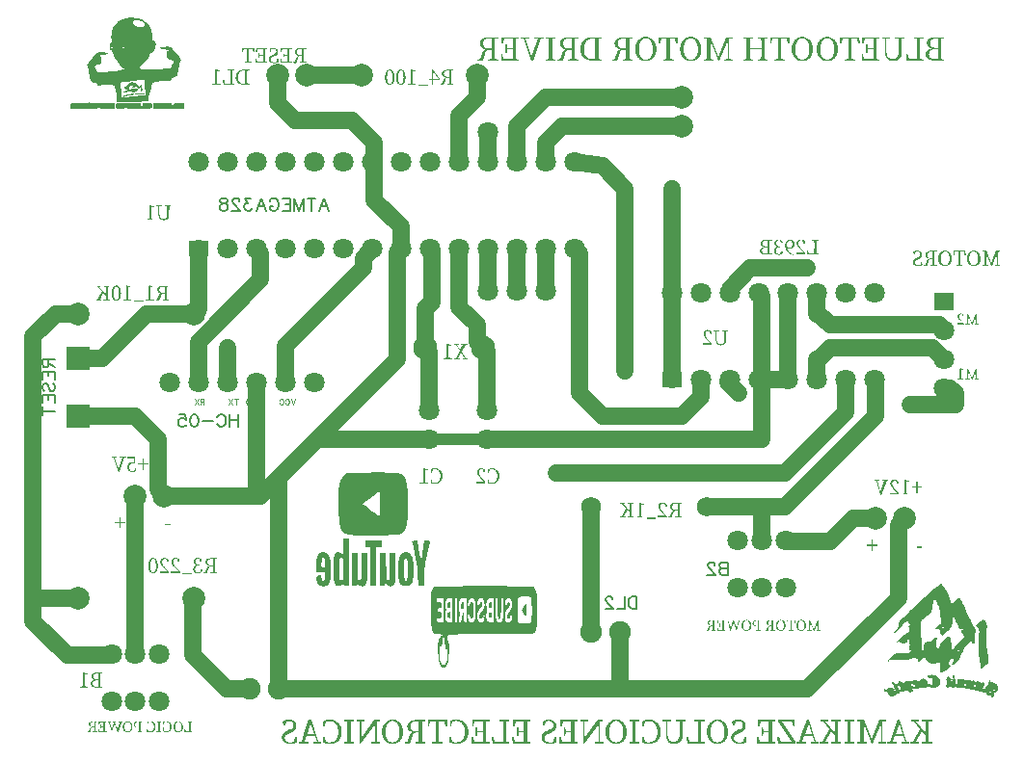
<source format=gbl>
G04 Layer: BottomLayer*
G04 EasyEDA v6.5.22, 2022-12-08 11:34:22*
G04 ba10e971585544e28f5e26b8275f6fe8,362fd913e7484c3682bebf37a00ceee6,10*
G04 Gerber Generator version 0.2*
G04 Scale: 100 percent, Rotated: No, Reflected: No *
G04 Dimensions in millimeters *
G04 leading zeros omitted , absolute positions ,4 integer and 5 decimal *
%FSLAX45Y45*%
%MOMM*%

%ADD10C,0.1524*%
%ADD11C,0.1000*%
%ADD12C,1.5000*%
%ADD13C,1.0000*%
%ADD14C,2.0000*%
%ADD15C,1.7500*%
%ADD16R,1.8000X1.3970*%
%ADD17C,1.8000*%
%ADD18C,1.9000*%
%ADD19R,2.0000X2.0000*%
%ADD20R,1.8000X1.5240*%
%ADD21C,2.1000*%
%ADD22C,0.6096*%
%ADD23C,0.0127*%

%LPD*%
G36*
X11265306Y9501784D02*
G01*
X11252200Y9501428D01*
X11239500Y9500514D01*
X11227206Y9498939D01*
X11215319Y9496704D01*
X11203736Y9493910D01*
X11192459Y9490456D01*
X11181537Y9486341D01*
X11170818Y9481616D01*
X11160404Y9476232D01*
X11155273Y9473336D01*
X11146688Y9467596D01*
X11141710Y9463684D01*
X11275822Y9463684D01*
X11276279Y9467545D01*
X11278057Y9471050D01*
X11281206Y9474149D01*
X11285626Y9476943D01*
X11289639Y9478467D01*
X11294922Y9479635D01*
X11301120Y9480499D01*
X11307876Y9480956D01*
X11314887Y9481058D01*
X11321846Y9480804D01*
X11328349Y9480092D01*
X11334191Y9478975D01*
X11340846Y9477044D01*
X11347450Y9474504D01*
X11353850Y9471558D01*
X11359794Y9468205D01*
X11365230Y9464598D01*
X11369903Y9460839D01*
X11373713Y9456978D01*
X11376507Y9453168D01*
X11378641Y9448850D01*
X11379962Y9444786D01*
X11380520Y9440926D01*
X11380317Y9437370D01*
X11379454Y9434068D01*
X11377879Y9431121D01*
X11375644Y9428480D01*
X11372799Y9426194D01*
X11369395Y9424314D01*
X11365433Y9422841D01*
X11360962Y9421774D01*
X11356035Y9421164D01*
X11350650Y9421012D01*
X11344910Y9421368D01*
X11338712Y9422231D01*
X11332210Y9423654D01*
X11308029Y9429750D01*
X11303863Y9431528D01*
X11298529Y9434880D01*
X11292738Y9439402D01*
X11287150Y9444532D01*
X11282324Y9449866D01*
X11278870Y9454845D01*
X11276685Y9459417D01*
X11275822Y9463684D01*
X11141710Y9463684D01*
X11133836Y9456724D01*
X11125657Y9448342D01*
X11118037Y9439402D01*
X11111179Y9430105D01*
X11105286Y9420707D01*
X11102746Y9416084D01*
X11098784Y9406991D01*
X11097158Y9402267D01*
X11094313Y9391294D01*
X11091976Y9378848D01*
X11090148Y9365488D01*
X11088979Y9351772D01*
X11088471Y9338259D01*
X11088624Y9325559D01*
X11089589Y9314230D01*
X11091976Y9299143D01*
X11091926Y9292844D01*
X11089944Y9288678D01*
X11081207Y9280702D01*
X11077651Y9275775D01*
X11076619Y9273692D01*
X11092789Y9273692D01*
X11093297Y9275216D01*
X11095431Y9277858D01*
X11097107Y9278315D01*
X11098174Y9276689D01*
X11098580Y9272930D01*
X11098276Y9270898D01*
X11097463Y9269577D01*
X11096345Y9269120D01*
X11094923Y9269526D01*
X11093653Y9270695D01*
X11092942Y9272168D01*
X11092789Y9273692D01*
X11076619Y9273692D01*
X11074908Y9270238D01*
X11073028Y9264192D01*
X11071961Y9257792D01*
X11071766Y9252762D01*
X11085322Y9252762D01*
X11092281Y9250680D01*
X11096498Y9246362D01*
X11098157Y9240316D01*
X11120170Y9240316D01*
X11121136Y9245549D01*
X11123726Y9247276D01*
X11127079Y9245396D01*
X11130534Y9239961D01*
X11132566Y9235135D01*
X11133023Y9232595D01*
X11131854Y9231985D01*
X11128959Y9232798D01*
X11124438Y9234424D01*
X11121644Y9235084D01*
X11121085Y9235490D01*
X11120577Y9236608D01*
X11120170Y9240316D01*
X11098157Y9240316D01*
X11098631Y9238589D01*
X11098314Y9231934D01*
X11179810Y9231934D01*
X11179860Y9233204D01*
X11180826Y9235795D01*
X11182502Y9239250D01*
X11190884Y9253169D01*
X11195114Y9248597D01*
X11290096Y9248597D01*
X11290401Y9251645D01*
X11294567Y9256776D01*
X11299799Y9262059D01*
X11303508Y9263380D01*
X11306962Y9260636D01*
X11311382Y9253474D01*
X11314639Y9247682D01*
X11358422Y9247682D01*
X11360505Y9251899D01*
X11363198Y9259062D01*
X11365788Y9267647D01*
X11367160Y9269628D01*
X11368938Y9269171D01*
X11371478Y9266428D01*
X11374069Y9261805D01*
X11373764Y9257538D01*
X11370513Y9253423D01*
X11364112Y9249206D01*
X11360708Y9247530D01*
X11358880Y9247022D01*
X11358422Y9247682D01*
X11314639Y9247682D01*
X11317325Y9242907D01*
X11294414Y9246666D01*
X11290096Y9248597D01*
X11195114Y9248597D01*
X11207292Y9235541D01*
X11188903Y9232188D01*
X11184483Y9231680D01*
X11181283Y9231579D01*
X11179810Y9231934D01*
X11098314Y9231934D01*
X11098276Y9231122D01*
X11094974Y9227820D01*
X11092434Y9228074D01*
X11091672Y9228378D01*
X11091367Y9228734D01*
X11085830Y9249613D01*
X11085322Y9252762D01*
X11071766Y9252762D01*
X11071707Y9251238D01*
X11072266Y9244634D01*
X11073638Y9238132D01*
X11075822Y9231884D01*
X11078819Y9226042D01*
X11082629Y9220758D01*
X11089792Y9213850D01*
X11092180Y9211005D01*
X11094567Y9207601D01*
X11096853Y9203690D01*
X11099088Y9199219D01*
X11103356Y9188653D01*
X11107318Y9177070D01*
X11112398Y9164726D01*
X11118545Y9151975D01*
X11125047Y9140342D01*
X11132667Y9128861D01*
X11142167Y9115653D01*
X11152022Y9102648D01*
X11161776Y9090304D01*
X11171123Y9079179D01*
X11179606Y9069730D01*
X11186820Y9062415D01*
X11192357Y9057741D01*
X11200993Y9052560D01*
X11202314Y9049359D01*
X11198402Y9047276D01*
X11182604Y9046006D01*
X11174069Y9044787D01*
X11164874Y9042958D01*
X11141710Y9036862D01*
X11132261Y9034678D01*
X11122558Y9032748D01*
X11101019Y9029496D01*
X11074298Y9026804D01*
X11039703Y9024213D01*
X10962284Y9019235D01*
X10936884Y9073388D01*
X10947146Y9077706D01*
X10951311Y9079738D01*
X10955121Y9081973D01*
X10958118Y9084157D01*
X10961573Y9087612D01*
X10964468Y9088882D01*
X10968075Y9089745D01*
X10977118Y9090355D01*
X10981639Y9091371D01*
X10985754Y9093047D01*
X10989310Y9095384D01*
X10992459Y9098483D01*
X10995152Y9102242D01*
X10997336Y9106763D01*
X10999114Y9112046D01*
X11000435Y9118041D01*
X11001349Y9124797D01*
X11001857Y9132366D01*
X11001908Y9140698D01*
X11001400Y9148673D01*
X11000028Y9154668D01*
X10997590Y9159240D01*
X10993882Y9162846D01*
X10990630Y9165590D01*
X10989056Y9167926D01*
X10989259Y9169806D01*
X10991392Y9171381D01*
X10995660Y9172702D01*
X11002213Y9173819D01*
X11011204Y9174886D01*
X11036706Y9177274D01*
X11046612Y9179102D01*
X11053368Y9181541D01*
X11057686Y9184843D01*
X11059922Y9187637D01*
X11061446Y9190177D01*
X11062157Y9192209D01*
X11061903Y9193428D01*
X11058855Y9194292D01*
X11051743Y9195358D01*
X11018062Y9198356D01*
X11008156Y9199727D01*
X11001298Y9201251D01*
X10998454Y9202724D01*
X10994593Y9205772D01*
X10987989Y9205874D01*
X10981080Y9203385D01*
X10976254Y9198813D01*
X10974222Y9196019D01*
X10971530Y9193682D01*
X10968583Y9192158D01*
X10964011Y9191142D01*
X10961776Y9189872D01*
X10958931Y9187891D01*
X10951870Y9181896D01*
X10943285Y9173768D01*
X10933734Y9164015D01*
X10923727Y9153144D01*
X10913719Y9141815D01*
X10904270Y9130487D01*
X10895888Y9119717D01*
X10889030Y9110116D01*
X10874502Y9086138D01*
X10885982Y9047632D01*
X10889996Y9032036D01*
X10893602Y9015780D01*
X10896396Y9000794D01*
X10900816Y8972143D01*
X10903305Y8961983D01*
X10904778Y8957919D01*
X10906506Y8954262D01*
X10908487Y8950960D01*
X10910824Y8947861D01*
X10913516Y8944813D01*
X10920425Y8938310D01*
X10927638Y8932418D01*
X10928823Y8931757D01*
X11168024Y8931757D01*
X11168075Y8932875D01*
X11175492Y8933992D01*
X11223802Y8939428D01*
X11350802Y8952992D01*
X11371122Y8955328D01*
X11375847Y8955176D01*
X11378438Y8954008D01*
X11379250Y8951772D01*
X11383467Y8908389D01*
X11390731Y8838488D01*
X11392306Y8819642D01*
X11358981Y8815984D01*
X11208156Y8800592D01*
X11182248Y8798204D01*
X11181486Y8802116D01*
X11178438Y8827414D01*
X11174272Y8865412D01*
X11170412Y8903462D01*
X11168024Y8931757D01*
X10928823Y8931757D01*
X10933379Y8929217D01*
X10938967Y8928201D01*
X10952327Y8929827D01*
X10956747Y8928862D01*
X10960100Y8925204D01*
X10967618Y8910675D01*
X10971326Y8907018D01*
X10977016Y8906103D01*
X11020298Y8910574D01*
X11039449Y8912148D01*
X11056112Y8913063D01*
X11070437Y8913266D01*
X11082578Y8912758D01*
X11087862Y8912250D01*
X11097056Y8910675D01*
X11100968Y8909608D01*
X11104422Y8908389D01*
X11107521Y8907018D01*
X11112601Y8903665D01*
X11114582Y8901684D01*
X11116056Y8899652D01*
X11117580Y8896756D01*
X11120729Y8888730D01*
X11123980Y8878163D01*
X11127130Y8865819D01*
X11130127Y8852204D01*
X11132769Y8838082D01*
X11134953Y8824010D01*
X11136579Y8810650D01*
X11137442Y8798661D01*
X11137493Y8788704D01*
X11136325Y8763711D01*
X11339728Y8763812D01*
X11373967Y8764168D01*
X11395202Y8764879D01*
X11404447Y8765794D01*
X11408105Y8766556D01*
X11410289Y8767521D01*
X11411305Y8768689D01*
X11412270Y8775547D01*
X11417046Y8799220D01*
X11428984Y8851493D01*
X11436858Y8887002D01*
X11440261Y8900871D01*
X11443868Y8913164D01*
X11445595Y8918346D01*
X11447272Y8922613D01*
X11448796Y8925814D01*
X11450116Y8927795D01*
X11451996Y8929674D01*
X11454282Y8931402D01*
X11456924Y8933027D01*
X11463629Y8935821D01*
X11467744Y8937040D01*
X11472468Y8938158D01*
X11483746Y8940088D01*
X11497919Y8941663D01*
X11515293Y8942933D01*
X11536273Y8944000D01*
X11611152Y8946845D01*
X11615216Y8959494D01*
X11617706Y8965895D01*
X11620703Y8970060D01*
X11624767Y8972550D01*
X11636857Y8975648D01*
X11643207Y8978442D01*
X11649303Y8982202D01*
X11655044Y8986774D01*
X11660225Y8991904D01*
X11664543Y8997543D01*
X11667947Y9003436D01*
X11670131Y9009430D01*
X11673840Y9026956D01*
X11680240Y9062618D01*
X11683441Y9076436D01*
X11687098Y9089898D01*
X11694058Y9111081D01*
X11696750Y9119870D01*
X11698579Y9126677D01*
X11699290Y9130639D01*
X11698884Y9132671D01*
X11697766Y9135516D01*
X11695988Y9139072D01*
X11690705Y9147911D01*
X11683441Y9158630D01*
X11674754Y9170619D01*
X11665102Y9183217D01*
X11654942Y9195917D01*
X11644884Y9207957D01*
X11635282Y9218879D01*
X11626748Y9227921D01*
X11622989Y9231630D01*
X11616842Y9236811D01*
X11614556Y9238234D01*
X11610035Y9239250D01*
X11606733Y9240824D01*
X11603380Y9243110D01*
X11600383Y9245955D01*
X11594439Y9250578D01*
X11587937Y9252966D01*
X11582704Y9252762D01*
X11580571Y9249714D01*
X11578132Y9248292D01*
X11571427Y9246920D01*
X11561521Y9245854D01*
X11538458Y9244634D01*
X11529822Y9243872D01*
X11523472Y9242755D01*
X11519204Y9241231D01*
X11516969Y9239250D01*
X11516664Y9236760D01*
X11518138Y9233712D01*
X11521338Y9230055D01*
X11525046Y9227515D01*
X11530380Y9225686D01*
X11537289Y9224568D01*
X11554053Y9223857D01*
X11562892Y9223044D01*
X11571173Y9221825D01*
X11577878Y9220352D01*
X11591391Y9216593D01*
X11582298Y9208617D01*
X11578996Y9205010D01*
X11576405Y9200692D01*
X11574475Y9195663D01*
X11573256Y9189872D01*
X11572748Y9183370D01*
X11572900Y9176105D01*
X11573764Y9168180D01*
X11575338Y9159494D01*
X11577015Y9154668D01*
X11579860Y9149842D01*
X11583568Y9145320D01*
X11587886Y9141358D01*
X11592458Y9138107D01*
X11597030Y9135872D01*
X11601348Y9134856D01*
X11607495Y9135414D01*
X11610594Y9134449D01*
X11614048Y9132519D01*
X11620754Y9127083D01*
X11624208Y9124797D01*
X11627358Y9123222D01*
X11629796Y9122664D01*
X11633454Y9121140D01*
X11634114Y9116263D01*
X11631726Y9107678D01*
X11626291Y9094927D01*
X11615267Y9072016D01*
X11611457Y9064853D01*
X11608409Y9060078D01*
X11605920Y9057386D01*
X11603634Y9056370D01*
X11601399Y9056725D01*
X11596573Y9059113D01*
X11593576Y9059824D01*
X11589664Y9060180D01*
X11584584Y9060180D01*
X11570411Y9059011D01*
X11506200Y9050629D01*
X11484914Y9048496D01*
X11465864Y9047480D01*
X11456111Y9047327D01*
X11434114Y9047683D01*
X11343487Y9051239D01*
X11341252Y9061653D01*
X11340744Y9065056D01*
X11341049Y9068308D01*
X11342420Y9071914D01*
X11345265Y9076232D01*
X11349786Y9081719D01*
X11356340Y9088729D01*
X11392001Y9124137D01*
X11402720Y9135364D01*
X11409984Y9144101D01*
X11412626Y9147962D01*
X11414760Y9151721D01*
X11416538Y9155480D01*
X11419484Y9163913D01*
X11424361Y9180474D01*
X11427409Y9187383D01*
X11430711Y9190685D01*
X11434978Y9191548D01*
X11438432Y9191853D01*
X11441785Y9192818D01*
X11445138Y9194292D01*
X11448389Y9196425D01*
X11451590Y9199016D01*
X11454688Y9202216D01*
X11457686Y9205874D01*
X11460581Y9209989D01*
X11463324Y9214612D01*
X11465966Y9219692D01*
X11468404Y9225127D01*
X11470690Y9231020D01*
X11472773Y9237268D01*
X11474653Y9243872D01*
X11476329Y9250781D01*
X11477802Y9258046D01*
X11478717Y9264751D01*
X11478920Y9271101D01*
X11478615Y9276943D01*
X11477650Y9282277D01*
X11476228Y9287002D01*
X11474297Y9291066D01*
X11471960Y9294368D01*
X11469217Y9296806D01*
X11466068Y9298381D01*
X11462664Y9298940D01*
X11459006Y9298533D01*
X11452961Y9295942D01*
X11451285Y9295942D01*
X11450015Y9297314D01*
X11449050Y9300464D01*
X11448338Y9305798D01*
X11447729Y9313824D01*
X11445951Y9355734D01*
X11444986Y9369145D01*
X11443716Y9380270D01*
X11441988Y9389719D01*
X11439804Y9398152D01*
X11437061Y9406229D01*
X11434876Y9411512D01*
X11429695Y9421825D01*
X11426748Y9426854D01*
X11420094Y9436455D01*
X11416436Y9441078D01*
X11408460Y9449917D01*
X11399672Y9458198D01*
X11390122Y9465868D01*
X11379860Y9472879D01*
X11368938Y9479229D01*
X11357457Y9484817D01*
X11345418Y9489694D01*
X11332921Y9493707D01*
X11326520Y9495434D01*
X11313414Y9498177D01*
X11300002Y9500006D01*
X11285778Y9501174D01*
X11272012Y9501733D01*
G37*
G36*
X11275720Y8941409D02*
G01*
X11273891Y8940749D01*
X11266017Y8936126D01*
X11254333Y8928303D01*
X11240820Y8918651D01*
X11227460Y8908694D01*
X11216335Y8899753D01*
X11212220Y8896146D01*
X11206988Y8890965D01*
X11203025Y8886342D01*
X11200790Y8882786D01*
X11200587Y8880856D01*
X11202263Y8880652D01*
X11205159Y8881973D01*
X11208816Y8884462D01*
X11212830Y8887968D01*
X11222685Y8897467D01*
X11223012Y8891422D01*
X11243208Y8891422D01*
X11243919Y8895283D01*
X11246459Y8898128D01*
X11254943Y8902954D01*
X11257838Y8905798D01*
X11259769Y8908999D01*
X11260429Y8912301D01*
X11260836Y8916568D01*
X11261953Y8919057D01*
X11263680Y8919819D01*
X11265916Y8918956D01*
X11268557Y8916568D01*
X11271453Y8912656D01*
X11274450Y8907373D01*
X11277549Y8900769D01*
X11279428Y8895943D01*
X11279936Y8893251D01*
X11279073Y8892336D01*
X11274704Y8893200D01*
X11272570Y8892794D01*
X11270640Y8891676D01*
X11269218Y8889949D01*
X11268405Y8888323D01*
X11268151Y8887358D01*
X11268506Y8887206D01*
X11269421Y8887866D01*
X11270945Y8888577D01*
X11272926Y8888577D01*
X11275110Y8887866D01*
X11279936Y8884818D01*
X11282629Y8884666D01*
X11285626Y8885986D01*
X11289284Y8888882D01*
X11292027Y8891828D01*
X11294313Y8895080D01*
X11295837Y8898280D01*
X11296396Y8900922D01*
X11297056Y8902852D01*
X11298986Y8902649D01*
X11302390Y8900414D01*
X11307318Y8895943D01*
X11318240Y8885428D01*
X11310010Y8879078D01*
X11305590Y8875928D01*
X11302542Y8874760D01*
X11300155Y8875471D01*
X11297818Y8878062D01*
X11293652Y8882075D01*
X11289436Y8883040D01*
X11285270Y8881059D01*
X11281156Y8876131D01*
X11277396Y8871153D01*
X11274196Y8869121D01*
X11272012Y8870188D01*
X11271199Y8874302D01*
X11270691Y8878265D01*
X11268506Y8879332D01*
X11264036Y8877350D01*
X11251438Y8868867D01*
X11248237Y8867444D01*
X11246561Y8867800D01*
X11246053Y8869984D01*
X11245443Y8876792D01*
X11243919Y8885834D01*
X11243208Y8891422D01*
X11223012Y8891422D01*
X11223142Y8889034D01*
X11222837Y8884970D01*
X11221313Y8881567D01*
X11218570Y8878722D01*
X11210493Y8874201D01*
X11208359Y8872169D01*
X11208004Y8870238D01*
X11209375Y8868105D01*
X11211509Y8866479D01*
X11213592Y8865971D01*
X11215878Y8866581D01*
X11221059Y8870188D01*
X11222939Y8870340D01*
X11224310Y8868765D01*
X11225479Y8865311D01*
X11226038Y8861552D01*
X11224971Y8859316D01*
X11221770Y8858199D01*
X11211052Y8857437D01*
X11205972Y8856218D01*
X11201298Y8854541D01*
X11197691Y8852458D01*
X11194186Y8849512D01*
X11193881Y8847937D01*
X11197285Y8847277D01*
X11204905Y8847124D01*
X11211356Y8847378D01*
X11218367Y8848090D01*
X11225123Y8849207D01*
X11236096Y8851798D01*
X11239703Y8852103D01*
X11241786Y8851442D01*
X11242446Y8849766D01*
X11242649Y8848090D01*
X11243360Y8847480D01*
X11244580Y8848039D01*
X11246459Y8849715D01*
X11249202Y8851290D01*
X11253266Y8852052D01*
X11258194Y8852154D01*
X11263477Y8851646D01*
X11268710Y8850579D01*
X11273434Y8849004D01*
X11277193Y8847023D01*
X11279530Y8844737D01*
X11283746Y8842146D01*
X11289385Y8843467D01*
X11294364Y8847632D01*
X11296700Y8853576D01*
X11296954Y8855659D01*
X11297412Y8856726D01*
X11298021Y8856675D01*
X11298732Y8855506D01*
X11301730Y8852560D01*
X11306302Y8853830D01*
X11311788Y8858859D01*
X11321237Y8872524D01*
X11324945Y8876436D01*
X11328704Y8878874D01*
X11332260Y8879738D01*
X11335766Y8880144D01*
X11338052Y8881313D01*
X11339017Y8883345D01*
X11338763Y8886291D01*
X11337239Y8890254D01*
X11334343Y8895232D01*
X11330178Y8901328D01*
X11324691Y8908542D01*
X11316716Y8918143D01*
X11310874Y8923528D01*
X11306048Y8925610D01*
X11301018Y8925204D01*
X11296497Y8924594D01*
X11292586Y8925458D01*
X11288928Y8927896D01*
X11285067Y8932164D01*
X11282121Y8935770D01*
X11279378Y8938666D01*
X11277142Y8940647D01*
G37*
G36*
X11349736Y8908440D02*
G01*
X11346129Y8906865D01*
X11341150Y8903411D01*
X11338763Y8901379D01*
X11337391Y8899652D01*
X11337188Y8898483D01*
X11338204Y8897975D01*
X11339931Y8896502D01*
X11341557Y8892540D01*
X11342979Y8886647D01*
X11344910Y8872169D01*
X11346078Y8866174D01*
X11347500Y8861450D01*
X11349278Y8858097D01*
X11351260Y8856014D01*
X11353546Y8855303D01*
X11356136Y8855862D01*
X11358981Y8857691D01*
X11361369Y8860282D01*
X11362436Y8863177D01*
X11362283Y8866733D01*
X11359642Y8875623D01*
X11358575Y8881059D01*
X11357813Y8886748D01*
X11357356Y8896858D01*
X11356848Y8901176D01*
X11356086Y8904478D01*
X11355171Y8906357D01*
X11352580Y8908237D01*
G37*
G36*
X11371173Y8840571D02*
G01*
X11367617Y8839758D01*
X11364518Y8838285D01*
X11362182Y8836253D01*
X11360200Y8834069D01*
X11358829Y8833205D01*
X11357965Y8833612D01*
X11357660Y8835339D01*
X11356644Y8837269D01*
X11353800Y8838692D01*
X11349228Y8839555D01*
X11343182Y8839860D01*
X11337086Y8839555D01*
X11332565Y8838692D01*
X11329720Y8837269D01*
X11328704Y8835339D01*
X11328552Y8833612D01*
X11328044Y8832900D01*
X11327180Y8833256D01*
X11326012Y8834678D01*
X11323777Y8836202D01*
X11319662Y8837422D01*
X11314226Y8838234D01*
X11308080Y8838539D01*
X11300612Y8838285D01*
X11295888Y8837269D01*
X11293500Y8835339D01*
X11292789Y8832240D01*
X11293652Y8828989D01*
X11297310Y8827262D01*
X11305184Y8826754D01*
X11324437Y8827363D01*
X11335918Y8827363D01*
X11346942Y8826957D01*
X11356086Y8826195D01*
X11366347Y8824722D01*
X11371630Y8824722D01*
X11375593Y8825687D01*
X11378387Y8827668D01*
X11381841Y8832443D01*
X11382349Y8836253D01*
X11379962Y8838946D01*
X11374628Y8840571D01*
G37*
G36*
X11274653Y8838082D02*
G01*
X11271961Y8837980D01*
X11262207Y8836456D01*
X11261242Y8836050D01*
X11261293Y8835085D01*
X11262207Y8833764D01*
X11266525Y8830310D01*
X11267236Y8829395D01*
X11266068Y8829497D01*
X11263020Y8830360D01*
X11260023Y8830818D01*
X11255603Y8830818D01*
X11250015Y8830360D01*
X11236604Y8828430D01*
X11221974Y8825534D01*
X11208512Y8822029D01*
X11202873Y8820251D01*
X11198352Y8818473D01*
X11195253Y8816797D01*
X11191189Y8813749D01*
X11189766Y8811717D01*
X11190884Y8810040D01*
X11194542Y8807856D01*
X11197539Y8806688D01*
X11200841Y8806180D01*
X11203990Y8806281D01*
X11206581Y8807145D01*
X11210798Y8808923D01*
X11217503Y8811158D01*
X11235029Y8815933D01*
X11252860Y8820048D01*
X11259870Y8821267D01*
X11267897Y8822029D01*
X11271707Y8822893D01*
X11275517Y8824112D01*
X11278870Y8825636D01*
X11282121Y8827719D01*
X11283696Y8829700D01*
X11283645Y8831834D01*
X11282070Y8834323D01*
X11280038Y8836101D01*
X11277447Y8837422D01*
G37*
G36*
X10900156Y8756345D02*
G01*
X10893044Y8755837D01*
X10889945Y8752586D01*
X10889386Y8751214D01*
X10887862Y8750503D01*
X10885525Y8750452D01*
X10879328Y8751671D01*
X10875924Y8751570D01*
X10872774Y8750757D01*
X10867999Y8747760D01*
X10866018Y8747150D01*
X10864392Y8747607D01*
X10863072Y8749030D01*
X10861395Y8750046D01*
X10857941Y8750808D01*
X10853064Y8751265D01*
X10847171Y8751468D01*
X10833557Y8751163D01*
X10819739Y8750046D01*
X10808462Y8748217D01*
X10804601Y8747048D01*
X10800334Y8744508D01*
X10798048Y8744356D01*
X10795406Y8745474D01*
X10792409Y8747810D01*
X10785906Y8751163D01*
X10778947Y8751112D01*
X10773460Y8748115D01*
X10771124Y8742629D01*
X10770971Y8739479D01*
X10770514Y8738412D01*
X10769447Y8739428D01*
X10767568Y8742476D01*
X10765129Y8745575D01*
X10761929Y8748014D01*
X10758119Y8749792D01*
X10753902Y8750858D01*
X10749432Y8751214D01*
X10744962Y8750757D01*
X10740644Y8749538D01*
X10736681Y8747506D01*
X10732312Y8743899D01*
X10729671Y8739530D01*
X10728401Y8733282D01*
X10728183Y8727694D01*
X10814405Y8727694D01*
X10814659Y8729014D01*
X10815472Y8730081D01*
X10816590Y8730843D01*
X10817961Y8731097D01*
X10819384Y8730640D01*
X10820552Y8729421D01*
X10821292Y8727694D01*
X10897108Y8727694D01*
X10897412Y8729014D01*
X10898174Y8730081D01*
X10899343Y8730843D01*
X10900714Y8731097D01*
X10902137Y8730640D01*
X10903254Y8729421D01*
X10904016Y8727643D01*
X10904321Y8725458D01*
X10979861Y8725458D01*
X10980216Y8729218D01*
X10981334Y8730843D01*
X10982960Y8730386D01*
X10985110Y8727694D01*
X10997844Y8727694D01*
X10998149Y8729014D01*
X10998911Y8730081D01*
X11000028Y8730843D01*
X11001451Y8731097D01*
X11002822Y8730640D01*
X11003991Y8729421D01*
X11004753Y8727643D01*
X11005058Y8725458D01*
X11004753Y8723426D01*
X11003991Y8722106D01*
X11002822Y8721598D01*
X11001451Y8722055D01*
X11000028Y8723172D01*
X10998911Y8724595D01*
X10998149Y8726170D01*
X10997844Y8727694D01*
X10985110Y8727694D01*
X10985601Y8726220D01*
X10985500Y8724646D01*
X10984788Y8723223D01*
X10983518Y8722055D01*
X10982096Y8721648D01*
X10980928Y8722106D01*
X10980166Y8723426D01*
X10979861Y8725458D01*
X10904321Y8725458D01*
X10904016Y8723426D01*
X10903254Y8722106D01*
X10902137Y8721598D01*
X10900714Y8722055D01*
X10899343Y8723172D01*
X10898174Y8724595D01*
X10897412Y8726170D01*
X10897108Y8727694D01*
X10821314Y8727643D01*
X10821568Y8725458D01*
X10821314Y8723426D01*
X10820552Y8722106D01*
X10819384Y8721598D01*
X10817961Y8722055D01*
X10816590Y8723172D01*
X10815472Y8724595D01*
X10814659Y8726170D01*
X10814405Y8727694D01*
X10728183Y8727694D01*
X10728045Y8724138D01*
X10728350Y8715908D01*
X10729366Y8710015D01*
X10731144Y8706256D01*
X10733735Y8704275D01*
X10738459Y8703106D01*
X10744758Y8702344D01*
X10752023Y8702090D01*
X10759592Y8702243D01*
X10766907Y8702751D01*
X10773359Y8703665D01*
X10778388Y8704884D01*
X10781284Y8706459D01*
X10783214Y8708136D01*
X10784586Y8708745D01*
X10785348Y8708288D01*
X10785602Y8706764D01*
X10786211Y8705799D01*
X10788091Y8704986D01*
X10791190Y8704275D01*
X10801096Y8703157D01*
X10815929Y8702497D01*
X10835386Y8702344D01*
X10850727Y8702649D01*
X10856112Y8703056D01*
X10860074Y8703665D01*
X10862767Y8704427D01*
X10864291Y8705392D01*
X10864799Y8706561D01*
X10864951Y8708491D01*
X10865459Y8709202D01*
X10866272Y8708644D01*
X10867542Y8706866D01*
X10868914Y8705951D01*
X10871657Y8705088D01*
X10880496Y8703767D01*
X10892993Y8702903D01*
X10907776Y8702446D01*
X10923778Y8702395D01*
X10939729Y8702802D01*
X10954410Y8703564D01*
X10966602Y8704732D01*
X10971428Y8705443D01*
X10975136Y8706256D01*
X10977676Y8707170D01*
X10978794Y8708136D01*
X10980013Y8710574D01*
X10981537Y8711285D01*
X10983722Y8710320D01*
X10988446Y8706459D01*
X10990224Y8705545D01*
X10992510Y8704732D01*
X10995456Y8704072D01*
X11003584Y8703157D01*
X11015675Y8702700D01*
X11032744Y8702649D01*
X11118342Y8703919D01*
X11119815Y8738920D01*
X11119053Y8745982D01*
X11116614Y8749436D01*
X11111941Y8751163D01*
X11107369Y8751925D01*
X11101222Y8752332D01*
X11094313Y8752433D01*
X11087506Y8752179D01*
X11071606Y8751062D01*
X11070488Y8735618D01*
X11069675Y8728811D01*
X11068354Y8723985D01*
X11066526Y8721140D01*
X11064189Y8720226D01*
X11061852Y8721039D01*
X11060226Y8723630D01*
X11059312Y8728151D01*
X11058804Y8740394D01*
X11058194Y8745118D01*
X11057331Y8748369D01*
X11056315Y8749690D01*
X11048796Y8750401D01*
X11036858Y8750858D01*
X11004397Y8751214D01*
X10968431Y8750858D01*
X10938560Y8749842D01*
X10928858Y8749131D01*
X10924235Y8748318D01*
X10920679Y8746794D01*
X10917936Y8746591D01*
X10915599Y8747810D01*
X10913465Y8750503D01*
X10908080Y8754465D01*
G37*
G36*
X11487708Y8752840D02*
G01*
X11474500Y8752382D01*
X11469674Y8751773D01*
X11465966Y8750808D01*
X11463121Y8749334D01*
X11461089Y8747302D01*
X11459718Y8744610D01*
X11458905Y8741156D01*
X11458544Y8737752D01*
X11556644Y8737752D01*
X11556796Y8738362D01*
X11559133Y8736888D01*
X11562283Y8733485D01*
X11565026Y8729624D01*
X11566194Y8726728D01*
X11565178Y8723934D01*
X11562740Y8724087D01*
X11559997Y8726627D01*
X11557965Y8731097D01*
X11556644Y8737752D01*
X11458544Y8737752D01*
X11458295Y8731554D01*
X11458295Y8702090D01*
X11506149Y8702141D01*
X11521186Y8702700D01*
X11532108Y8703818D01*
X11535918Y8704580D01*
X11538661Y8705443D01*
X11540286Y8706459D01*
X11542217Y8708186D01*
X11543588Y8708796D01*
X11544350Y8708288D01*
X11544604Y8706764D01*
X11545925Y8705596D01*
X11549583Y8704580D01*
X11555171Y8703818D01*
X11570614Y8702751D01*
X11589054Y8702497D01*
X11607241Y8703106D01*
X11615267Y8703716D01*
X11621973Y8704580D01*
X11631625Y8706713D01*
X11635130Y8707018D01*
X11637365Y8706612D01*
X11639296Y8703868D01*
X11642344Y8702802D01*
X11646814Y8702243D01*
X11652046Y8702192D01*
X11657533Y8702598D01*
X11662714Y8703462D01*
X11666982Y8704732D01*
X11669776Y8706459D01*
X11671808Y8708237D01*
X11673128Y8708898D01*
X11673890Y8708339D01*
X11674094Y8706561D01*
X11675719Y8704732D01*
X11680748Y8703462D01*
X11689130Y8702802D01*
X11701068Y8702700D01*
X11728043Y8703005D01*
X11727942Y8734399D01*
X11727535Y8741918D01*
X11726976Y8747302D01*
X11726316Y8749741D01*
X11723217Y8750401D01*
X11716004Y8750909D01*
X11705844Y8751163D01*
X11693702Y8751112D01*
X11679885Y8750655D01*
X11669725Y8749690D01*
X11663121Y8748166D01*
X11659971Y8746032D01*
X11658498Y8744051D01*
X11657279Y8743543D01*
X11656110Y8744559D01*
X11654942Y8747099D01*
X11651640Y8751620D01*
X11646865Y8752484D01*
X11641226Y8749842D01*
X11635181Y8743797D01*
X11630460Y8737752D01*
X11686184Y8737752D01*
X11686286Y8738362D01*
X11688622Y8736888D01*
X11691772Y8733485D01*
X11694515Y8729624D01*
X11695684Y8726728D01*
X11694668Y8723934D01*
X11692229Y8724087D01*
X11689486Y8726627D01*
X11687454Y8731097D01*
X11686336Y8736228D01*
X11686184Y8737752D01*
X11630460Y8737752D01*
X11628120Y8734755D01*
X11620246Y8746744D01*
X11618264Y8748877D01*
X11616029Y8750452D01*
X11613134Y8751468D01*
X11609273Y8752078D01*
X11604091Y8752281D01*
X11588546Y8751874D01*
X11577421Y8751265D01*
X11567718Y8750350D01*
X11560403Y8749233D01*
X11554714Y8747404D01*
X11552885Y8747353D01*
X11551259Y8747963D01*
X11546789Y8752027D01*
X11542420Y8752636D01*
X11537492Y8751112D01*
X11532616Y8747506D01*
X11529771Y8744864D01*
X11527891Y8743950D01*
X11526520Y8744864D01*
X11525300Y8747506D01*
X11522964Y8750046D01*
X11517884Y8751671D01*
X11509298Y8752586D01*
G37*
G36*
X11430254Y8751366D02*
G01*
X11425885Y8750706D01*
X11418468Y8749131D01*
X11415420Y8748725D01*
X11413286Y8748674D01*
X11399062Y8749792D01*
X11384330Y8750401D01*
X11372189Y8750503D01*
X11368024Y8750300D01*
X11365636Y8749944D01*
X11363858Y8748268D01*
X11362436Y8744864D01*
X11361470Y8740038D01*
X11360708Y8727694D01*
X11360356Y8726220D01*
X11391341Y8726220D01*
X11391900Y8727744D01*
X11393982Y8730386D01*
X11395659Y8730843D01*
X11396726Y8729218D01*
X11397132Y8725458D01*
X11396827Y8723426D01*
X11396065Y8722106D01*
X11394897Y8721648D01*
X11393474Y8722055D01*
X11392204Y8723223D01*
X11391493Y8724646D01*
X11391341Y8726220D01*
X11360356Y8726220D01*
X11359591Y8723020D01*
X11357914Y8720328D01*
X11355984Y8719515D01*
X11353952Y8720683D01*
X11352072Y8723731D01*
X11350599Y8728659D01*
X11349685Y8735466D01*
X11348567Y8750655D01*
X11214862Y8750858D01*
X11173409Y8750452D01*
X11158321Y8750046D01*
X11146739Y8749436D01*
X11138458Y8748725D01*
X11133124Y8747861D01*
X11131550Y8747353D01*
X11130686Y8746794D01*
X11128400Y8743391D01*
X11126724Y8738666D01*
X11125657Y8733078D01*
X11125185Y8725662D01*
X11242446Y8725662D01*
X11242751Y8727795D01*
X11243513Y8729522D01*
X11244630Y8730691D01*
X11246053Y8731097D01*
X11247424Y8730691D01*
X11248593Y8729522D01*
X11249369Y8727694D01*
X11289233Y8727694D01*
X11289487Y8729014D01*
X11290249Y8730081D01*
X11291417Y8730843D01*
X11292789Y8731097D01*
X11294211Y8730640D01*
X11295329Y8729421D01*
X11296142Y8727643D01*
X11296396Y8725458D01*
X11296142Y8723426D01*
X11295329Y8722106D01*
X11294211Y8721598D01*
X11292789Y8722055D01*
X11291417Y8723172D01*
X11290249Y8724595D01*
X11289487Y8726170D01*
X11289233Y8727694D01*
X11249369Y8727694D01*
X11249660Y8725662D01*
X11249355Y8723528D01*
X11248593Y8721801D01*
X11247424Y8720632D01*
X11246053Y8720226D01*
X11244630Y8720632D01*
X11243513Y8721801D01*
X11242751Y8723528D01*
X11242446Y8725662D01*
X11125185Y8725662D01*
X11125301Y8721090D01*
X11126063Y8715552D01*
X11127435Y8710930D01*
X11129518Y8707678D01*
X11132413Y8706053D01*
X11137392Y8704630D01*
X11143996Y8703513D01*
X11151819Y8702700D01*
X11160455Y8702090D01*
X11178540Y8701836D01*
X11187176Y8702141D01*
X11194999Y8702751D01*
X11201552Y8703665D01*
X11206480Y8704884D01*
X11209375Y8706459D01*
X11211306Y8708186D01*
X11212626Y8708796D01*
X11213439Y8708288D01*
X11213693Y8706764D01*
X11214100Y8706307D01*
X11217351Y8705545D01*
X11223498Y8704834D01*
X11243259Y8703716D01*
X11270589Y8702954D01*
X11302796Y8702598D01*
X11337239Y8702548D01*
X11371072Y8702802D01*
X11401704Y8703462D01*
X11426342Y8704478D01*
X11435588Y8705088D01*
X11442344Y8705799D01*
X11446205Y8706561D01*
X11446967Y8707018D01*
X11448288Y8709812D01*
X11449354Y8714435D01*
X11450116Y8720226D01*
X11450472Y8726525D01*
X11450167Y8734145D01*
X11448897Y8739835D01*
X11446510Y8744051D01*
X11442750Y8747506D01*
X11438839Y8749690D01*
X11434572Y8751011D01*
G37*
G36*
X18377865Y4529582D02*
G01*
X18376696Y4529328D01*
X18372683Y4527346D01*
X18366638Y4523435D01*
X18358815Y4517796D01*
X18338444Y4501794D01*
X18312841Y4480306D01*
X18228919Y4407204D01*
X18172531Y4357522D01*
X18154650Y4341317D01*
X18142305Y4329633D01*
X18134533Y4321505D01*
X18132044Y4318558D01*
X18130367Y4316120D01*
X18129351Y4314139D01*
X18128843Y4312513D01*
X18128742Y4311091D01*
X18130012Y4305147D01*
X18129656Y4302861D01*
X18127980Y4302099D01*
X18124881Y4302760D01*
X18121325Y4302912D01*
X18116854Y4301388D01*
X18111876Y4298442D01*
X18106847Y4294225D01*
X18095569Y4283354D01*
X18118480Y4261612D01*
X18121426Y4258259D01*
X18119496Y4258665D01*
X18112943Y4262272D01*
X18108066Y4265320D01*
X18104053Y4268368D01*
X18101360Y4271010D01*
X18100395Y4272991D01*
X18100040Y4275175D01*
X18099074Y4276445D01*
X18097398Y4276902D01*
X18095112Y4276547D01*
X18092166Y4275277D01*
X18088559Y4273194D01*
X18084292Y4270248D01*
X18079415Y4266488D01*
X18073878Y4261866D01*
X18060924Y4250080D01*
X18041674Y4231436D01*
X18083225Y4231436D01*
X18089880Y4229100D01*
X18096992Y4225493D01*
X18102630Y4221683D01*
X18104967Y4218838D01*
X18103088Y4215688D01*
X18098465Y4215688D01*
X18092826Y4218482D01*
X18087746Y4223562D01*
X18084088Y4229252D01*
X18083225Y4230928D01*
X18083225Y4231436D01*
X18041674Y4231436D01*
X18029021Y4218940D01*
X18017794Y4207357D01*
X18013426Y4202582D01*
X18009870Y4198315D01*
X18007025Y4194505D01*
X18004739Y4191000D01*
X18003012Y4187698D01*
X18001792Y4184497D01*
X18000929Y4181348D01*
X18000370Y4178046D01*
X17999964Y4170730D01*
X17999811Y4160062D01*
X17999354Y4154576D01*
X17998338Y4149750D01*
X17996611Y4145229D01*
X17994020Y4140606D01*
X17990413Y4135628D01*
X17985587Y4129836D01*
X17972684Y4115409D01*
X17967350Y4109059D01*
X17963337Y4103878D01*
X17960695Y4099763D01*
X17959273Y4096715D01*
X17959120Y4094581D01*
X17960187Y4093362D01*
X17962422Y4092956D01*
X17963896Y4093514D01*
X17969534Y4097477D01*
X17978069Y4104640D01*
X17988584Y4113987D01*
X18000065Y4124756D01*
X18011597Y4135932D01*
X18022265Y4146753D01*
X18031002Y4156303D01*
X18038267Y4164837D01*
X18048020Y4175353D01*
X18059095Y4186631D01*
X18070118Y4197248D01*
X18079567Y4205732D01*
X18085968Y4210608D01*
X18087543Y4211320D01*
X18088203Y4210405D01*
X18088508Y4207916D01*
X18088356Y4204208D01*
X18087797Y4199737D01*
X18087492Y4194454D01*
X18088356Y4189526D01*
X18090235Y4185158D01*
X18097855Y4176268D01*
X18100090Y4171391D01*
X18099684Y4167784D01*
X18093994Y4165549D01*
X18092166Y4163212D01*
X18091875Y4162399D01*
X18199354Y4162399D01*
X18199404Y4178300D01*
X18199709Y4190187D01*
X18200319Y4198620D01*
X18201233Y4204258D01*
X18202503Y4207713D01*
X18203316Y4208780D01*
X18204230Y4209542D01*
X18206415Y4210405D01*
X18211800Y4211777D01*
X18216372Y4213707D01*
X18220740Y4216196D01*
X18224449Y4218889D01*
X18257367Y4247692D01*
X18267324Y4256989D01*
X18275655Y4266133D01*
X18279211Y4270705D01*
X18282462Y4275378D01*
X18285307Y4280052D01*
X18287796Y4284827D01*
X18289981Y4289653D01*
X18291810Y4294682D01*
X18293384Y4299813D01*
X18294604Y4305147D01*
X18295518Y4310634D01*
X18296178Y4316374D01*
X18296585Y4322368D01*
X18296890Y4333748D01*
X18297398Y4339132D01*
X18298210Y4344568D01*
X18299328Y4350105D01*
X18302376Y4360875D01*
X18304256Y4365955D01*
X18306389Y4370730D01*
X18310402Y4378553D01*
X18314111Y4384954D01*
X18317108Y4389272D01*
X18319038Y4390898D01*
X18321223Y4389475D01*
X18324372Y4385564D01*
X18328132Y4379823D01*
X18332196Y4372914D01*
X18336209Y4365294D01*
X18339816Y4357725D01*
X18342660Y4350766D01*
X18346013Y4340606D01*
X18348198Y4337050D01*
X18350839Y4334611D01*
X18356478Y4333036D01*
X18358053Y4330700D01*
X18358358Y4326483D01*
X18356986Y4314037D01*
X18357240Y4307890D01*
X18358307Y4302302D01*
X18362015Y4292904D01*
X18363793Y4285132D01*
X18365114Y4275734D01*
X18366486Y4256024D01*
X18367502Y4247083D01*
X18368772Y4239920D01*
X18371718Y4231132D01*
X18373344Y4223766D01*
X18374918Y4214418D01*
X18376900Y4195978D01*
X18377306Y4189679D01*
X18377154Y4184954D01*
X18376341Y4181348D01*
X18374766Y4178503D01*
X18372175Y4176064D01*
X18368568Y4173677D01*
X18360500Y4168952D01*
X18375172Y4168952D01*
X18376138Y4169664D01*
X18378373Y4170121D01*
X18381522Y4170172D01*
X18384723Y4169918D01*
X18386247Y4169359D01*
X18386145Y4168648D01*
X18384316Y4167733D01*
X18381726Y4167073D01*
X18379236Y4166920D01*
X18377103Y4167225D01*
X18375528Y4168038D01*
X18375172Y4168952D01*
X18360500Y4168952D01*
X18354446Y4164736D01*
X18349417Y4160672D01*
X18340386Y4152493D01*
X18381776Y4152493D01*
X18382234Y4155694D01*
X18383707Y4157624D01*
X18386196Y4158284D01*
X18388431Y4157827D01*
X18389803Y4156506D01*
X18390260Y4154576D01*
X18389041Y4149344D01*
X18390158Y4147413D01*
X18393003Y4146346D01*
X18402808Y4145737D01*
X18405043Y4145127D01*
X18404636Y4143908D01*
X18401690Y4141927D01*
X18394222Y4138625D01*
X18388634Y4138523D01*
X18384723Y4141622D01*
X18382335Y4148074D01*
X18381776Y4152493D01*
X18340386Y4152493D01*
X18334685Y4146804D01*
X18326709Y4137812D01*
X18323009Y4132579D01*
X18388279Y4132579D01*
X18388634Y4133291D01*
X18398490Y4130903D01*
X18402300Y4129735D01*
X18403976Y4128211D01*
X18403671Y4126179D01*
X18401436Y4123283D01*
X18399607Y4120489D01*
X18398591Y4117136D01*
X18398388Y4113580D01*
X18399150Y4110380D01*
X18400217Y4107484D01*
X18400318Y4106011D01*
X18399506Y4105910D01*
X18397728Y4107230D01*
X18395746Y4109720D01*
X18393613Y4113428D01*
X18391682Y4117848D01*
X18390108Y4122572D01*
X18388380Y4130344D01*
X18388279Y4132579D01*
X18323009Y4132579D01*
X18321832Y4130649D01*
X18320969Y4128211D01*
X18321375Y4126687D01*
X18323610Y4126077D01*
X18327827Y4126229D01*
X18333313Y4127042D01*
X18348401Y4130598D01*
X18353582Y4130192D01*
X18356884Y4126280D01*
X18362777Y4110939D01*
X18369889Y4094378D01*
X18381726Y4070654D01*
X18432119Y4114393D01*
X18447054Y4128414D01*
X18453303Y4134662D01*
X18458434Y4140149D01*
X18462294Y4144670D01*
X18464733Y4148124D01*
X18465596Y4150258D01*
X18466155Y4154119D01*
X18467628Y4159504D01*
X18469813Y4165650D01*
X18473928Y4175607D01*
X18475248Y4180128D01*
X18476417Y4185310D01*
X18478195Y4197350D01*
X18478804Y4203903D01*
X18479414Y4224883D01*
X18479770Y4231132D01*
X18480328Y4236313D01*
X18481040Y4240428D01*
X18481903Y4243425D01*
X18482919Y4245254D01*
X18484037Y4245864D01*
X18485256Y4245356D01*
X18486526Y4243578D01*
X18487898Y4240530D01*
X18489269Y4236262D01*
X18492063Y4224883D01*
X18493892Y4218940D01*
X18495822Y4213504D01*
X18497600Y4209288D01*
X18502528Y4199026D01*
X18508522Y4185818D01*
X18511469Y4179874D01*
X18514466Y4174998D01*
X18517158Y4171696D01*
X18520714Y4169816D01*
X18521364Y4168901D01*
X18544794Y4168901D01*
X18545505Y4170527D01*
X18548096Y4173372D01*
X18549315Y4174286D01*
X18550331Y4174591D01*
X18551144Y4174286D01*
X18551753Y4173372D01*
X18552210Y4172102D01*
X18552363Y4170527D01*
X18551956Y4168901D01*
X18550940Y4167632D01*
X18549366Y4166768D01*
X18547537Y4166412D01*
X18545860Y4166768D01*
X18544946Y4167632D01*
X18544794Y4168901D01*
X18521364Y4168901D01*
X18522086Y4167886D01*
X18523153Y4165092D01*
X18524474Y4157268D01*
X18525845Y4151985D01*
X18527725Y4146397D01*
X18529858Y4141215D01*
X18533262Y4135272D01*
X18537428Y4131767D01*
X18543574Y4130090D01*
X18559780Y4129379D01*
X18565418Y4128515D01*
X18569228Y4127195D01*
X18570600Y4125620D01*
X18569736Y4124045D01*
X18567247Y4122724D01*
X18563640Y4121861D01*
X18553938Y4120997D01*
X18550382Y4119372D01*
X18548400Y4116679D01*
X18548045Y4112971D01*
X18549366Y4108196D01*
X18552261Y4102455D01*
X18556833Y4095699D01*
X18569025Y4080256D01*
X18573292Y4073296D01*
X18575528Y4067606D01*
X18575578Y4063644D01*
X18574512Y4061866D01*
X18569584Y4055719D01*
X18561761Y4047185D01*
X18551956Y4037228D01*
X18541390Y4026915D01*
X18531992Y4017111D01*
X18524880Y4008831D01*
X18520918Y4003090D01*
X18519495Y3998772D01*
X18517057Y3995623D01*
X18513399Y3992321D01*
X18508611Y3989019D01*
X18524931Y3989019D01*
X18526150Y3990594D01*
X18529808Y3990340D01*
X18536005Y3988257D01*
X18544743Y3984345D01*
X18549620Y3981754D01*
X18553226Y3979316D01*
X18555309Y3977335D01*
X18555462Y3976014D01*
X18549670Y3976674D01*
X18539307Y3980484D01*
X18529401Y3985310D01*
X18524931Y3989019D01*
X18508611Y3989019D01*
X18504560Y3986225D01*
X18500902Y3982770D01*
X18498464Y3979418D01*
X18497550Y3976573D01*
X18496940Y3973626D01*
X18495213Y3970172D01*
X18492673Y3966565D01*
X18485916Y3959504D01*
X18481903Y3954678D01*
X18478748Y3950360D01*
X18511266Y3950360D01*
X18511520Y3951833D01*
X18512282Y3953001D01*
X18513348Y3953713D01*
X18514669Y3953865D01*
X18519851Y3951071D01*
X18526455Y3945280D01*
X18531789Y3939235D01*
X18533059Y3935577D01*
X18528487Y3936237D01*
X18521121Y3940403D01*
X18514263Y3945890D01*
X18511266Y3950360D01*
X18478748Y3950360D01*
X18471946Y3939895D01*
X18470880Y3938879D01*
X18469965Y3938828D01*
X18469152Y3939743D01*
X18468492Y3941876D01*
X18467324Y3950106D01*
X18463818Y4005986D01*
X18462142Y4022293D01*
X18459907Y4035247D01*
X18458586Y4040530D01*
X18457062Y4045102D01*
X18455335Y4049014D01*
X18453404Y4052214D01*
X18451271Y4054856D01*
X18448883Y4056938D01*
X18446242Y4058462D01*
X18443346Y4059529D01*
X18440196Y4060139D01*
X18436691Y4060291D01*
X18432322Y4060139D01*
X18428309Y4059326D01*
X18424194Y4057700D01*
X18419572Y4054957D01*
X18414085Y4050741D01*
X18407380Y4044899D01*
X18388380Y4026915D01*
X18381268Y4019854D01*
X18375630Y4013911D01*
X18371261Y4008729D01*
X18368060Y4004005D01*
X18365724Y3999280D01*
X18364098Y3994251D01*
X18362980Y3988663D01*
X18360847Y3972458D01*
X18359323Y3965092D01*
X18357392Y3959860D01*
X18355056Y3956710D01*
X18352211Y3955542D01*
X18348756Y3956354D01*
X18344591Y3959098D01*
X18339765Y3963619D01*
X18336666Y3967022D01*
X18334177Y3970375D01*
X18332246Y3973829D01*
X18330773Y3977589D01*
X18329757Y3981805D01*
X18329097Y3986733D01*
X18328741Y3992575D01*
X18328640Y3999433D01*
X18329148Y4009999D01*
X18330570Y4020718D01*
X18331484Y4025798D01*
X18333821Y4034383D01*
X18337072Y4042308D01*
X18338241Y4046270D01*
X18338800Y4049522D01*
X18338647Y4052163D01*
X18337936Y4054195D01*
X18336615Y4055567D01*
X18334837Y4056329D01*
X18332653Y4056532D01*
X18330011Y4056176D01*
X18327014Y4055262D01*
X18323712Y4053840D01*
X18320156Y4051909D01*
X18316346Y4049471D01*
X18312434Y4046575D01*
X18308370Y4043222D01*
X18304256Y4039412D01*
X18300141Y4035196D01*
X18296026Y4030573D01*
X18291962Y4025595D01*
X18288050Y4020210D01*
X18284748Y4018432D01*
X18277941Y4016806D01*
X18268594Y4015486D01*
X18257774Y4014622D01*
X18230494Y4013403D01*
X18223941Y3969410D01*
X18221096Y3955745D01*
X18219623Y3950055D01*
X18218099Y3945280D01*
X18216575Y3941470D01*
X18215152Y3938828D01*
X18213730Y3937457D01*
X18212816Y3937101D01*
X18211952Y3937101D01*
X18211139Y3937406D01*
X18210326Y3938168D01*
X18208853Y3940759D01*
X18207532Y3945026D01*
X18206313Y3951020D01*
X18205246Y3958894D01*
X18204281Y3968699D01*
X18202656Y3994658D01*
X18201386Y4029659D01*
X18200420Y4074566D01*
X18199354Y4162399D01*
X18091875Y4162399D01*
X18090896Y4159656D01*
X18090235Y4155186D01*
X18090184Y4150106D01*
X18090794Y4144721D01*
X18092064Y4139336D01*
X18096077Y4128922D01*
X18097042Y4124502D01*
X18096890Y4121200D01*
X18095569Y4119321D01*
X18093893Y4117797D01*
X18092521Y4115358D01*
X18091607Y4112361D01*
X18091251Y4109161D01*
X18089626Y4104944D01*
X18084952Y4099763D01*
X18077434Y4093870D01*
X18061584Y4084116D01*
X18050103Y4076649D01*
X18038724Y4068521D01*
X18027751Y4059986D01*
X18017439Y4051350D01*
X18008142Y4042867D01*
X18000116Y4034790D01*
X17993614Y4027424D01*
X17991074Y4024071D01*
X17987518Y4018229D01*
X17986603Y4015790D01*
X17986248Y4013708D01*
X17986705Y4012539D01*
X17987873Y4012336D01*
X17989600Y4012996D01*
X17994833Y4016959D01*
X17998033Y4018483D01*
X18001437Y4019143D01*
X18005094Y4018940D01*
X18009209Y4017822D01*
X18013832Y4015841D01*
X18019064Y4012895D01*
X18034050Y4003243D01*
X18040350Y4000906D01*
X18046649Y4001770D01*
X18055539Y4005478D01*
X18063565Y4009186D01*
X18069864Y4012387D01*
X18074538Y4015079D01*
X18077637Y4017365D01*
X18079313Y4019346D01*
X18079669Y4021124D01*
X18078754Y4022699D01*
X18074030Y4026103D01*
X18073268Y4027779D01*
X18074436Y4029557D01*
X18077586Y4031691D01*
X18080939Y4033265D01*
X18085003Y4034536D01*
X18089321Y4035399D01*
X18093334Y4035755D01*
X18097347Y4035551D01*
X18099227Y4034790D01*
X18098973Y4033316D01*
X18096738Y4030929D01*
X18094248Y4027678D01*
X18092572Y4023309D01*
X18091658Y4018178D01*
X18091454Y4012742D01*
X18092013Y4007307D01*
X18093283Y4002278D01*
X18095264Y3998112D01*
X18097957Y3995165D01*
X18101208Y3992219D01*
X18102275Y3989425D01*
X18101106Y3985920D01*
X18097754Y3980789D01*
X18094960Y3975963D01*
X18093385Y3970832D01*
X18093080Y3965397D01*
X18093944Y3959758D01*
X18096992Y3949750D01*
X18100040Y3944823D01*
X18104307Y3944061D01*
X18115686Y3948531D01*
X18116905Y3948226D01*
X18114518Y3945229D01*
X18103494Y3934206D01*
X18099532Y3929430D01*
X18096839Y3925468D01*
X18095264Y3920896D01*
X18093690Y3918915D01*
X18091404Y3917187D01*
X18088610Y3915867D01*
X18085409Y3915105D01*
X18080939Y3914495D01*
X18075402Y3914038D01*
X18061838Y3913682D01*
X18046090Y3913987D01*
X18029631Y3914901D01*
X18013934Y3916375D01*
X18000573Y3918204D01*
X17994985Y3918762D01*
X17990007Y3918864D01*
X17985435Y3918508D01*
X17981015Y3917594D01*
X17976697Y3916070D01*
X17972227Y3913886D01*
X17967553Y3910888D01*
X17962372Y3907078D01*
X17956580Y3902405D01*
X17949914Y3896614D01*
X18118632Y3896614D01*
X18118988Y3898392D01*
X18120004Y3900220D01*
X18121426Y3901897D01*
X18123204Y3903218D01*
X18124982Y3903827D01*
X18126456Y3903776D01*
X18127421Y3903014D01*
X18127776Y3901643D01*
X18127421Y3899865D01*
X18126456Y3898036D01*
X18124982Y3896309D01*
X18123204Y3895039D01*
X18121426Y3894378D01*
X18120004Y3894429D01*
X18118988Y3895191D01*
X18118632Y3896614D01*
X17949914Y3896614D01*
X17932908Y3881069D01*
X17925186Y3873550D01*
X17919242Y3867099D01*
X17914975Y3861663D01*
X17912232Y3856990D01*
X17910860Y3852875D01*
X17910759Y3849166D01*
X17911775Y3845610D01*
X17913604Y3841800D01*
X17914975Y3840835D01*
X17916296Y3842867D01*
X17917871Y3848100D01*
X17920004Y3853738D01*
X17923916Y3856532D01*
X17931688Y3857244D01*
X17967096Y3855212D01*
X17989042Y3854653D01*
X18010784Y3854805D01*
X18024906Y3855212D01*
X18038622Y3855872D01*
X18051678Y3856786D01*
X18064022Y3857955D01*
X18075452Y3859377D01*
X18085866Y3861003D01*
X18095061Y3862832D01*
X18102935Y3864864D01*
X18109285Y3867099D01*
X18117972Y3870655D01*
X18125186Y3872331D01*
X18133110Y3873296D01*
X18141238Y3873550D01*
X18149163Y3873093D01*
X18156529Y3871925D01*
X18162828Y3870045D01*
X18167705Y3867505D01*
X18169940Y3865016D01*
X18171769Y3861155D01*
X18172988Y3856583D01*
X18173700Y3847134D01*
X18174462Y3843375D01*
X18175579Y3840886D01*
X18176951Y3839921D01*
X18180253Y3841597D01*
X18186603Y3846118D01*
X18195086Y3852824D01*
X18216778Y3870960D01*
X18224906Y3876497D01*
X18230037Y3878122D01*
X18233136Y3876294D01*
X18234710Y3873652D01*
X18236031Y3870655D01*
X18236946Y3867658D01*
X18237250Y3865118D01*
X18238012Y3862527D01*
X18240044Y3859276D01*
X18243092Y3855567D01*
X18247106Y3851554D01*
X18251779Y3847337D01*
X18256961Y3843121D01*
X18262498Y3839006D01*
X18268137Y3835146D01*
X18273674Y3831742D01*
X18278957Y3828897D01*
X18283783Y3826814D01*
X18288000Y3825595D01*
X18293130Y3824782D01*
X18298718Y3824376D01*
X18304560Y3824274D01*
X18310606Y3824478D01*
X18316702Y3824986D01*
X18322798Y3825798D01*
X18328690Y3826865D01*
X18334380Y3828186D01*
X18339714Y3829710D01*
X18344540Y3831488D01*
X18348756Y3833418D01*
X18352312Y3835552D01*
X18362879Y3843020D01*
X18362980Y3790950D01*
X18363234Y3782009D01*
X18363692Y3774287D01*
X18364352Y3767836D01*
X18365216Y3762501D01*
X18366333Y3758285D01*
X18367603Y3755085D01*
X18369178Y3752799D01*
X18375680Y3748379D01*
X18383402Y3746246D01*
X18389854Y3746754D01*
X18392546Y3750157D01*
X18393105Y3751732D01*
X18394629Y3753053D01*
X18396864Y3753916D01*
X18399607Y3754221D01*
X18402249Y3755085D01*
X18406364Y3757371D01*
X18411596Y3760927D01*
X18417641Y3765397D01*
X18430798Y3776116D01*
X18443346Y3787343D01*
X18448629Y3792474D01*
X18452795Y3796944D01*
X18455487Y3800449D01*
X18456452Y3802684D01*
X18455944Y3804513D01*
X18454471Y3806748D01*
X18452287Y3809136D01*
X18449645Y3811371D01*
X18446292Y3814876D01*
X18444108Y3819296D01*
X18443092Y3824427D01*
X18443143Y3830116D01*
X18444159Y3836162D01*
X18446038Y3842359D01*
X18448782Y3848506D01*
X18452338Y3854450D01*
X18456503Y3859936D01*
X18461329Y3864813D01*
X18466663Y3868826D01*
X18472505Y3871874D01*
X18478144Y3873754D01*
X18482360Y3874211D01*
X18485053Y3873042D01*
X18486323Y3870248D01*
X18486120Y3865626D01*
X18484545Y3859174D01*
X18481497Y3850690D01*
X18467476Y3817569D01*
X18466460Y3814267D01*
X18466409Y3812387D01*
X18467222Y3811574D01*
X18471184Y3811371D01*
X18473978Y3812336D01*
X18478398Y3815029D01*
X18484138Y3819194D01*
X18498007Y3830421D01*
X18512688Y3843426D01*
X18525286Y3855770D01*
X18529960Y3860850D01*
X18533008Y3864813D01*
X18534075Y3867302D01*
X18534989Y3871112D01*
X18537478Y3877513D01*
X18541390Y3886098D01*
X18552363Y3907942D01*
X18566079Y3933240D01*
X18580658Y3958539D01*
X18594222Y3980332D01*
X18600064Y3988917D01*
X18605652Y3996486D01*
X18610834Y4002938D01*
X18615660Y4008221D01*
X18620181Y4012437D01*
X18624499Y4015587D01*
X18628563Y4017619D01*
X18632576Y4018686D01*
X18636488Y4018737D01*
X18640399Y4017772D01*
X18644412Y4015841D01*
X18648527Y4012996D01*
X18657620Y4005224D01*
X18661888Y4002735D01*
X18665342Y4001922D01*
X18667882Y4002786D01*
X18668492Y4003852D01*
X18669711Y4008882D01*
X18670930Y4017365D01*
X18672048Y4028592D01*
X18673064Y4042054D01*
X18673927Y4057142D01*
X18676315Y4123588D01*
X18644412Y4181754D01*
X18633592Y4202988D01*
X18621806Y4227068D01*
X18603874Y4265269D01*
X18592647Y4290110D01*
X18582741Y4312767D01*
X18574867Y4331919D01*
X18568822Y4347870D01*
X18563691Y4358944D01*
X18557290Y4370781D01*
X18550483Y4382211D01*
X18544032Y4391812D01*
X18541136Y4395520D01*
X18538647Y4398314D01*
X18536615Y4399991D01*
X18533770Y4401566D01*
X18531027Y4402328D01*
X18528080Y4402023D01*
X18524474Y4400448D01*
X18519851Y4397298D01*
X18513806Y4392472D01*
X18484138Y4366514D01*
X18474283Y4358741D01*
X18467324Y4354017D01*
X18465241Y4353001D01*
X18464225Y4353102D01*
X18463209Y4355592D01*
X18460415Y4365955D01*
X18458230Y4375658D01*
X18455995Y4383227D01*
X18452846Y4392320D01*
X18448832Y4402632D01*
X18438876Y4425848D01*
X18433186Y4438142D01*
X18424093Y4456684D01*
X18411748Y4480102D01*
X18405754Y4490618D01*
X18400014Y4500016D01*
X18392444Y4511497D01*
X18385739Y4520895D01*
X18380659Y4527245D01*
G37*
G36*
X18741694Y4211320D02*
G01*
X18738494Y4210456D01*
X18733871Y4208018D01*
X18728131Y4204309D01*
X18721578Y4199585D01*
X18714567Y4194149D01*
X18700445Y4182211D01*
X18694044Y4176268D01*
X18688456Y4170730D01*
X18684087Y4165854D01*
X18681192Y4161942D01*
X18680176Y4159250D01*
X18681090Y4156303D01*
X18683478Y4152747D01*
X18687084Y4148937D01*
X18695263Y4142333D01*
X18698616Y4138980D01*
X18701512Y4135221D01*
X18703899Y4131005D01*
X18705779Y4126382D01*
X18707252Y4121251D01*
X18708217Y4115562D01*
X18708776Y4109313D01*
X18708878Y4102455D01*
X18708573Y4094937D01*
X18707811Y4086758D01*
X18706185Y4073855D01*
X18705372Y4064101D01*
X18704712Y4052112D01*
X18704052Y4023156D01*
X18704052Y3989933D01*
X18704712Y3955542D01*
X18705931Y3922928D01*
X18707658Y3895242D01*
X18708674Y3884117D01*
X18709792Y3875328D01*
X18710960Y3869283D01*
X18712688Y3864356D01*
X18714872Y3854551D01*
X18717006Y3841140D01*
X18718834Y3825697D01*
X18720206Y3809695D01*
X18721578Y3796690D01*
X18722441Y3791762D01*
X18723508Y3787851D01*
X18724829Y3785006D01*
X18726454Y3783126D01*
X18728486Y3782314D01*
X18730925Y3782466D01*
X18733922Y3783584D01*
X18737478Y3785717D01*
X18741694Y3788816D01*
X18746622Y3792880D01*
X18758814Y3803853D01*
X18775222Y3819194D01*
X18782131Y3825951D01*
X18787110Y3831336D01*
X18790462Y3835806D01*
X18792393Y3839718D01*
X18793155Y3843477D01*
X18793002Y3847439D01*
X18788989Y3868826D01*
X18785078Y3892854D01*
X18780912Y3925011D01*
X18778067Y3951833D01*
X18775832Y3979062D01*
X18774105Y4006342D01*
X18772987Y4033062D01*
X18772479Y4058869D01*
X18772530Y4077258D01*
X18773190Y4100220D01*
X18774562Y4120845D01*
X18775984Y4135932D01*
X18776645Y4145229D01*
X18776899Y4153509D01*
X18776797Y4160977D01*
X18776289Y4167632D01*
X18775375Y4173575D01*
X18774054Y4178960D01*
X18772276Y4183887D01*
X18769990Y4188409D01*
X18767247Y4192625D01*
X18763996Y4196638D01*
X18760236Y4200550D01*
X18755309Y4204716D01*
X18750178Y4208170D01*
X18745454Y4210456D01*
G37*
G36*
X18295772Y3728212D02*
G01*
X18292267Y3728008D01*
X18282970Y3725976D01*
X18270423Y3723589D01*
X18263920Y3722014D01*
X18259298Y3719829D01*
X18256504Y3717086D01*
X18255589Y3713784D01*
X18256453Y3710330D01*
X18258790Y3707028D01*
X18262295Y3704082D01*
X18266664Y3701592D01*
X18271642Y3699662D01*
X18276925Y3698494D01*
X18282107Y3698240D01*
X18287034Y3699001D01*
X18290133Y3699764D01*
X18292470Y3699865D01*
X18294197Y3698951D01*
X18295366Y3696766D01*
X18296077Y3693007D01*
X18296483Y3687318D01*
X18296686Y3679444D01*
X18296686Y3648100D01*
X18319546Y3648100D01*
X18319699Y3649726D01*
X18320105Y3650996D01*
X18320766Y3651910D01*
X18321528Y3652215D01*
X18322544Y3651910D01*
X18325134Y3649726D01*
X18326354Y3648100D01*
X18327065Y3646525D01*
X18326963Y3645255D01*
X18325998Y3644392D01*
X18324372Y3644036D01*
X18322493Y3644392D01*
X18320918Y3645255D01*
X18319902Y3646525D01*
X18319546Y3648100D01*
X18296686Y3648100D01*
X18296686Y3636264D01*
X18276417Y3643020D01*
X18265495Y3647084D01*
X18258993Y3651199D01*
X18255335Y3656837D01*
X18251474Y3671062D01*
X18248680Y3676345D01*
X18244972Y3681069D01*
X18240451Y3685133D01*
X18235218Y3688435D01*
X18229427Y3690924D01*
X18223179Y3692499D01*
X18216575Y3693007D01*
X18211139Y3692296D01*
X18205399Y3690315D01*
X18199709Y3687267D01*
X18194324Y3683457D01*
X18189549Y3679088D01*
X18185739Y3674414D01*
X18183148Y3669741D01*
X18182132Y3665169D01*
X18181777Y3659073D01*
X18181320Y3656888D01*
X18180354Y3658615D01*
X18178576Y3664102D01*
X18176036Y3668928D01*
X18171515Y3673144D01*
X18164810Y3676954D01*
X18155767Y3680409D01*
X18144439Y3683863D01*
X18137581Y3684727D01*
X18132806Y3682695D01*
X18122950Y3672941D01*
X18118785Y3670808D01*
X18114060Y3671011D01*
X18101310Y3675329D01*
X18095925Y3675938D01*
X18090692Y3675126D01*
X18080126Y3671011D01*
X18075503Y3669995D01*
X18071439Y3669792D01*
X18068544Y3670503D01*
X18065597Y3670960D01*
X18061584Y3669944D01*
X18057012Y3667709D01*
X18052389Y3664407D01*
X18042951Y3656482D01*
X18215457Y3656482D01*
X18216930Y3662070D01*
X18220232Y3662121D01*
X18221553Y3659936D01*
X18222620Y3656228D01*
X18223280Y3651554D01*
X18223534Y3646424D01*
X18223280Y3640226D01*
X18223069Y3639464D01*
X18237911Y3639464D01*
X18238216Y3642614D01*
X18238927Y3645154D01*
X18239790Y3646119D01*
X18240451Y3645103D01*
X18240908Y3642258D01*
X18241010Y3637940D01*
X18240806Y3633724D01*
X18240585Y3632708D01*
X18334278Y3632708D01*
X18335752Y3635095D01*
X18338647Y3638651D01*
X18355360Y3656279D01*
X18355716Y3655974D01*
X18355970Y3655060D01*
X18356021Y3653637D01*
X18353328Y3648354D01*
X18346928Y3641039D01*
X18339765Y3634587D01*
X18334532Y3631793D01*
X18334278Y3632708D01*
X18240585Y3632708D01*
X18240298Y3631387D01*
X18239587Y3631082D01*
X18238724Y3632911D01*
X18238114Y3636111D01*
X18237911Y3639464D01*
X18223069Y3639464D01*
X18222518Y3637483D01*
X18221096Y3637838D01*
X18218658Y3641090D01*
X18215914Y3648456D01*
X18215457Y3656482D01*
X18042951Y3656482D01*
X18041620Y3655364D01*
X18028056Y3664000D01*
X18021604Y3667810D01*
X18015915Y3670452D01*
X18011089Y3671976D01*
X18007126Y3672382D01*
X18003977Y3671620D01*
X18001742Y3669690D01*
X18000421Y3666642D01*
X17999608Y3658463D01*
X17998592Y3655212D01*
X17997170Y3653028D01*
X17995392Y3652215D01*
X17993614Y3651758D01*
X17992191Y3650437D01*
X17991175Y3648557D01*
X17990210Y3643680D01*
X17988483Y3642360D01*
X17985892Y3642106D01*
X17982488Y3642969D01*
X17978577Y3644798D01*
X17974310Y3647541D01*
X17969788Y3651148D01*
X17960695Y3659835D01*
X17956276Y3662527D01*
X17952059Y3663696D01*
X17948198Y3663238D01*
X17942204Y3659225D01*
X17940985Y3653840D01*
X17944287Y3648151D01*
X17951856Y3643376D01*
X17956936Y3640886D01*
X17959730Y3638397D01*
X17960441Y3635654D01*
X17959615Y3633520D01*
X18078500Y3633520D01*
X18078805Y3638448D01*
X18079618Y3642512D01*
X18080431Y3644950D01*
X18081040Y3645509D01*
X18081182Y3645052D01*
X18114162Y3645052D01*
X18115178Y3647389D01*
X18118785Y3647287D01*
X18125490Y3644595D01*
X18135752Y3639261D01*
X18142000Y3635552D01*
X18146420Y3632352D01*
X18149062Y3629710D01*
X18149874Y3627526D01*
X18148909Y3625799D01*
X18146115Y3624579D01*
X18141543Y3623868D01*
X18135142Y3623665D01*
X18130062Y3623919D01*
X18125744Y3624834D01*
X18122188Y3626408D01*
X18119293Y3628644D01*
X18117058Y3631590D01*
X18115483Y3635298D01*
X18114518Y3639769D01*
X18114162Y3645052D01*
X18081182Y3645052D01*
X18083936Y3632149D01*
X18086222Y3623005D01*
X18086171Y3620617D01*
X18084952Y3620363D01*
X18082412Y3622141D01*
X18080380Y3624834D01*
X18079059Y3628796D01*
X18078500Y3633520D01*
X17959615Y3633520D01*
X17958054Y3629101D01*
X17958272Y3626662D01*
X17993715Y3626662D01*
X17994172Y3629355D01*
X17995696Y3630320D01*
X17997932Y3631082D01*
X18000472Y3631590D01*
X18003113Y3631793D01*
X18007025Y3630371D01*
X18010682Y3626510D01*
X18013781Y3621024D01*
X18015096Y3617518D01*
X18100395Y3617518D01*
X18100903Y3624732D01*
X18101462Y3626916D01*
X18102122Y3627729D01*
X18102986Y3626916D01*
X18104002Y3624732D01*
X18106085Y3617518D01*
X18106593Y3613556D01*
X18106440Y3610305D01*
X18105678Y3608120D01*
X18104307Y3607308D01*
X18102783Y3608120D01*
X18101564Y3610305D01*
X18100700Y3613556D01*
X18100395Y3617518D01*
X18015096Y3617518D01*
X18016220Y3614521D01*
X18017693Y3607815D01*
X18018048Y3601618D01*
X18017032Y3596589D01*
X18014442Y3593490D01*
X18012105Y3594150D01*
X18008803Y3597503D01*
X18004993Y3602786D01*
X18001132Y3609136D01*
X17997678Y3615791D01*
X17995036Y3621887D01*
X17993715Y3626662D01*
X17958272Y3626662D01*
X17958409Y3625138D01*
X17960289Y3620719D01*
X17968010Y3609848D01*
X17971414Y3604006D01*
X17973903Y3598468D01*
X17975376Y3593439D01*
X17975884Y3589121D01*
X17975326Y3585768D01*
X17973649Y3583584D01*
X17970754Y3582822D01*
X17967909Y3583381D01*
X17965572Y3584854D01*
X17963997Y3587038D01*
X17962626Y3593134D01*
X17960492Y3597351D01*
X17957342Y3601821D01*
X17953532Y3606037D01*
X17949164Y3609492D01*
X17944287Y3612134D01*
X17939054Y3614013D01*
X17933619Y3615080D01*
X17928031Y3615436D01*
X17922544Y3615080D01*
X17917261Y3614013D01*
X17912283Y3612235D01*
X17907812Y3609797D01*
X17903901Y3606698D01*
X17900802Y3602990D01*
X17898567Y3598621D01*
X17897246Y3596640D01*
X17895011Y3595979D01*
X17891556Y3596690D01*
X17881396Y3600958D01*
X17877891Y3601415D01*
X17875504Y3600043D01*
X17873624Y3596741D01*
X17872557Y3592880D01*
X17872710Y3589172D01*
X17873980Y3585768D01*
X17876266Y3582720D01*
X17879517Y3580028D01*
X17883682Y3577894D01*
X17888610Y3576320D01*
X17901361Y3574389D01*
X17905730Y3572560D01*
X17908016Y3569563D01*
X17908649Y3564890D01*
X17922341Y3564890D01*
X17922544Y3568700D01*
X17923002Y3571798D01*
X17923764Y3573881D01*
X17924627Y3574643D01*
X17925491Y3574084D01*
X17926253Y3572510D01*
X17926710Y3570173D01*
X17927370Y3564077D01*
X17928590Y3560622D01*
X17930418Y3557422D01*
X17932603Y3554831D01*
X17935092Y3552393D01*
X17935600Y3551275D01*
X17934025Y3551275D01*
X17930317Y3552393D01*
X17927167Y3554222D01*
X17924627Y3557168D01*
X17922951Y3560826D01*
X17922341Y3564890D01*
X17908649Y3564890D01*
X17909692Y3560521D01*
X17912486Y3555187D01*
X17916652Y3549650D01*
X17921732Y3544620D01*
X17925745Y3541522D01*
X17929809Y3539083D01*
X17933924Y3537305D01*
X17938089Y3536137D01*
X17942306Y3535679D01*
X17946573Y3535883D01*
X17950891Y3536696D01*
X17955260Y3538169D01*
X17959730Y3540353D01*
X17964251Y3543147D01*
X17968823Y3546601D01*
X17978932Y3555288D01*
X17984825Y3558997D01*
X17990413Y3561486D01*
X17998948Y3563112D01*
X18002961Y3564890D01*
X18006568Y3567582D01*
X18012308Y3574846D01*
X18015915Y3577031D01*
X18020639Y3577590D01*
X18033898Y3575964D01*
X18039232Y3576828D01*
X18044058Y3579622D01*
X18053100Y3588715D01*
X18057063Y3592017D01*
X18060568Y3594252D01*
X18063159Y3595065D01*
X18072404Y3593388D01*
X18081498Y3589172D01*
X18088457Y3583686D01*
X18091251Y3578098D01*
X18092115Y3572916D01*
X18095569Y3571036D01*
X18102986Y3572357D01*
X18115788Y3576777D01*
X18126456Y3580993D01*
X18131129Y3584346D01*
X18130926Y3588410D01*
X18126811Y3594963D01*
X18123509Y3601770D01*
X18125084Y3605529D01*
X18131129Y3606088D01*
X18141492Y3603244D01*
X18149366Y3600805D01*
X18155818Y3600297D01*
X18162625Y3601872D01*
X18171312Y3605631D01*
X18177459Y3609086D01*
X18182488Y3612845D01*
X18185942Y3616451D01*
X18187212Y3619449D01*
X18187466Y3621786D01*
X18188127Y3622852D01*
X18189244Y3622751D01*
X18193918Y3618280D01*
X18198642Y3615486D01*
X18204281Y3612997D01*
X18210326Y3611067D01*
X18216372Y3609695D01*
X18221858Y3609136D01*
X18226379Y3609441D01*
X18229376Y3610813D01*
X18231967Y3612642D01*
X18235066Y3614115D01*
X18238317Y3615131D01*
X18244616Y3615994D01*
X18248528Y3617468D01*
X18252643Y3619601D01*
X18261126Y3625748D01*
X18264682Y3626916D01*
X18268188Y3625799D01*
X18276519Y3619906D01*
X18280735Y3617772D01*
X18285510Y3615994D01*
X18290641Y3614572D01*
X18296077Y3613556D01*
X18301766Y3612946D01*
X18307608Y3612692D01*
X18313450Y3612896D01*
X18319242Y3613454D01*
X18324931Y3614470D01*
X18330367Y3615893D01*
X18335447Y3617772D01*
X18340832Y3620312D01*
X18345759Y3623208D01*
X18350280Y3626408D01*
X18354294Y3629964D01*
X18357850Y3633876D01*
X18360999Y3638042D01*
X18363641Y3642512D01*
X18365825Y3647338D01*
X18367502Y3652418D01*
X18368721Y3657803D01*
X18369483Y3663442D01*
X18369737Y3669385D01*
X18369584Y3675176D01*
X18369127Y3680053D01*
X18368162Y3684320D01*
X18366638Y3688232D01*
X18364352Y3692042D01*
X18361152Y3696004D01*
X18356986Y3700475D01*
X18351652Y3705606D01*
X18343270Y3712921D01*
X18336209Y3717747D01*
X18330570Y3720134D01*
X18326150Y3720033D01*
X18322544Y3719525D01*
X18318073Y3720033D01*
X18313400Y3721455D01*
X18304662Y3725875D01*
X18300090Y3727450D01*
G37*
G36*
X18478703Y3725164D02*
G01*
X18475299Y3724452D01*
X18472861Y3722217D01*
X18471591Y3718712D01*
X18471591Y3714242D01*
X18473115Y3709111D01*
X18476366Y3703574D01*
X18479871Y3698392D01*
X18481090Y3695090D01*
X18480074Y3693007D01*
X18476874Y3691483D01*
X18473724Y3688994D01*
X18471642Y3683660D01*
X18470524Y3674922D01*
X18469864Y3649726D01*
X18468898Y3641648D01*
X18467120Y3637584D01*
X18464479Y3636924D01*
X18462244Y3638804D01*
X18460516Y3642614D01*
X18459348Y3647846D01*
X18458738Y3654094D01*
X18458738Y3660800D01*
X18459399Y3667556D01*
X18460618Y3673906D01*
X18462548Y3679291D01*
X18463971Y3684117D01*
X18463463Y3688892D01*
X18460923Y3694277D01*
X18456148Y3700729D01*
X18452084Y3704996D01*
X18447613Y3708450D01*
X18443143Y3711143D01*
X18438825Y3712870D01*
X18434964Y3713632D01*
X18431916Y3713276D01*
X18429833Y3711752D01*
X18428258Y3706622D01*
X18426074Y3703523D01*
X18422823Y3700119D01*
X18413120Y3692194D01*
X18411037Y3689146D01*
X18411353Y3688587D01*
X18443346Y3688587D01*
X18443702Y3690518D01*
X18444616Y3691890D01*
X18445632Y3692245D01*
X18446445Y3691331D01*
X18446902Y3689400D01*
X18447004Y3686556D01*
X18446648Y3683711D01*
X18446089Y3682339D01*
X18445226Y3682441D01*
X18444210Y3684066D01*
X18443498Y3686352D01*
X18443346Y3688587D01*
X18411353Y3688587D01*
X18412561Y3686454D01*
X18417438Y3682796D01*
X18420892Y3679088D01*
X18423382Y3673805D01*
X18424906Y3667404D01*
X18425363Y3660394D01*
X18424855Y3653231D01*
X18423382Y3646373D01*
X18420892Y3640328D01*
X18417387Y3635603D01*
X18414187Y3631946D01*
X18413323Y3628999D01*
X18414949Y3626053D01*
X18419114Y3622243D01*
X18426734Y3617620D01*
X18434608Y3615791D01*
X18442889Y3616706D01*
X18456554Y3622548D01*
X18460618Y3622954D01*
X18464784Y3621379D01*
X18475096Y3613962D01*
X18479262Y3612489D01*
X18483681Y3613404D01*
X18495619Y3619601D01*
X18500191Y3620465D01*
X18504712Y3618992D01*
X18516092Y3611676D01*
X18520765Y3610000D01*
X18525185Y3609949D01*
X18534176Y3612997D01*
X18539053Y3613353D01*
X18544387Y3612540D01*
X18557087Y3608171D01*
X18561964Y3607968D01*
X18566180Y3610152D01*
X18571159Y3615080D01*
X18574512Y3619855D01*
X18577204Y3625951D01*
X18579084Y3632504D01*
X18580455Y3645306D01*
X18582436Y3652012D01*
X18585535Y3658362D01*
X18589498Y3663797D01*
X18599251Y3674668D01*
X18596457Y3652215D01*
X18594984Y3643426D01*
X18593054Y3636010D01*
X18590971Y3630726D01*
X18588939Y3628440D01*
X18585078Y3624986D01*
X18584621Y3619042D01*
X18587262Y3612134D01*
X18592800Y3605784D01*
X18596711Y3603193D01*
X18600623Y3601618D01*
X18604484Y3601008D01*
X18608192Y3601415D01*
X18611697Y3602685D01*
X18614948Y3604818D01*
X18617895Y3607714D01*
X18620435Y3611422D01*
X18622518Y3615791D01*
X18624092Y3620770D01*
X18625108Y3626408D01*
X18625820Y3638296D01*
X18626836Y3643884D01*
X18628258Y3648760D01*
X18629934Y3652215D01*
X18632170Y3654958D01*
X18633541Y3655618D01*
X18634202Y3654044D01*
X18634354Y3650183D01*
X18634173Y3648151D01*
X18648832Y3648151D01*
X18649035Y3650843D01*
X18649746Y3653231D01*
X18650661Y3654399D01*
X18651372Y3653840D01*
X18651880Y3651707D01*
X18652083Y3648100D01*
X18651880Y3644544D01*
X18651372Y3642410D01*
X18650661Y3641851D01*
X18649746Y3643020D01*
X18649035Y3645408D01*
X18648832Y3648151D01*
X18634173Y3648151D01*
X18632982Y3639159D01*
X18628055Y3616248D01*
X18627547Y3609695D01*
X18628309Y3604514D01*
X18630239Y3600602D01*
X18633541Y3597910D01*
X18638113Y3596487D01*
X18644057Y3596182D01*
X18658738Y3597859D01*
X18663869Y3597605D01*
X18667272Y3596081D01*
X18669304Y3593236D01*
X18673521Y3588918D01*
X18680023Y3587089D01*
X18686881Y3587851D01*
X18693942Y3592677D01*
X18697041Y3592017D01*
X18701105Y3589578D01*
X18708407Y3583178D01*
X18758357Y3583178D01*
X18759017Y3585210D01*
X18761760Y3589985D01*
X18765672Y3595725D01*
X18768771Y3598672D01*
X18770752Y3598672D01*
X18771463Y3595573D01*
X18770904Y3593744D01*
X18770394Y3593033D01*
X18835420Y3593033D01*
X18836132Y3595471D01*
X18838164Y3597401D01*
X18841212Y3598672D01*
X18845072Y3599179D01*
X18849797Y3598926D01*
X18851930Y3598011D01*
X18851626Y3596132D01*
X18849086Y3593033D01*
X18846546Y3590645D01*
X18843904Y3588715D01*
X18841415Y3587394D01*
X18839383Y3586886D01*
X18837859Y3587394D01*
X18836589Y3588715D01*
X18835725Y3590645D01*
X18835420Y3593033D01*
X18770394Y3593033D01*
X18769228Y3591407D01*
X18766840Y3588867D01*
X18763894Y3586378D01*
X18761252Y3584549D01*
X18784620Y3584549D01*
X18785840Y3585768D01*
X18788583Y3586073D01*
X18792545Y3585311D01*
X18797524Y3583432D01*
X18803315Y3580333D01*
X18810782Y3575507D01*
X18814186Y3572510D01*
X18813830Y3570986D01*
X18809868Y3570579D01*
X18805652Y3571036D01*
X18800876Y3572205D01*
X18796254Y3573932D01*
X18792291Y3576065D01*
X18787618Y3579571D01*
X18785128Y3582415D01*
X18784620Y3584549D01*
X18761252Y3584549D01*
X18759932Y3583635D01*
X18758357Y3583178D01*
X18708407Y3583178D01*
X18713551Y3578555D01*
X18718987Y3575456D01*
X18723965Y3575608D01*
X18730163Y3578555D01*
X18733566Y3579774D01*
X18736767Y3579469D01*
X18739916Y3577590D01*
X18746825Y3570427D01*
X18750737Y3568293D01*
X18755207Y3567633D01*
X18765570Y3569055D01*
X18768923Y3568801D01*
X18770854Y3567379D01*
X18772073Y3561232D01*
X18773800Y3557828D01*
X18776492Y3554679D01*
X18779998Y3551834D01*
X18784163Y3549497D01*
X18788837Y3547668D01*
X18793917Y3546500D01*
X18805652Y3545687D01*
X18809766Y3544366D01*
X18811951Y3541877D01*
X18813322Y3534003D01*
X18815354Y3531311D01*
X18818352Y3529888D01*
X18821958Y3529634D01*
X18825819Y3530549D01*
X18829528Y3532581D01*
X18832880Y3535730D01*
X18835370Y3539947D01*
X18836843Y3544315D01*
X18837706Y3548786D01*
X18837910Y3552748D01*
X18837300Y3555746D01*
X18837757Y3561435D01*
X18842177Y3567633D01*
X18848832Y3572611D01*
X18856096Y3574643D01*
X18859398Y3575253D01*
X18862344Y3577031D01*
X18864884Y3579774D01*
X18867120Y3583330D01*
X18868999Y3587648D01*
X18870472Y3592525D01*
X18871539Y3597859D01*
X18872200Y3603498D01*
X18872454Y3609289D01*
X18872301Y3615080D01*
X18871692Y3620820D01*
X18870625Y3626256D01*
X18869101Y3631336D01*
X18867120Y3635857D01*
X18864630Y3639769D01*
X18861633Y3642817D01*
X18856553Y3646728D01*
X18851372Y3650183D01*
X18846241Y3653231D01*
X18841161Y3655720D01*
X18836182Y3657701D01*
X18831407Y3659174D01*
X18826835Y3660089D01*
X18822517Y3660394D01*
X18818809Y3661003D01*
X18815507Y3662730D01*
X18812865Y3665321D01*
X18809462Y3672636D01*
X18807023Y3675329D01*
X18804229Y3676700D01*
X18801384Y3676751D01*
X18798692Y3675634D01*
X18796406Y3673297D01*
X18794882Y3669792D01*
X18793968Y3662426D01*
X18792901Y3658819D01*
X18791275Y3654602D01*
X18789040Y3649878D01*
X18783300Y3639515D01*
X18776137Y3628796D01*
X18763691Y3612235D01*
X18758579Y3606292D01*
X18776137Y3606292D01*
X18776899Y3608273D01*
X18778931Y3611473D01*
X18785535Y3619550D01*
X18794882Y3629761D01*
X18786185Y3614115D01*
X18802248Y3614115D01*
X18803416Y3617468D01*
X18806109Y3621379D01*
X18808649Y3624122D01*
X18810833Y3625850D01*
X18812408Y3626307D01*
X18813170Y3625443D01*
X18814186Y3617671D01*
X18814643Y3611575D01*
X18814491Y3607104D01*
X18813780Y3604260D01*
X18812408Y3602990D01*
X18810376Y3603294D01*
X18807734Y3605072D01*
X18804382Y3608324D01*
X18802604Y3611118D01*
X18802248Y3614115D01*
X18786185Y3614115D01*
X18782893Y3608628D01*
X18779236Y3604158D01*
X18776899Y3603294D01*
X18776137Y3606292D01*
X18758579Y3606292D01*
X18755766Y3603599D01*
X18752769Y3601669D01*
X18750127Y3601110D01*
X18747435Y3601618D01*
X18744539Y3602990D01*
X18741237Y3607511D01*
X18741542Y3614369D01*
X18745149Y3622243D01*
X18754496Y3633165D01*
X18756071Y3636822D01*
X18756579Y3640734D01*
X18756172Y3644595D01*
X18754902Y3648354D01*
X18752921Y3651808D01*
X18750330Y3654755D01*
X18747282Y3657092D01*
X18743879Y3658565D01*
X18740272Y3659022D01*
X18736513Y3658362D01*
X18729807Y3654958D01*
X18726708Y3655009D01*
X18723254Y3656685D01*
X18719393Y3659987D01*
X18715024Y3663187D01*
X18709436Y3665626D01*
X18702934Y3667150D01*
X18695873Y3667709D01*
X18686983Y3667404D01*
X18682208Y3665423D01*
X18680277Y3660394D01*
X18679312Y3642766D01*
X18678550Y3635603D01*
X18677382Y3629355D01*
X18675908Y3623919D01*
X18674130Y3619500D01*
X18672279Y3616502D01*
X18707963Y3616502D01*
X18707963Y3619550D01*
X18708370Y3622598D01*
X18709284Y3626256D01*
X18710605Y3630168D01*
X18712129Y3633825D01*
X18716040Y3642004D01*
X18716294Y3633825D01*
X18716040Y3630168D01*
X18715177Y3626256D01*
X18713856Y3622598D01*
X18712129Y3619550D01*
X18709792Y3616502D01*
X18708471Y3615486D01*
X18707963Y3616502D01*
X18672279Y3616502D01*
X18669609Y3613607D01*
X18666917Y3612184D01*
X18663970Y3612184D01*
X18662599Y3614724D01*
X18662650Y3620515D01*
X18664021Y3630269D01*
X18665748Y3638194D01*
X18667882Y3645154D01*
X18670168Y3650284D01*
X18672352Y3652926D01*
X18674334Y3654806D01*
X18674943Y3657600D01*
X18674080Y3661511D01*
X18671794Y3666693D01*
X18668441Y3672179D01*
X18664834Y3675176D01*
X18660059Y3676091D01*
X18647410Y3674821D01*
X18641415Y3675278D01*
X18635878Y3676650D01*
X18626074Y3681323D01*
X18620689Y3682492D01*
X18614491Y3682237D01*
X18599200Y3679139D01*
X18593358Y3678936D01*
X18588532Y3680155D01*
X18577255Y3686962D01*
X18569990Y3688689D01*
X18563590Y3688029D01*
X18559170Y3684778D01*
X18557087Y3683508D01*
X18553684Y3683508D01*
X18549061Y3684828D01*
X18536920Y3690416D01*
X18531281Y3692042D01*
X18526556Y3692347D01*
X18522696Y3691229D01*
X18519698Y3688791D01*
X18517514Y3684981D01*
X18516244Y3679799D01*
X18515809Y3672128D01*
X18530112Y3672128D01*
X18530366Y3675278D01*
X18531078Y3677767D01*
X18531941Y3678783D01*
X18532652Y3677767D01*
X18533110Y3674922D01*
X18533211Y3670554D01*
X18532957Y3666388D01*
X18532537Y3664458D01*
X18548400Y3664458D01*
X18548604Y3667150D01*
X18549315Y3669537D01*
X18550229Y3670706D01*
X18550940Y3670147D01*
X18551448Y3668014D01*
X18551652Y3664458D01*
X18551448Y3660901D01*
X18550940Y3658768D01*
X18550229Y3658158D01*
X18549315Y3659327D01*
X18548604Y3661714D01*
X18548400Y3664458D01*
X18532537Y3664458D01*
X18532449Y3664051D01*
X18531738Y3663696D01*
X18530925Y3665524D01*
X18530265Y3668725D01*
X18530112Y3672128D01*
X18515809Y3672128D01*
X18515634Y3665220D01*
X18514974Y3657600D01*
X18514009Y3650538D01*
X18512700Y3644036D01*
X18543219Y3644036D01*
X18543524Y3647236D01*
X18544438Y3649827D01*
X18545759Y3651554D01*
X18547334Y3652215D01*
X18548756Y3651554D01*
X18549569Y3649827D01*
X18549721Y3647236D01*
X18549112Y3644036D01*
X18546927Y3638296D01*
X18545810Y3636518D01*
X18544946Y3635857D01*
X18544286Y3636518D01*
X18543727Y3638296D01*
X18543219Y3644036D01*
X18512700Y3644036D01*
X18511266Y3639159D01*
X18509538Y3635197D01*
X18507659Y3632708D01*
X18505728Y3631793D01*
X18504052Y3633774D01*
X18502985Y3639312D01*
X18502528Y3647643D01*
X18503087Y3669842D01*
X18502477Y3679088D01*
X18501004Y3685692D01*
X18498667Y3689604D01*
X18496483Y3692398D01*
X18494654Y3696258D01*
X18493435Y3700729D01*
X18492571Y3709771D01*
X18491403Y3714191D01*
X18489676Y3718051D01*
X18487542Y3720795D01*
X18482818Y3724046D01*
G37*
G36*
X14416125Y4505858D02*
G01*
X13921435Y4503978D01*
X13898118Y4446117D01*
X13896797Y4270298D01*
X13897000Y4225493D01*
X13897378Y4207306D01*
X13946225Y4207306D01*
X13946886Y4216654D01*
X13949578Y4222038D01*
X13955522Y4224477D01*
X13965834Y4225036D01*
X13972286Y4225086D01*
X13977112Y4225493D01*
X13980566Y4226509D01*
X13982954Y4228439D01*
X13984376Y4231640D01*
X13985138Y4236364D01*
X13985443Y4251604D01*
X13985138Y4266539D01*
X13984478Y4271264D01*
X13983258Y4274464D01*
X13981277Y4276496D01*
X13978432Y4277614D01*
X13974521Y4278071D01*
X13969441Y4278172D01*
X13961160Y4278833D01*
X13956284Y4281373D01*
X13953947Y4286758D01*
X13953388Y4295851D01*
X13953947Y4304995D01*
X13956284Y4310380D01*
X13961160Y4312920D01*
X13969441Y4313580D01*
X13974521Y4313682D01*
X13978432Y4314139D01*
X13981277Y4315256D01*
X13983258Y4317288D01*
X13984478Y4320489D01*
X13985138Y4325213D01*
X13985443Y4340148D01*
X13985138Y4355388D01*
X13984376Y4360113D01*
X13982954Y4363313D01*
X13980566Y4365244D01*
X13977112Y4366260D01*
X13972286Y4366666D01*
X13965834Y4366717D01*
X13955522Y4367276D01*
X13949578Y4369714D01*
X13946886Y4375099D01*
X13946225Y4384446D01*
X13946428Y4389882D01*
X13947038Y4394098D01*
X13948460Y4397197D01*
X13950950Y4399381D01*
X13954709Y4400854D01*
X13960043Y4401667D01*
X13967256Y4402023D01*
X14006830Y4402124D01*
X14006830Y4244340D01*
X14020444Y4244340D01*
X14020444Y4251807D01*
X14020800Y4259224D01*
X14021562Y4266438D01*
X14022679Y4273397D01*
X14024203Y4280001D01*
X14029080Y4294987D01*
X14030096Y4301388D01*
X14029283Y4306925D01*
X14026540Y4313377D01*
X14024610Y4318609D01*
X14023086Y4325213D01*
X14022019Y4332782D01*
X14021409Y4340961D01*
X14021257Y4349343D01*
X14021612Y4357573D01*
X14022425Y4365294D01*
X14023848Y4372051D01*
X14025473Y4376623D01*
X14027962Y4381906D01*
X14031010Y4387240D01*
X14034262Y4391964D01*
X14038986Y4395927D01*
X14046098Y4399127D01*
X14054632Y4401312D01*
X14063675Y4402124D01*
X14120926Y4402124D01*
X14120926Y4336084D01*
X14138910Y4336084D01*
X14138910Y4342079D01*
X14139722Y4353712D01*
X14140484Y4359249D01*
X14141500Y4364634D01*
X14142770Y4369816D01*
X14144345Y4374743D01*
X14146123Y4379417D01*
X14148155Y4383786D01*
X14150949Y4388713D01*
X14153845Y4392777D01*
X14156994Y4395978D01*
X14160601Y4398416D01*
X14164716Y4400143D01*
X14169593Y4401312D01*
X14175282Y4401921D01*
X14181988Y4402124D01*
X14206474Y4402124D01*
X14206474Y4336288D01*
X14217192Y4336288D01*
X14217548Y4341317D01*
X14218615Y4347921D01*
X14222120Y4363720D01*
X14224355Y4371898D01*
X14226692Y4379468D01*
X14228978Y4385919D01*
X14231112Y4390796D01*
X14234617Y4395012D01*
X14240001Y4398467D01*
X14246504Y4400905D01*
X14253413Y4401870D01*
X14258290Y4401718D01*
X14262303Y4401007D01*
X14265757Y4399584D01*
X14268704Y4397248D01*
X14271345Y4393742D01*
X14273885Y4388967D01*
X14276425Y4382770D01*
X14280997Y4369511D01*
X14283842Y4359249D01*
X14285874Y4348937D01*
X14287246Y4337659D01*
X14288058Y4324451D01*
X14288414Y4308500D01*
X14288414Y4289958D01*
X14287855Y4272584D01*
X14286839Y4256684D01*
X14285822Y4246626D01*
X14300911Y4246626D01*
X14301114Y4252620D01*
X14301622Y4258513D01*
X14302486Y4264152D01*
X14303705Y4269689D01*
X14305280Y4275074D01*
X14307159Y4280357D01*
X14309394Y4285437D01*
X14311985Y4290466D01*
X14314932Y4295343D01*
X14318234Y4300169D01*
X14321891Y4304893D01*
X14330832Y4315206D01*
X14334998Y4320489D01*
X14338401Y4325467D01*
X14341094Y4330242D01*
X14343075Y4334865D01*
X14344446Y4339437D01*
X14345259Y4344111D01*
X14345513Y4348886D01*
X14345005Y4357573D01*
X14343278Y4363008D01*
X14339925Y4365904D01*
X14334693Y4366717D01*
X14330172Y4365752D01*
X14326362Y4363008D01*
X14323466Y4358792D01*
X14320367Y4348276D01*
X14317878Y4344060D01*
X14314728Y4341215D01*
X14311274Y4340148D01*
X14307566Y4341418D01*
X14304924Y4345025D01*
X14303298Y4350410D01*
X14302689Y4357116D01*
X14303095Y4364736D01*
X14304568Y4372813D01*
X14307057Y4380839D01*
X14310664Y4388358D01*
X14315033Y4393742D01*
X14321129Y4398162D01*
X14328140Y4401058D01*
X14335353Y4402124D01*
X14340128Y4401921D01*
X14344091Y4401210D01*
X14347444Y4399838D01*
X14350339Y4397705D01*
X14352828Y4394657D01*
X14355114Y4390593D01*
X14357299Y4385360D01*
X14359483Y4378807D01*
X14362379Y4369104D01*
X14364716Y4359910D01*
X14366290Y4352290D01*
X14366900Y4347210D01*
X14366697Y4341469D01*
X14366087Y4335780D01*
X14365122Y4330039D01*
X14363750Y4324350D01*
X14362023Y4318711D01*
X14359890Y4313123D01*
X14357400Y4307636D01*
X14354606Y4302201D01*
X14351406Y4296918D01*
X14347901Y4291787D01*
X14344040Y4286758D01*
X14335048Y4276140D01*
X14330883Y4270298D01*
X14327378Y4264355D01*
X14324482Y4258462D01*
X14322348Y4252620D01*
X14320875Y4246930D01*
X14320113Y4241495D01*
X14320062Y4236415D01*
X14320774Y4231690D01*
X14322247Y4227474D01*
X14324482Y4223766D01*
X14327530Y4220718D01*
X14330629Y4219397D01*
X14334083Y4219752D01*
X14337690Y4221530D01*
X14341144Y4224477D01*
X14344243Y4228338D01*
X14346783Y4232910D01*
X14348460Y4237888D01*
X14349069Y4243070D01*
X14349933Y4246372D01*
X14352219Y4249064D01*
X14355673Y4250944D01*
X14359839Y4251604D01*
X14370659Y4251604D01*
X14369609Y4246575D01*
X14381124Y4246575D01*
X14381581Y4258868D01*
X14382750Y4270654D01*
X14384477Y4280509D01*
X14385493Y4284370D01*
X14389303Y4293666D01*
X14390217Y4299000D01*
X14389303Y4305046D01*
X14384731Y4319016D01*
X14383308Y4324858D01*
X14382292Y4330852D01*
X14381632Y4336948D01*
X14381429Y4343095D01*
X14381581Y4349191D01*
X14382089Y4355287D01*
X14383004Y4361332D01*
X14384324Y4367225D01*
X14386001Y4372965D01*
X14388084Y4378502D01*
X14390522Y4383786D01*
X14393265Y4388662D01*
X14396161Y4392625D01*
X14399260Y4395825D01*
X14402714Y4398264D01*
X14406676Y4400092D01*
X14411248Y4401261D01*
X14416481Y4401921D01*
X14422628Y4402124D01*
X14445335Y4402124D01*
X14445335Y4331004D01*
X14463217Y4331004D01*
X14463420Y4374032D01*
X14463928Y4386732D01*
X14464741Y4394860D01*
X14465300Y4397552D01*
X14466062Y4399483D01*
X14466874Y4400753D01*
X14467941Y4401566D01*
X14469110Y4401972D01*
X14474088Y4402074D01*
X14475764Y4401718D01*
X14477187Y4400804D01*
X14478304Y4399076D01*
X14479168Y4396232D01*
X14479828Y4392015D01*
X14480286Y4386173D01*
X14480794Y4368495D01*
X14480997Y4312259D01*
X14481403Y4277004D01*
X14481860Y4263745D01*
X14482521Y4252874D01*
X14483384Y4244238D01*
X14484451Y4237431D01*
X14485772Y4232198D01*
X14490598Y4220718D01*
X14493697Y4217111D01*
X14497253Y4218787D01*
X14502587Y4225340D01*
X14504619Y4228642D01*
X14506244Y4232910D01*
X14507413Y4238853D01*
X14508327Y4247184D01*
X14508886Y4258614D01*
X14509445Y4293463D01*
X14509496Y4402124D01*
X14530882Y4402124D01*
X14530730Y4304233D01*
X14530069Y4274718D01*
X14528479Y4241139D01*
X14543176Y4241139D01*
X14543176Y4247337D01*
X14543532Y4253382D01*
X14544141Y4259224D01*
X14545106Y4264914D01*
X14546376Y4270400D01*
X14548002Y4275734D01*
X14549882Y4280966D01*
X14552168Y4286046D01*
X14554758Y4290974D01*
X14557705Y4295800D01*
X14560956Y4300575D01*
X14564563Y4305198D01*
X14573554Y4315510D01*
X14577720Y4320743D01*
X14581073Y4325620D01*
X14583663Y4330141D01*
X14585543Y4334459D01*
X14586712Y4338675D01*
X14587270Y4342790D01*
X14587219Y4346956D01*
X14585899Y4353915D01*
X14583410Y4359351D01*
X14580057Y4363161D01*
X14576298Y4365244D01*
X14572437Y4365498D01*
X14568932Y4363821D01*
X14566087Y4360011D01*
X14562836Y4348632D01*
X14560296Y4344212D01*
X14557146Y4341266D01*
X14553641Y4340148D01*
X14549983Y4341418D01*
X14547342Y4345025D01*
X14545665Y4350410D01*
X14545056Y4357116D01*
X14545513Y4364736D01*
X14546986Y4372813D01*
X14549475Y4380839D01*
X14553031Y4388358D01*
X14556435Y4393285D01*
X14560245Y4397197D01*
X14564309Y4399991D01*
X14568678Y4401820D01*
X14573148Y4402582D01*
X14577618Y4402328D01*
X14582089Y4401058D01*
X14586407Y4398822D01*
X14590522Y4395622D01*
X14594281Y4391507D01*
X14597684Y4386427D01*
X14600529Y4380382D01*
X14603120Y4373473D01*
X14605203Y4366666D01*
X14606828Y4360011D01*
X14607895Y4353509D01*
X14608556Y4347108D01*
X14608657Y4340809D01*
X14608251Y4334611D01*
X14607387Y4328515D01*
X14606016Y4322470D01*
X14604136Y4316526D01*
X14601748Y4310634D01*
X14598904Y4304842D01*
X14595500Y4299051D01*
X14593077Y4295495D01*
X14657222Y4295495D01*
X14657527Y4336186D01*
X14658289Y4365142D01*
X14659508Y4387799D01*
X14660270Y4395876D01*
X14661184Y4401362D01*
X14661692Y4403039D01*
X14663369Y4405071D01*
X14666620Y4407052D01*
X14671192Y4408932D01*
X14676983Y4410659D01*
X14683638Y4412234D01*
X14699132Y4414926D01*
X14715947Y4416755D01*
X14732558Y4417517D01*
X14740280Y4417517D01*
X14747341Y4417110D01*
X14753539Y4416450D01*
X14758720Y4415383D01*
X14762581Y4413910D01*
X14767102Y4411268D01*
X14769033Y4409744D01*
X14770760Y4408017D01*
X14772335Y4406036D01*
X14773706Y4403699D01*
X14774926Y4400956D01*
X14775992Y4397705D01*
X14776907Y4393946D01*
X14778329Y4384395D01*
X14779345Y4371848D01*
X14779955Y4355693D01*
X14780361Y4310329D01*
X14780260Y4257903D01*
X14780006Y4238498D01*
X14779548Y4223105D01*
X14778888Y4211167D01*
X14778024Y4202125D01*
X14776805Y4195419D01*
X14775332Y4190492D01*
X14774468Y4188460D01*
X14772640Y4186072D01*
X14769541Y4183887D01*
X14765375Y4181957D01*
X14760295Y4180332D01*
X14754402Y4178909D01*
X14747849Y4177690D01*
X14740788Y4176776D01*
X14733320Y4176115D01*
X14717725Y4175506D01*
X14702180Y4175912D01*
X14694763Y4176522D01*
X14687753Y4177385D01*
X14681301Y4178452D01*
X14675561Y4179824D01*
X14670582Y4181449D01*
X14666620Y4183329D01*
X14663724Y4185462D01*
X14662048Y4187850D01*
X14661083Y4191914D01*
X14660168Y4198772D01*
X14658797Y4219448D01*
X14657832Y4247083D01*
X14657222Y4295495D01*
X14593077Y4295495D01*
X14587169Y4287570D01*
X14577466Y4276140D01*
X14573300Y4270298D01*
X14569744Y4264355D01*
X14566900Y4258462D01*
X14564715Y4252620D01*
X14563242Y4246930D01*
X14562480Y4241495D01*
X14562480Y4236415D01*
X14563191Y4231690D01*
X14564664Y4227474D01*
X14566900Y4223766D01*
X14569948Y4220718D01*
X14573046Y4219397D01*
X14576501Y4219752D01*
X14580057Y4221530D01*
X14583562Y4224477D01*
X14586661Y4228338D01*
X14589150Y4232910D01*
X14590826Y4237888D01*
X14591487Y4243070D01*
X14592147Y4246372D01*
X14594078Y4249064D01*
X14596922Y4250944D01*
X14600377Y4251604D01*
X14603374Y4250994D01*
X14605711Y4249216D01*
X14607336Y4246473D01*
X14608352Y4242866D01*
X14608759Y4238548D01*
X14608657Y4233722D01*
X14607997Y4228439D01*
X14606828Y4222902D01*
X14605254Y4217263D01*
X14603272Y4211624D01*
X14600885Y4206189D01*
X14598142Y4201058D01*
X14595094Y4196384D01*
X14591792Y4192320D01*
X14588236Y4189018D01*
X14584527Y4186580D01*
X14580514Y4185158D01*
X14576399Y4184700D01*
X14572234Y4185208D01*
X14568119Y4186529D01*
X14564106Y4188663D01*
X14560296Y4191558D01*
X14556740Y4195165D01*
X14553488Y4199331D01*
X14550593Y4204106D01*
X14548205Y4209389D01*
X14546326Y4215079D01*
X14545056Y4221124D01*
X14543481Y4234688D01*
X14543176Y4241139D01*
X14528479Y4241139D01*
X14527326Y4229608D01*
X14525751Y4221734D01*
X14523669Y4214469D01*
X14521078Y4207916D01*
X14518030Y4202023D01*
X14514626Y4196994D01*
X14510918Y4192727D01*
X14506956Y4189425D01*
X14502790Y4187139D01*
X14498574Y4185818D01*
X14494256Y4185665D01*
X14489988Y4186631D01*
X14485772Y4188866D01*
X14480387Y4193032D01*
X14478050Y4195318D01*
X14475917Y4197858D01*
X14473986Y4200601D01*
X14472310Y4203750D01*
X14470786Y4207256D01*
X14469414Y4211218D01*
X14468246Y4215688D01*
X14466316Y4226407D01*
X14464995Y4239920D01*
X14464080Y4256633D01*
X14463522Y4277106D01*
X14463217Y4331004D01*
X14445335Y4331004D01*
X14445335Y4189628D01*
X14415769Y4189780D01*
X14410893Y4190339D01*
X14406372Y4191254D01*
X14402307Y4192524D01*
X14398650Y4194301D01*
X14395399Y4196435D01*
X14392503Y4199077D01*
X14389963Y4202176D01*
X14387779Y4205782D01*
X14385950Y4209897D01*
X14384426Y4214571D01*
X14383207Y4219752D01*
X14382292Y4225544D01*
X14381632Y4231944D01*
X14381124Y4246575D01*
X14369609Y4246575D01*
X14365173Y4225340D01*
X14363700Y4219244D01*
X14361922Y4213656D01*
X14359839Y4208526D01*
X14357553Y4203903D01*
X14355013Y4199839D01*
X14352320Y4196232D01*
X14349476Y4193133D01*
X14346478Y4190542D01*
X14343329Y4188510D01*
X14340179Y4186936D01*
X14336928Y4185920D01*
X14333677Y4185412D01*
X14330476Y4185412D01*
X14327276Y4185970D01*
X14324126Y4187037D01*
X14321078Y4188612D01*
X14318132Y4190746D01*
X14315338Y4193387D01*
X14312747Y4196588D01*
X14310360Y4200296D01*
X14308175Y4204563D01*
X14306296Y4209338D01*
X14304670Y4214723D01*
X14303349Y4220616D01*
X14301469Y4234027D01*
X14301012Y4240428D01*
X14300911Y4246626D01*
X14285822Y4246626D01*
X14284350Y4235653D01*
X14282064Y4223562D01*
X14279321Y4213098D01*
X14277797Y4208424D01*
X14274342Y4200347D01*
X14272463Y4196943D01*
X14270482Y4193946D01*
X14268399Y4191406D01*
X14266214Y4189222D01*
X14263928Y4187545D01*
X14261541Y4186224D01*
X14259001Y4185412D01*
X14256410Y4185005D01*
X14253718Y4185005D01*
X14250924Y4185513D01*
X14248079Y4186428D01*
X14245082Y4187850D01*
X14242034Y4189679D01*
X14237055Y4193387D01*
X14232890Y4197350D01*
X14229435Y4201871D01*
X14226590Y4207154D01*
X14224254Y4213402D01*
X14222323Y4220921D01*
X14220647Y4229862D01*
X14219174Y4240530D01*
X14218208Y4251045D01*
X14218869Y4257090D01*
X14221713Y4259783D01*
X14227200Y4260443D01*
X14232128Y4259478D01*
X14235734Y4256328D01*
X14238173Y4250842D01*
X14240560Y4237177D01*
X14242135Y4232605D01*
X14244218Y4229049D01*
X14246656Y4226509D01*
X14249400Y4224934D01*
X14252295Y4224375D01*
X14255242Y4224782D01*
X14258137Y4226255D01*
X14260830Y4228693D01*
X14263319Y4232148D01*
X14265351Y4236669D01*
X14266926Y4242155D01*
X14267789Y4246778D01*
X14269110Y4258360D01*
X14270024Y4272432D01*
X14270482Y4287875D01*
X14270482Y4303877D01*
X14270024Y4319320D01*
X14269110Y4333341D01*
X14267789Y4344974D01*
X14266926Y4349597D01*
X14265351Y4355084D01*
X14263319Y4359554D01*
X14260830Y4363059D01*
X14258137Y4365498D01*
X14255242Y4366971D01*
X14252295Y4367377D01*
X14249400Y4366818D01*
X14246656Y4365244D01*
X14244218Y4362704D01*
X14242135Y4359148D01*
X14240560Y4354576D01*
X14238173Y4340961D01*
X14235734Y4335424D01*
X14232229Y4332274D01*
X14227454Y4331309D01*
X14223441Y4331665D01*
X14220190Y4332782D01*
X14218005Y4334357D01*
X14217192Y4336288D01*
X14206474Y4336288D01*
X14206474Y4189628D01*
X14192351Y4189729D01*
X14189760Y4190441D01*
X14187881Y4192117D01*
X14186560Y4195165D01*
X14185747Y4199991D01*
X14185290Y4207052D01*
X14184833Y4248200D01*
X14183918Y4260494D01*
X14183156Y4264507D01*
X14182242Y4267250D01*
X14181074Y4268825D01*
X14179702Y4269333D01*
X14178432Y4268470D01*
X14177010Y4266184D01*
X14175333Y4262475D01*
X14171777Y4251706D01*
X14168170Y4237482D01*
X14162176Y4209237D01*
X14160246Y4202277D01*
X14158315Y4197096D01*
X14156283Y4193489D01*
X14154099Y4191203D01*
X14151610Y4189984D01*
X14148714Y4189628D01*
X14144802Y4189679D01*
X14141957Y4190339D01*
X14140180Y4192015D01*
X14139468Y4195267D01*
X14139672Y4200652D01*
X14140891Y4208627D01*
X14153286Y4270044D01*
X14144244Y4299102D01*
X14142719Y4305249D01*
X14140434Y4317644D01*
X14139163Y4329988D01*
X14138910Y4336084D01*
X14120926Y4336084D01*
X14120926Y4189628D01*
X14103096Y4189628D01*
X14103096Y4402124D01*
X14085265Y4402124D01*
X14085265Y4189628D01*
X14060728Y4189628D01*
X14054277Y4189831D01*
X14048740Y4190441D01*
X14043913Y4191508D01*
X14039799Y4193133D01*
X14036243Y4195318D01*
X14033195Y4198061D01*
X14030553Y4201515D01*
X14028166Y4205630D01*
X14025981Y4210812D01*
X14024152Y4216603D01*
X14022679Y4223004D01*
X14021562Y4229862D01*
X14020800Y4237024D01*
X14020444Y4244340D01*
X14006830Y4244340D01*
X14006830Y4189628D01*
X13967256Y4189729D01*
X13960043Y4190085D01*
X13954709Y4190898D01*
X13950950Y4192371D01*
X13948460Y4194556D01*
X13947038Y4197654D01*
X13946428Y4201871D01*
X13946225Y4207306D01*
X13897378Y4207306D01*
X13898422Y4180179D01*
X13899438Y4165142D01*
X13900708Y4151680D01*
X13902334Y4139742D01*
X13904315Y4129278D01*
X13906601Y4120134D01*
X13909344Y4112260D01*
X13912443Y4105605D01*
X13914170Y4102658D01*
X13918031Y4097528D01*
X13922298Y4093362D01*
X13927124Y4090111D01*
X13932458Y4087571D01*
X13938402Y4085691D01*
X13944904Y4084472D01*
X13952016Y4083710D01*
X13971269Y4083202D01*
X13977670Y4082745D01*
X13983106Y4082034D01*
X13987526Y4081068D01*
X13990878Y4079798D01*
X13993164Y4078274D01*
X13994333Y4076496D01*
X13994384Y4074515D01*
X13992961Y4071061D01*
X13990777Y4068267D01*
X13988135Y4066336D01*
X13982547Y4065015D01*
X13980363Y4063339D01*
X13978890Y4060799D01*
X13977619Y4054246D01*
X13975740Y4050588D01*
X13972997Y4047134D01*
X13968018Y4043172D01*
X13966596Y4041444D01*
X13965224Y4039260D01*
X13962837Y4033367D01*
X13960906Y4025544D01*
X13959332Y4015689D01*
X13958163Y4003852D01*
X13957401Y3989882D01*
X13957046Y3973880D01*
X13957053Y3959758D01*
X13967460Y3959758D01*
X13967663Y3975912D01*
X13968120Y3990594D01*
X13968882Y4003141D01*
X13969949Y4012844D01*
X13971320Y4019143D01*
X13972133Y4020820D01*
X13972997Y4021378D01*
X13975232Y4019854D01*
X13976908Y4015486D01*
X13977975Y4008475D01*
X13978636Y3990644D01*
X13979398Y3983583D01*
X13980515Y3978859D01*
X13981887Y3977081D01*
X13983258Y3979875D01*
X13984427Y3987495D01*
X13985189Y3998772D01*
X13985748Y4026255D01*
X13986510Y4037533D01*
X13987627Y4045153D01*
X13989050Y4047947D01*
X13990421Y4045813D01*
X13991539Y4040124D01*
X13992301Y4031691D01*
X13992860Y4011066D01*
X13993622Y4002582D01*
X13994790Y3996893D01*
X13996162Y3994810D01*
X13997533Y3997604D01*
X13998651Y4005224D01*
X13999463Y4016451D01*
X13999768Y4039108D01*
X14000378Y4052671D01*
X14000937Y4057548D01*
X14001699Y4061206D01*
X14002613Y4063695D01*
X14003731Y4065168D01*
X14005051Y4065625D01*
X14006423Y4065168D01*
X14007541Y4063695D01*
X14008455Y4061206D01*
X14009166Y4057548D01*
X14009725Y4052671D01*
X14010132Y4046524D01*
X14010690Y4016451D01*
X14011452Y4005224D01*
X14012621Y3997604D01*
X14013992Y3994810D01*
X14014704Y3995928D01*
X14015364Y3999229D01*
X14016532Y4011422D01*
X14017294Y4029659D01*
X14017599Y4064152D01*
X14018158Y4084828D01*
X14019123Y4100271D01*
X14019682Y4105503D01*
X14020393Y4108754D01*
X14021104Y4109923D01*
X14021612Y4109262D01*
X14022120Y4107281D01*
X14022984Y4099763D01*
X14023695Y4087774D01*
X14024559Y4052519D01*
X14024813Y4007916D01*
X14025118Y3988562D01*
X14025676Y3972661D01*
X14026388Y3960672D01*
X14027251Y3953154D01*
X14027708Y3951173D01*
X14028216Y3950512D01*
X14029639Y3953306D01*
X14030756Y3960926D01*
X14031518Y3972204D01*
X14032077Y4002278D01*
X14032484Y4008374D01*
X14033042Y4013250D01*
X14033754Y4016908D01*
X14034668Y4019448D01*
X14035836Y4020870D01*
X14037157Y4021378D01*
X14038021Y4020870D01*
X14038834Y4019499D01*
X14039596Y4017213D01*
X14040866Y4010304D01*
X14041831Y4000703D01*
X14042491Y3988815D01*
X14042898Y3975201D01*
X14042999Y3952494D01*
X14042136Y3920540D01*
X14041374Y3904945D01*
X14040307Y3890213D01*
X14038986Y3876903D01*
X14037411Y3865372D01*
X14035633Y3856228D01*
X14033957Y3849979D01*
X14032128Y3844239D01*
X14030147Y3838956D01*
X14028013Y3834180D01*
X14025778Y3829964D01*
X14023441Y3826205D01*
X14021054Y3822954D01*
X14018564Y3820160D01*
X14016024Y3817924D01*
X14013383Y3816146D01*
X14010741Y3814826D01*
X14008100Y3814013D01*
X14005407Y3813708D01*
X14002715Y3813860D01*
X14000073Y3814521D01*
X13997432Y3815638D01*
X13994841Y3817264D01*
X13992301Y3819347D01*
X13989862Y3821887D01*
X13987475Y3824884D01*
X13985189Y3828389D01*
X13982954Y3832351D01*
X13980922Y3836771D01*
X13978991Y3841648D01*
X13977213Y3847033D01*
X13975588Y3852824D01*
X13974114Y3859072D01*
X13971981Y3871518D01*
X13970507Y3884828D01*
X13969288Y3900119D01*
X13968374Y3916679D01*
X13967815Y3933951D01*
X13967460Y3959758D01*
X13957053Y3959758D01*
X13957858Y3924503D01*
X13958925Y3903014D01*
X13960551Y3883456D01*
X13962634Y3865778D01*
X13965224Y3850030D01*
X13968374Y3836162D01*
X13970101Y3829913D01*
X13974063Y3818839D01*
X13976197Y3814013D01*
X13978483Y3809644D01*
X13980922Y3805783D01*
X13983462Y3802329D01*
X13986154Y3799332D01*
X13988948Y3796842D01*
X13991894Y3794760D01*
X13994993Y3793185D01*
X13998194Y3792067D01*
X14001597Y3791356D01*
X14005051Y3791153D01*
X14007947Y3791305D01*
X14010741Y3791813D01*
X14013484Y3792626D01*
X14016075Y3793744D01*
X14018615Y3795217D01*
X14021104Y3797046D01*
X14023441Y3799128D01*
X14025727Y3801567D01*
X14029994Y3807409D01*
X14033957Y3814521D01*
X14037513Y3822903D01*
X14040764Y3832504D01*
X14043609Y3843375D01*
X14046098Y3855415D01*
X14048181Y3868724D01*
X14049959Y3883253D01*
X14051280Y3898950D01*
X14052296Y3915816D01*
X14052905Y3933901D01*
X14053108Y3953154D01*
X14053007Y3976115D01*
X14052600Y3993540D01*
X14051635Y4006748D01*
X14050060Y4017213D01*
X14047622Y4026306D01*
X14042694Y4039362D01*
X14038275Y4049776D01*
X14036192Y4055719D01*
X14035532Y4058412D01*
X14035227Y4060901D01*
X14035278Y4063237D01*
X14035735Y4065422D01*
X14036700Y4067454D01*
X14038173Y4069283D01*
X14040205Y4071010D01*
X14042847Y4072534D01*
X14046149Y4073956D01*
X14050162Y4075277D01*
X14054937Y4076446D01*
X14060525Y4077512D01*
X14074343Y4079290D01*
X14091919Y4080662D01*
X14113662Y4081678D01*
X14140027Y4082440D01*
X14207896Y4083202D01*
X14592300Y4083608D01*
X14668093Y4084116D01*
X14722906Y4085132D01*
X14743633Y4085844D01*
X14760397Y4086758D01*
X14773757Y4087825D01*
X14784069Y4089095D01*
X14791842Y4090619D01*
X14797430Y4092346D01*
X14801392Y4094327D01*
X14802916Y4095394D01*
X14805151Y4097832D01*
X14809978Y4105452D01*
X14812568Y4110431D01*
X14814854Y4115765D01*
X14816886Y4121556D01*
X14818715Y4127957D01*
X14820290Y4135120D01*
X14821662Y4143146D01*
X14822830Y4152087D01*
X14823846Y4162145D01*
X14825268Y4186072D01*
X14826081Y4215739D01*
X14826335Y4273346D01*
X14825421Y4375810D01*
X14824710Y4411065D01*
X14824201Y4423968D01*
X14823541Y4434332D01*
X14822728Y4442714D01*
X14821662Y4449572D01*
X14820442Y4455414D01*
X14818918Y4460748D01*
X14816023Y4468825D01*
X14812010Y4478629D01*
X14807641Y4487824D01*
X14803475Y4495241D01*
X14800021Y4500016D01*
X14797582Y4500676D01*
X14791690Y4501286D01*
X14770150Y4502454D01*
X14736724Y4503470D01*
X14692630Y4504334D01*
X14639137Y4505045D01*
X14500250Y4505807D01*
G37*
G36*
X14174520Y4366717D02*
G01*
X14169745Y4365599D01*
X14165732Y4362297D01*
X14162532Y4356912D01*
X14160296Y4349648D01*
X14158569Y4339894D01*
X14157858Y4331157D01*
X14158112Y4323486D01*
X14159331Y4316984D01*
X14161465Y4311751D01*
X14164462Y4307890D01*
X14168323Y4305554D01*
X14172996Y4304741D01*
X14176806Y4304842D01*
X14179702Y4305452D01*
X14181836Y4306824D01*
X14183309Y4309211D01*
X14184274Y4313021D01*
X14184782Y4318508D01*
X14185087Y4335729D01*
X14184782Y4352544D01*
X14184325Y4358030D01*
X14183461Y4361891D01*
X14182140Y4364431D01*
X14180261Y4365853D01*
X14177772Y4366564D01*
G37*
G36*
X14057172Y4366717D02*
G01*
X14052956Y4365904D01*
X14049197Y4363567D01*
X14045996Y4359960D01*
X14043456Y4355134D01*
X14041628Y4349394D01*
X14040561Y4342790D01*
X14040307Y4335627D01*
X14041018Y4328007D01*
X14042796Y4321759D01*
X14045793Y4317288D01*
X14050010Y4314494D01*
X14055344Y4313580D01*
X14061897Y4314342D01*
X14065554Y4317746D01*
X14067129Y4325772D01*
X14067434Y4340148D01*
X14067129Y4354169D01*
X14065707Y4362196D01*
X14062608Y4365853D01*
G37*
G36*
X14422272Y4365904D02*
G01*
X14419529Y4365802D01*
X14415922Y4365040D01*
X14410029Y4362805D01*
X14406473Y4358690D01*
X14404746Y4351528D01*
X14404340Y4340148D01*
X14404746Y4328769D01*
X14406473Y4321606D01*
X14410029Y4317492D01*
X14415922Y4315256D01*
X14419529Y4314494D01*
X14422272Y4314393D01*
X14424355Y4315155D01*
X14425777Y4316984D01*
X14426692Y4320184D01*
X14427200Y4324959D01*
X14427504Y4340148D01*
X14427200Y4355338D01*
X14426692Y4360113D01*
X14425777Y4363313D01*
X14424355Y4365142D01*
G37*
G36*
X14731898Y4348988D02*
G01*
X14730374Y4348022D01*
X14727834Y4345381D01*
X14720620Y4336237D01*
X14711984Y4324096D01*
X14703602Y4311497D01*
X14697354Y4300982D01*
X14695525Y4297273D01*
X14694865Y4295089D01*
X14695474Y4292904D01*
X14697303Y4289298D01*
X14703602Y4279087D01*
X14711883Y4266844D01*
X14724430Y4250131D01*
X14727783Y4246219D01*
X14730323Y4243679D01*
X14731847Y4242765D01*
X14732304Y4243832D01*
X14733066Y4251858D01*
X14733676Y4266234D01*
X14734032Y4285183D01*
X14733879Y4316526D01*
X14733422Y4333392D01*
X14732762Y4344822D01*
X14732355Y4347921D01*
G37*
G36*
X14421612Y4277461D02*
G01*
X14418360Y4277258D01*
X14414144Y4276496D01*
X14407134Y4274312D01*
X14403069Y4270349D01*
X14401190Y4263237D01*
X14400733Y4251604D01*
X14401190Y4239971D01*
X14403069Y4232859D01*
X14407134Y4228896D01*
X14414144Y4226712D01*
X14418360Y4225950D01*
X14421612Y4225747D01*
X14423999Y4226458D01*
X14425625Y4228236D01*
X14426641Y4231386D01*
X14427200Y4236161D01*
X14427504Y4251604D01*
X14427200Y4267047D01*
X14426641Y4271822D01*
X14425625Y4274972D01*
X14423999Y4276750D01*
G37*
G36*
X14061592Y4277461D02*
G01*
X14058341Y4277258D01*
X14054074Y4276496D01*
X14047114Y4274312D01*
X14043050Y4270349D01*
X14041170Y4263237D01*
X14040713Y4251604D01*
X14041170Y4239971D01*
X14043050Y4232859D01*
X14047114Y4228896D01*
X14054074Y4226712D01*
X14058341Y4225950D01*
X14061592Y4225747D01*
X14063929Y4226458D01*
X14065554Y4228236D01*
X14066621Y4231386D01*
X14067180Y4236161D01*
X14067434Y4251604D01*
X14067180Y4267047D01*
X14066621Y4271822D01*
X14065554Y4274972D01*
X14063929Y4276750D01*
G37*
G36*
X14896084Y3604260D02*
G01*
X14895779Y3602228D01*
X14895118Y3581298D01*
X14894864Y3545789D01*
X14895271Y3519576D01*
X14895931Y3505911D01*
X14896236Y3507994D01*
X14896642Y3528466D01*
X14896642Y3584092D01*
G37*
G36*
X13416178Y5504434D02*
G01*
X13321690Y5503519D01*
X13257479Y5502097D01*
X13228828Y5501182D01*
X13203275Y5500116D01*
X13181634Y5498947D01*
X13164566Y5497677D01*
X13152729Y5496255D01*
X13148970Y5495544D01*
X13146836Y5494782D01*
X13142671Y5492191D01*
X13138556Y5489194D01*
X13134543Y5485841D01*
X13130530Y5482082D01*
X13122859Y5473649D01*
X13115747Y5464048D01*
X13112394Y5458968D01*
X13106298Y5448147D01*
X13101116Y5436768D01*
X13096951Y5425084D01*
X13094512Y5415584D01*
X13092887Y5407660D01*
X13091363Y5398719D01*
X13088721Y5378145D01*
X13086537Y5354574D01*
X13084810Y5328412D01*
X13083540Y5300319D01*
X13082727Y5270804D01*
X13082473Y5229961D01*
X13295223Y5229961D01*
X13328853Y5255818D01*
X13388289Y5300827D01*
X13428827Y5331104D01*
X13448588Y5345226D01*
X13448487Y5193893D01*
X13448131Y5162296D01*
X13447623Y5137353D01*
X13446963Y5120995D01*
X13446607Y5116626D01*
X13446251Y5115102D01*
X13443915Y5116372D01*
X13430859Y5125567D01*
X13409320Y5141417D01*
X13382853Y5161280D01*
X13341400Y5192928D01*
X13317728Y5211368D01*
X13301167Y5224576D01*
X13296646Y5228437D01*
X13295223Y5229961D01*
X13082473Y5229961D01*
X13082879Y5194452D01*
X13083794Y5164328D01*
X13085216Y5135270D01*
X13087096Y5107787D01*
X13089483Y5082489D01*
X13092379Y5059934D01*
X13094411Y5047640D01*
X13097510Y5034026D01*
X13101269Y5021326D01*
X13105688Y5009642D01*
X13110718Y4999024D01*
X13113461Y4994148D01*
X13116356Y4989576D01*
X13119404Y4985308D01*
X13122554Y4981346D01*
X13125856Y4977688D01*
X13129260Y4974437D01*
X13132816Y4971440D01*
X13135863Y4969459D01*
X13139826Y4967579D01*
X13144703Y4965750D01*
X13150342Y4964023D01*
X13164210Y4960823D01*
X13181228Y4957978D01*
X13201192Y4955540D01*
X13224001Y4953457D01*
X13249452Y4951780D01*
X13277392Y4950510D01*
X13307669Y4949647D01*
X13340080Y4949190D01*
X13374471Y4949240D01*
X13410692Y4949698D01*
X13448588Y4950612D01*
X13489940Y4952034D01*
X13549477Y4954879D01*
X13574064Y4956403D01*
X13593876Y4957927D01*
X13607846Y4959400D01*
X13612317Y4960061D01*
X13617448Y4961331D01*
X13624204Y4963515D01*
X13630605Y4966106D01*
X13636650Y4969103D01*
X13642289Y4972659D01*
X13647572Y4976672D01*
X13652500Y4981295D01*
X13657122Y4986477D01*
X13661390Y4992268D01*
X13665301Y4998720D01*
X13668959Y5005882D01*
X13672261Y5013756D01*
X13675309Y5022392D01*
X13678052Y5031841D01*
X13680541Y5042052D01*
X13682776Y5053177D01*
X13684707Y5065166D01*
X13686434Y5078069D01*
X13687907Y5091938D01*
X13689177Y5106822D01*
X13690244Y5122722D01*
X13691107Y5139639D01*
X13692225Y5176875D01*
X13692632Y5218734D01*
X13692428Y5258308D01*
X13691616Y5293868D01*
X13690193Y5326735D01*
X13688263Y5356606D01*
X13685723Y5383276D01*
X13684300Y5395315D01*
X13682726Y5406542D01*
X13680998Y5416804D01*
X13679169Y5426151D01*
X13677239Y5434533D01*
X13675207Y5441899D01*
X13673023Y5448249D01*
X13670737Y5453583D01*
X13666469Y5461203D01*
X13663320Y5466130D01*
X13660170Y5470601D01*
X13656970Y5474665D01*
X13653668Y5478322D01*
X13650264Y5481624D01*
X13646657Y5484622D01*
X13642848Y5487263D01*
X13638733Y5489600D01*
X13634415Y5491683D01*
X13629690Y5493562D01*
X13624661Y5495188D01*
X13613282Y5497880D01*
X13600023Y5500014D01*
X13586713Y5501284D01*
X13568324Y5502300D01*
X13545616Y5503164D01*
X13519200Y5503773D01*
X13458037Y5504383D01*
G37*
G36*
X13125754Y4922672D02*
G01*
X13125754Y4774285D01*
X13113410Y4789474D01*
X13106755Y4796383D01*
X13099694Y4801108D01*
X13091871Y4803851D01*
X13082981Y4804714D01*
X13075716Y4804206D01*
X13072363Y4803546D01*
X13069214Y4802581D01*
X13066217Y4801311D01*
X13063372Y4799736D01*
X13060730Y4797806D01*
X13058241Y4795570D01*
X13055904Y4792929D01*
X13053771Y4789982D01*
X13051739Y4786630D01*
X13049859Y4782870D01*
X13046557Y4774133D01*
X13043814Y4763668D01*
X13041579Y4751374D01*
X13039801Y4737150D01*
X13038480Y4720894D01*
X13037616Y4702505D01*
X13037108Y4681829D01*
X13036928Y4654245D01*
X13088315Y4654245D01*
X13088721Y4684979D01*
X13089788Y4712004D01*
X13091312Y4732324D01*
X13092226Y4739081D01*
X13093192Y4743043D01*
X13095935Y4748123D01*
X13099288Y4751781D01*
X13103098Y4753914D01*
X13107111Y4754626D01*
X13111124Y4753864D01*
X13114934Y4751578D01*
X13118287Y4747869D01*
X13121081Y4742738D01*
X13122097Y4738471D01*
X13123011Y4731562D01*
X13123773Y4722164D01*
X13124738Y4696714D01*
X13124942Y4681067D01*
X13124840Y4654499D01*
X13124078Y4605375D01*
X13123519Y4587240D01*
X13122706Y4574590D01*
X13121487Y4566310D01*
X13120725Y4563516D01*
X13119760Y4561433D01*
X13118642Y4559960D01*
X13117322Y4558944D01*
X13115747Y4558233D01*
X13111988Y4557369D01*
X13109143Y4556963D01*
X13106552Y4556912D01*
X13104164Y4557217D01*
X13101980Y4557928D01*
X13099948Y4559046D01*
X13098170Y4560671D01*
X13096595Y4562805D01*
X13095122Y4565548D01*
X13093852Y4568799D01*
X13091820Y4577283D01*
X13090296Y4588560D01*
X13089280Y4602937D01*
X13088619Y4620666D01*
X13088315Y4654245D01*
X13036928Y4654245D01*
X13037362Y4621733D01*
X13037972Y4605832D01*
X13038785Y4591507D01*
X13039902Y4578654D01*
X13041325Y4567174D01*
X13043052Y4556963D01*
X13045084Y4547870D01*
X13047471Y4539792D01*
X13050215Y4532680D01*
X13053364Y4526330D01*
X13056869Y4520692D01*
X13060375Y4516526D01*
X13064439Y4513021D01*
X13068960Y4510328D01*
X13073888Y4508347D01*
X13079171Y4507128D01*
X13084606Y4506620D01*
X13090194Y4506925D01*
X13095782Y4507941D01*
X13101370Y4509719D01*
X13106806Y4512259D01*
X13111988Y4515510D01*
X13116864Y4519574D01*
X13130428Y4532426D01*
X13130428Y4519574D01*
X13131190Y4512919D01*
X13134187Y4509008D01*
X13140537Y4507179D01*
X13151510Y4506722D01*
X13172541Y4506722D01*
X13172541Y4922672D01*
G37*
G36*
X13754100Y4904028D02*
G01*
X13744448Y4903673D01*
X13736624Y4902657D01*
X13731290Y4901184D01*
X13729360Y4899355D01*
X13730579Y4892192D01*
X13739266Y4849774D01*
X13760754Y4748834D01*
X13766495Y4720742D01*
X13770863Y4697069D01*
X13774115Y4676292D01*
X13776502Y4656836D01*
X13778179Y4637074D01*
X13779398Y4615535D01*
X13783106Y4509871D01*
X13832230Y4506112D01*
X13832382Y4588357D01*
X13832992Y4605985D01*
X13833856Y4618786D01*
X13835786Y4636566D01*
X13838732Y4656632D01*
X13842949Y4680559D01*
X13848689Y4709972D01*
X13886637Y4893157D01*
X13886992Y4898847D01*
X13884097Y4902149D01*
X13876680Y4903673D01*
X13863370Y4904028D01*
X13837716Y4904028D01*
X13820749Y4796231D01*
X13814907Y4760722D01*
X13812062Y4746091D01*
X13809878Y4736998D01*
X13809167Y4735068D01*
X13808811Y4735068D01*
X13807694Y4737658D01*
X13806169Y4743450D01*
X13801953Y4763262D01*
X13796822Y4791811D01*
X13778890Y4904028D01*
G37*
G36*
X13317575Y4904028D02*
G01*
X13317575Y4848148D01*
X13364362Y4848148D01*
X13364362Y4506722D01*
X13415822Y4506722D01*
X13415822Y4848148D01*
X13462609Y4848148D01*
X13462609Y4904028D01*
G37*
G36*
X12948259Y4804308D02*
G01*
X12942163Y4803952D01*
X12936118Y4803190D01*
X12930327Y4801971D01*
X12924891Y4800295D01*
X12919964Y4798212D01*
X12915595Y4795621D01*
X12912750Y4793488D01*
X12910108Y4790998D01*
X12907568Y4788154D01*
X12905181Y4784953D01*
X12902996Y4781397D01*
X12900914Y4777486D01*
X12898983Y4773218D01*
X12897205Y4768596D01*
X12895580Y4763617D01*
X12892786Y4752492D01*
X12890550Y4739894D01*
X12888874Y4725771D01*
X12887756Y4710074D01*
X12887241Y4692142D01*
X12934035Y4692142D01*
X12934086Y4706315D01*
X12934492Y4717796D01*
X12935254Y4728565D01*
X12936270Y4737404D01*
X12936829Y4740656D01*
X12938455Y4746701D01*
X12940639Y4751476D01*
X12943230Y4754930D01*
X12946176Y4757064D01*
X12949377Y4757775D01*
X12952730Y4757115D01*
X12956133Y4754930D01*
X12959537Y4751222D01*
X12961213Y4748530D01*
X12962636Y4744974D01*
X12963855Y4740656D01*
X12964871Y4735576D01*
X12965684Y4729734D01*
X12966598Y4715967D01*
X12966700Y4674362D01*
X12944957Y4674412D01*
X12940944Y4674819D01*
X12938048Y4675835D01*
X12936067Y4677765D01*
X12934899Y4680966D01*
X12934238Y4685639D01*
X12934035Y4692142D01*
X12887241Y4692142D01*
X12887147Y4630877D01*
X12966700Y4630877D01*
X12966700Y4601057D01*
X12966496Y4592218D01*
X12965938Y4584090D01*
X12965023Y4576775D01*
X12963753Y4570272D01*
X12962229Y4564634D01*
X12960400Y4559960D01*
X12958267Y4556252D01*
X12955981Y4553508D01*
X12953441Y4551883D01*
X12950698Y4551375D01*
X12947802Y4552035D01*
X12944754Y4553915D01*
X12941350Y4558131D01*
X12938353Y4564583D01*
X12936067Y4572355D01*
X12934797Y4580636D01*
X12934238Y4587087D01*
X12933578Y4591964D01*
X12932460Y4595418D01*
X12930632Y4597654D01*
X12927888Y4598924D01*
X12923977Y4599330D01*
X12918541Y4599178D01*
X12911429Y4598619D01*
X12899542Y4597146D01*
X12892786Y4594402D01*
X12889484Y4589119D01*
X12888061Y4580077D01*
X12887858Y4574590D01*
X12888214Y4568850D01*
X12889077Y4562856D01*
X12890347Y4556760D01*
X12892125Y4550664D01*
X12894208Y4544669D01*
X12896697Y4538776D01*
X12899491Y4533188D01*
X12902590Y4527956D01*
X12905943Y4523130D01*
X12909448Y4518863D01*
X12913207Y4515205D01*
X12916255Y4512970D01*
X12919862Y4510938D01*
X12924028Y4509211D01*
X12928600Y4507738D01*
X12933629Y4506518D01*
X12938912Y4505706D01*
X12944500Y4505147D01*
X12955219Y4505096D01*
X12964312Y4506010D01*
X12968528Y4506823D01*
X12972491Y4507941D01*
X12976301Y4509312D01*
X12979857Y4510938D01*
X12983260Y4512818D01*
X12986461Y4515053D01*
X12989458Y4517593D01*
X12992303Y4520387D01*
X12994944Y4523536D01*
X12997383Y4527042D01*
X12999669Y4530852D01*
X13001802Y4535068D01*
X13003784Y4539589D01*
X13005612Y4544517D01*
X13008813Y4555439D01*
X13011505Y4567986D01*
X13013639Y4582210D01*
X13015315Y4598111D01*
X13016585Y4615891D01*
X13017449Y4635754D01*
X13017906Y4655413D01*
X13017804Y4673752D01*
X13017296Y4690770D01*
X13016230Y4706518D01*
X13014706Y4720996D01*
X13012623Y4734255D01*
X13010083Y4746345D01*
X13006984Y4757216D01*
X13003377Y4766919D01*
X13001396Y4771339D01*
X12999262Y4775454D01*
X12994589Y4782921D01*
X12989407Y4789271D01*
X12983667Y4794554D01*
X12980568Y4796790D01*
X12976352Y4799177D01*
X12971475Y4801108D01*
X12966090Y4802581D01*
X12960350Y4803597D01*
X12954355Y4804206D01*
G37*
G36*
X13673175Y4804257D02*
G01*
X13666978Y4803902D01*
X13660882Y4803038D01*
X13655040Y4801666D01*
X13649502Y4799888D01*
X13644372Y4797653D01*
X13639800Y4795012D01*
X13634059Y4790440D01*
X13628928Y4785055D01*
X13626642Y4782007D01*
X13622477Y4775149D01*
X13620648Y4771288D01*
X13617397Y4762601D01*
X13614654Y4752492D01*
X13612418Y4740808D01*
X13610691Y4727448D01*
X13609370Y4712208D01*
X13608507Y4694986D01*
X13607887Y4669282D01*
X13659815Y4669282D01*
X13660018Y4713173D01*
X13660678Y4733188D01*
X13661390Y4741062D01*
X13663320Y4747615D01*
X13666216Y4752086D01*
X13669721Y4754575D01*
X13673632Y4755083D01*
X13677646Y4753660D01*
X13681506Y4750308D01*
X13684961Y4745075D01*
X13687704Y4737963D01*
X13688720Y4732883D01*
X13689584Y4725263D01*
X13690295Y4715357D01*
X13691158Y4689957D01*
X13691362Y4675022D01*
X13691107Y4642053D01*
X13690498Y4618888D01*
X13689736Y4599482D01*
X13688669Y4583633D01*
X13687298Y4571136D01*
X13685570Y4561738D01*
X13684554Y4558182D01*
X13683437Y4555286D01*
X13682167Y4553051D01*
X13680795Y4551476D01*
X13679271Y4550562D01*
X13677646Y4550206D01*
X13675817Y4550410D01*
X13673886Y4551121D01*
X13671804Y4552391D01*
X13668298Y4555286D01*
X13667181Y4556709D01*
X13665352Y4560620D01*
X13663828Y4566412D01*
X13662660Y4574692D01*
X13661796Y4585970D01*
X13660577Y4620056D01*
X13659815Y4669282D01*
X13607887Y4669282D01*
X13607846Y4633366D01*
X13608151Y4615180D01*
X13608761Y4599178D01*
X13609675Y4585258D01*
X13610945Y4573066D01*
X13612622Y4562500D01*
X13614755Y4553305D01*
X13617346Y4545228D01*
X13620496Y4538116D01*
X13624204Y4531715D01*
X13628522Y4525822D01*
X13633450Y4520184D01*
X13637209Y4516628D01*
X13641069Y4513681D01*
X13645134Y4511344D01*
X13649655Y4509516D01*
X13654735Y4508246D01*
X13660577Y4507382D01*
X13667282Y4506874D01*
X13680236Y4506823D01*
X13689685Y4507636D01*
X13698219Y4509363D01*
X13702131Y4510582D01*
X13705789Y4512106D01*
X13709243Y4513834D01*
X13712494Y4515866D01*
X13715542Y4518202D01*
X13718387Y4520844D01*
X13721029Y4523790D01*
X13723467Y4527042D01*
X13725753Y4530648D01*
X13727887Y4534560D01*
X13729817Y4538878D01*
X13731595Y4543552D01*
X13733221Y4548581D01*
X13736015Y4559858D01*
X13738301Y4572812D01*
X13740028Y4587494D01*
X13741400Y4603953D01*
X13742314Y4622393D01*
X13742924Y4640884D01*
X13743127Y4658309D01*
X13742974Y4674616D01*
X13742466Y4689805D01*
X13741552Y4703978D01*
X13740333Y4717084D01*
X13738656Y4729226D01*
X13736624Y4740351D01*
X13734186Y4750511D01*
X13731392Y4759756D01*
X13728141Y4768037D01*
X13724534Y4775504D01*
X13720470Y4782058D01*
X13716000Y4787747D01*
X13713612Y4790338D01*
X13708481Y4794808D01*
X13705789Y4796790D01*
X13701420Y4799228D01*
X13696492Y4801158D01*
X13691107Y4802682D01*
X13685316Y4803698D01*
X13679322Y4804206D01*
G37*
G36*
X13448588Y4798517D02*
G01*
X13448588Y4506722D01*
X13469670Y4506722D01*
X13481151Y4507179D01*
X13487501Y4509211D01*
X13490143Y4514037D01*
X13490701Y4522825D01*
X13490701Y4538878D01*
X13505078Y4522825D01*
X13510513Y4517390D01*
X13516051Y4512919D01*
X13521690Y4509465D01*
X13527379Y4506976D01*
X13533069Y4505502D01*
X13538758Y4505045D01*
X13544397Y4505502D01*
X13549934Y4507026D01*
X13555319Y4509516D01*
X13560501Y4512970D01*
X13565530Y4517440D01*
X13571626Y4524705D01*
X13574064Y4528159D01*
X13576096Y4531715D01*
X13577773Y4535982D01*
X13579144Y4541367D01*
X13580211Y4548378D01*
X13581024Y4557522D01*
X13581684Y4569307D01*
X13582548Y4602784D01*
X13584936Y4798517D01*
X13532815Y4798517D01*
X13532612Y4657852D01*
X13532104Y4624425D01*
X13531291Y4596384D01*
X13530224Y4575810D01*
X13529665Y4568901D01*
X13528700Y4563618D01*
X13526262Y4560570D01*
X13522604Y4558385D01*
X13518235Y4557268D01*
X13513562Y4557420D01*
X13502386Y4559503D01*
X13499846Y4798517D01*
G37*
G36*
X13200634Y4798517D02*
G01*
X13200634Y4506722D01*
X13221665Y4506722D01*
X13233298Y4507179D01*
X13239597Y4509211D01*
X13242239Y4514189D01*
X13242747Y4523333D01*
X13242747Y4539945D01*
X13253262Y4526838D01*
X13257885Y4521555D01*
X13262559Y4516983D01*
X13267334Y4513072D01*
X13272160Y4509922D01*
X13277037Y4507484D01*
X13281863Y4505756D01*
X13286638Y4504740D01*
X13291413Y4504436D01*
X13296087Y4504842D01*
X13300608Y4505960D01*
X13305078Y4507839D01*
X13309346Y4510379D01*
X13313410Y4513630D01*
X13317270Y4517593D01*
X13320928Y4522317D01*
X13325348Y4529683D01*
X13327278Y4533646D01*
X13328904Y4538014D01*
X13330275Y4543145D01*
X13331393Y4549444D01*
X13332307Y4557268D01*
X13333069Y4566970D01*
X13334187Y4593742D01*
X13335000Y4632655D01*
X13337133Y4798517D01*
X13284860Y4798517D01*
X13284657Y4648962D01*
X13284454Y4626254D01*
X13284047Y4607509D01*
X13283438Y4592421D01*
X13282574Y4580585D01*
X13281355Y4571644D01*
X13279780Y4565243D01*
X13278815Y4562856D01*
X13277748Y4560976D01*
X13276580Y4559503D01*
X13275310Y4558487D01*
X13273836Y4557776D01*
X13270585Y4557268D01*
X13266674Y4557623D01*
X13254431Y4559503D01*
X13251891Y4798517D01*
G37*
G36*
X16591330Y3333750D02*
G01*
X16583710Y3333445D01*
X16576548Y3332632D01*
X16569740Y3331210D01*
X16563289Y3329330D01*
X16557244Y3326993D01*
X16551503Y3324199D01*
X16546118Y3321050D01*
X16541038Y3317494D01*
X16542816Y3277615D01*
X16558818Y3277615D01*
X16566692Y3314192D01*
X16572534Y3317087D01*
X16578427Y3318967D01*
X16584726Y3319983D01*
X16591584Y3320287D01*
X16597579Y3320034D01*
X16603268Y3319272D01*
X16608602Y3318001D01*
X16613581Y3316274D01*
X16618102Y3313988D01*
X16622115Y3311245D01*
X16625671Y3307994D01*
X16628668Y3304286D01*
X16631056Y3300018D01*
X16632783Y3295345D01*
X16633850Y3290163D01*
X16634256Y3284474D01*
X16633647Y3277514D01*
X16631970Y3271215D01*
X16629126Y3265525D01*
X16625265Y3260445D01*
X16620337Y3255873D01*
X16614394Y3251708D01*
X16607536Y3247999D01*
X16599712Y3244596D01*
X16579900Y3236772D01*
X16566997Y3230575D01*
X16561358Y3227374D01*
X16556278Y3224072D01*
X16551706Y3220720D01*
X16547642Y3217214D01*
X16544086Y3213557D01*
X16540988Y3209747D01*
X16538346Y3205784D01*
X16536162Y3201670D01*
X16534384Y3197352D01*
X16533063Y3192830D01*
X16532098Y3188055D01*
X16531539Y3183026D01*
X16531386Y3177794D01*
X16531590Y3172460D01*
X16532250Y3167329D01*
X16533317Y3162452D01*
X16534790Y3157778D01*
X16536669Y3153410D01*
X16538956Y3149193D01*
X16541546Y3145282D01*
X16544544Y3141624D01*
X16547846Y3138220D01*
X16551503Y3135071D01*
X16555516Y3132226D01*
X16559784Y3129635D01*
X16564356Y3127349D01*
X16569232Y3125317D01*
X16574312Y3123590D01*
X16579697Y3122218D01*
X16585336Y3121101D01*
X16591178Y3120288D01*
X16597223Y3119780D01*
X16603522Y3119628D01*
X16612107Y3119983D01*
X16620591Y3120898D01*
X16628770Y3122422D01*
X16636644Y3124403D01*
X16644112Y3126841D01*
X16651020Y3129584D01*
X16657319Y3132632D01*
X16662958Y3135884D01*
X16661180Y3179064D01*
X16645432Y3179064D01*
X16637558Y3140710D01*
X16630345Y3137255D01*
X16622877Y3134918D01*
X16614749Y3133547D01*
X16605554Y3133090D01*
X16598341Y3133394D01*
X16591584Y3134207D01*
X16585336Y3135579D01*
X16579596Y3137509D01*
X16574465Y3139948D01*
X16569893Y3142945D01*
X16565930Y3146450D01*
X16562628Y3150463D01*
X16559987Y3154934D01*
X16558056Y3159963D01*
X16556888Y3165449D01*
X16556532Y3171444D01*
X16556736Y3176168D01*
X16557447Y3180537D01*
X16558666Y3184550D01*
X16560444Y3188208D01*
X16562679Y3191662D01*
X16565524Y3194862D01*
X16568928Y3197860D01*
X16572941Y3200704D01*
X16577513Y3203498D01*
X16582745Y3206191D01*
X16588587Y3208883D01*
X16606570Y3216402D01*
X16618000Y3221482D01*
X16623334Y3224225D01*
X16628313Y3227120D01*
X16632986Y3230168D01*
X16637355Y3233369D01*
X16641318Y3236772D01*
X16644975Y3240328D01*
X16648226Y3244138D01*
X16651122Y3248152D01*
X16653560Y3252419D01*
X16655643Y3256889D01*
X16657269Y3261664D01*
X16658437Y3266694D01*
X16659148Y3272028D01*
X16659402Y3277615D01*
X16659047Y3284118D01*
X16658031Y3290265D01*
X16656405Y3296005D01*
X16654119Y3301390D01*
X16651325Y3306419D01*
X16647972Y3310991D01*
X16644061Y3315208D01*
X16639743Y3319018D01*
X16634917Y3322421D01*
X16629684Y3325368D01*
X16624096Y3327908D01*
X16618102Y3329990D01*
X16611854Y3331616D01*
X16605250Y3332784D01*
X16598392Y3333496D01*
G37*
G36*
X16410482Y3333750D02*
G01*
X16400322Y3333191D01*
X16390366Y3331464D01*
X16385438Y3330143D01*
X16380612Y3328568D01*
X16375888Y3326739D01*
X16371265Y3324606D01*
X16362324Y3319526D01*
X16358057Y3316579D01*
X16349980Y3309874D01*
X16346169Y3306114D01*
X16342563Y3302101D01*
X16339108Y3297783D01*
X16335908Y3293262D01*
X16332911Y3288487D01*
X16330168Y3283407D01*
X16327628Y3278124D01*
X16325342Y3272586D01*
X16323310Y3266744D01*
X16321582Y3260699D01*
X16320160Y3254400D01*
X16318992Y3247898D01*
X16318179Y3241090D01*
X16317671Y3234080D01*
X16317518Y3226816D01*
X16349268Y3226816D01*
X16349370Y3233978D01*
X16349827Y3241090D01*
X16350538Y3248101D01*
X16351554Y3254959D01*
X16352824Y3261664D01*
X16354450Y3268167D01*
X16356380Y3274466D01*
X16358565Y3280460D01*
X16361105Y3286150D01*
X16363950Y3291535D01*
X16367099Y3296564D01*
X16370604Y3301237D01*
X16374414Y3305403D01*
X16378529Y3309162D01*
X16383000Y3312414D01*
X16387826Y3315157D01*
X16392956Y3317392D01*
X16398443Y3318967D01*
X16404285Y3319932D01*
X16410482Y3320287D01*
X16415664Y3320034D01*
X16420642Y3319373D01*
X16425367Y3318256D01*
X16429888Y3316681D01*
X16434104Y3314750D01*
X16438168Y3312414D01*
X16441928Y3309772D01*
X16445484Y3306724D01*
X16448836Y3303371D01*
X16451935Y3299714D01*
X16454780Y3295751D01*
X16457472Y3291535D01*
X16459860Y3287115D01*
X16462095Y3282391D01*
X16464076Y3277514D01*
X16467429Y3267100D01*
X16469868Y3256127D01*
X16470833Y3250438D01*
X16472052Y3238754D01*
X16472458Y3226816D01*
X16472052Y3214776D01*
X16470833Y3202990D01*
X16468750Y3191662D01*
X16467429Y3186226D01*
X16465854Y3180892D01*
X16464076Y3175762D01*
X16462095Y3170834D01*
X16457472Y3161639D01*
X16454780Y3157423D01*
X16451935Y3153460D01*
X16448836Y3149803D01*
X16445484Y3146450D01*
X16441928Y3143402D01*
X16438168Y3140710D01*
X16434104Y3138373D01*
X16429888Y3136442D01*
X16425367Y3134868D01*
X16420642Y3133750D01*
X16415664Y3133090D01*
X16410482Y3132836D01*
X16405301Y3133090D01*
X16400322Y3133750D01*
X16395649Y3134868D01*
X16391178Y3136442D01*
X16386962Y3138373D01*
X16383000Y3140710D01*
X16379240Y3143402D01*
X16375735Y3146450D01*
X16372433Y3149803D01*
X16369385Y3153460D01*
X16366540Y3157423D01*
X16363950Y3161639D01*
X16361562Y3166110D01*
X16359378Y3170834D01*
X16355669Y3180892D01*
X16352824Y3191662D01*
X16350843Y3202990D01*
X16349624Y3214776D01*
X16349268Y3226816D01*
X16317518Y3226816D01*
X16317671Y3219704D01*
X16318179Y3212846D01*
X16318992Y3206140D01*
X16320109Y3199688D01*
X16321582Y3193440D01*
X16323259Y3187446D01*
X16325291Y3181654D01*
X16327526Y3176117D01*
X16330066Y3170834D01*
X16332809Y3165754D01*
X16335756Y3160928D01*
X16338956Y3156356D01*
X16342360Y3152038D01*
X16345966Y3147974D01*
X16349776Y3144164D01*
X16353739Y3140608D01*
X16362121Y3134309D01*
X16366490Y3131566D01*
X16375684Y3126892D01*
X16380409Y3125012D01*
X16385286Y3123387D01*
X16390213Y3122015D01*
X16395192Y3120999D01*
X16400221Y3120237D01*
X16405351Y3119780D01*
X16410482Y3119628D01*
X16420744Y3120186D01*
X16425824Y3120898D01*
X16430853Y3121914D01*
X16435781Y3123184D01*
X16440657Y3124758D01*
X16445433Y3126587D01*
X16450106Y3128721D01*
X16454678Y3131108D01*
X16459098Y3133750D01*
X16463365Y3136696D01*
X16467531Y3139897D01*
X16475303Y3147110D01*
X16478910Y3151124D01*
X16482364Y3155391D01*
X16485565Y3159963D01*
X16488562Y3164738D01*
X16491305Y3169818D01*
X16493845Y3175152D01*
X16496131Y3180689D01*
X16498112Y3186531D01*
X16499840Y3192627D01*
X16501313Y3198977D01*
X16502430Y3205581D01*
X16503243Y3212388D01*
X16503751Y3219500D01*
X16503954Y3226816D01*
X16503751Y3233877D01*
X16503243Y3240786D01*
X16502430Y3247440D01*
X16501262Y3253841D01*
X16499840Y3260090D01*
X16498112Y3266084D01*
X16496080Y3271824D01*
X16493794Y3277362D01*
X16491254Y3282645D01*
X16488511Y3287674D01*
X16485463Y3292500D01*
X16482263Y3297072D01*
X16478808Y3301390D01*
X16475201Y3305454D01*
X16467429Y3312769D01*
X16463263Y3316071D01*
X16458946Y3319068D01*
X16454526Y3321812D01*
X16450005Y3324301D01*
X16445331Y3326485D01*
X16440556Y3328365D01*
X16435679Y3329990D01*
X16430751Y3331362D01*
X16425773Y3332378D01*
X16420693Y3333140D01*
X16415613Y3333597D01*
G37*
G36*
X15810026Y3333750D02*
G01*
X15803270Y3333597D01*
X15796310Y3333038D01*
X15789097Y3332073D01*
X15781731Y3330651D01*
X15774263Y3328670D01*
X15766694Y3326028D01*
X15759125Y3322777D01*
X15751606Y3318764D01*
X15751098Y3273806D01*
X15767862Y3273806D01*
X15775482Y3312922D01*
X15783255Y3316224D01*
X15791078Y3318510D01*
X15798901Y3319881D01*
X15806724Y3320287D01*
X15811906Y3320135D01*
X15817037Y3319627D01*
X15822066Y3318764D01*
X15826943Y3317595D01*
X15831718Y3316071D01*
X15836341Y3314242D01*
X15840760Y3312058D01*
X15845078Y3309569D01*
X15849193Y3306724D01*
X15853105Y3303574D01*
X15856864Y3300120D01*
X15860369Y3296310D01*
X15863671Y3292195D01*
X15866719Y3287826D01*
X15869564Y3283051D01*
X15872155Y3278022D01*
X15874441Y3272688D01*
X15876524Y3267049D01*
X15878251Y3261106D01*
X15879724Y3254806D01*
X15880892Y3248253D01*
X15881705Y3241395D01*
X15882213Y3234283D01*
X15882416Y3226816D01*
X15882213Y3219297D01*
X15881756Y3212134D01*
X15880994Y3205226D01*
X15879927Y3198622D01*
X15878556Y3192322D01*
X15876930Y3186328D01*
X15875000Y3180689D01*
X15872815Y3175304D01*
X15870377Y3170275D01*
X15867634Y3165551D01*
X15864738Y3161131D01*
X15861538Y3157016D01*
X15858134Y3153206D01*
X15854476Y3149752D01*
X15850666Y3146602D01*
X15846602Y3143808D01*
X15842386Y3141319D01*
X15837916Y3139135D01*
X15833293Y3137306D01*
X15828518Y3135782D01*
X15823539Y3134614D01*
X15818408Y3133750D01*
X15813125Y3133242D01*
X15807740Y3133090D01*
X15799054Y3133496D01*
X15790265Y3134817D01*
X15781477Y3137154D01*
X15772688Y3140710D01*
X15765068Y3179572D01*
X15748304Y3179572D01*
X15748812Y3134614D01*
X15758413Y3129889D01*
X15768269Y3126130D01*
X15778327Y3123234D01*
X15788640Y3121202D01*
X15799206Y3120034D01*
X15810026Y3119628D01*
X15816529Y3119780D01*
X15822930Y3120288D01*
X15829127Y3121101D01*
X15835172Y3122218D01*
X15841065Y3123641D01*
X15846755Y3125368D01*
X15852292Y3127400D01*
X15857575Y3129737D01*
X15862706Y3132328D01*
X15867634Y3135223D01*
X15872307Y3138322D01*
X15876828Y3141726D01*
X15881045Y3145383D01*
X15885109Y3149295D01*
X15888868Y3153460D01*
X15892424Y3157880D01*
X15895726Y3162503D01*
X15898774Y3167329D01*
X15901568Y3172409D01*
X15904108Y3177692D01*
X15906343Y3183178D01*
X15908324Y3188868D01*
X15910001Y3194761D01*
X15911372Y3200806D01*
X15912490Y3207054D01*
X15913252Y3213455D01*
X15913709Y3220059D01*
X15913912Y3226816D01*
X15913709Y3233470D01*
X15913201Y3239922D01*
X15912388Y3246272D01*
X15911271Y3252419D01*
X15909848Y3258413D01*
X15908070Y3264255D01*
X15906038Y3269894D01*
X15903752Y3275329D01*
X15901162Y3280613D01*
X15895167Y3290519D01*
X15891814Y3295142D01*
X15888207Y3299561D01*
X15884347Y3303727D01*
X15875965Y3311347D01*
X15871444Y3314750D01*
X15866719Y3317951D01*
X15861792Y3320846D01*
X15856712Y3323488D01*
X15851428Y3325825D01*
X15845942Y3327908D01*
X15840354Y3329635D01*
X15834563Y3331108D01*
X15828619Y3332276D01*
X15822574Y3333089D01*
X15816326Y3333597D01*
G37*
G36*
X15520466Y3333750D02*
G01*
X15510306Y3333191D01*
X15500350Y3331464D01*
X15495422Y3330143D01*
X15490596Y3328568D01*
X15485872Y3326739D01*
X15481249Y3324606D01*
X15472308Y3319526D01*
X15468041Y3316579D01*
X15459963Y3309874D01*
X15456154Y3306114D01*
X15452547Y3302101D01*
X15449092Y3297783D01*
X15445892Y3293262D01*
X15442895Y3288487D01*
X15440151Y3283407D01*
X15437612Y3278124D01*
X15435326Y3272586D01*
X15433294Y3266744D01*
X15431566Y3260699D01*
X15430144Y3254400D01*
X15428976Y3247898D01*
X15428163Y3241090D01*
X15427655Y3234080D01*
X15427502Y3226816D01*
X15459506Y3226816D01*
X15459608Y3233978D01*
X15460065Y3241090D01*
X15460776Y3248101D01*
X15461742Y3254959D01*
X15463062Y3261664D01*
X15464637Y3268167D01*
X15466517Y3274466D01*
X15468752Y3280460D01*
X15471241Y3286150D01*
X15474035Y3291535D01*
X15477185Y3296564D01*
X15480639Y3301237D01*
X15484449Y3305403D01*
X15488564Y3309162D01*
X15493034Y3312414D01*
X15497810Y3315157D01*
X15502940Y3317392D01*
X15508427Y3318967D01*
X15514269Y3319932D01*
X15520466Y3320287D01*
X15525699Y3320034D01*
X15530677Y3319373D01*
X15535452Y3318256D01*
X15539974Y3316681D01*
X15544241Y3314750D01*
X15548254Y3312414D01*
X15552064Y3309772D01*
X15555671Y3306724D01*
X15559024Y3303371D01*
X15562122Y3299714D01*
X15565018Y3295751D01*
X15567660Y3291535D01*
X15570098Y3287115D01*
X15572333Y3282391D01*
X15574314Y3277514D01*
X15577667Y3267100D01*
X15580106Y3256127D01*
X15581071Y3250438D01*
X15582290Y3238754D01*
X15582696Y3226816D01*
X15582290Y3214776D01*
X15581071Y3202990D01*
X15578988Y3191662D01*
X15577667Y3186226D01*
X15576092Y3180892D01*
X15574314Y3175762D01*
X15572333Y3170834D01*
X15570098Y3166110D01*
X15567660Y3161639D01*
X15565018Y3157423D01*
X15562122Y3153460D01*
X15559024Y3149803D01*
X15555671Y3146450D01*
X15552064Y3143402D01*
X15548254Y3140710D01*
X15544241Y3138373D01*
X15539974Y3136442D01*
X15535452Y3134868D01*
X15530677Y3133750D01*
X15525699Y3133090D01*
X15520466Y3132836D01*
X15515285Y3133090D01*
X15510357Y3133750D01*
X15505633Y3134868D01*
X15501213Y3136442D01*
X15496997Y3138373D01*
X15493034Y3140710D01*
X15489275Y3143402D01*
X15485770Y3146450D01*
X15482519Y3149803D01*
X15479471Y3153460D01*
X15476677Y3157423D01*
X15474035Y3161639D01*
X15469514Y3170834D01*
X15467584Y3175762D01*
X15465856Y3180892D01*
X15464332Y3186226D01*
X15461945Y3197301D01*
X15460370Y3208832D01*
X15459862Y3214776D01*
X15459506Y3226816D01*
X15427502Y3226816D01*
X15427655Y3219704D01*
X15428163Y3212846D01*
X15428976Y3206140D01*
X15430093Y3199688D01*
X15431566Y3193440D01*
X15433243Y3187446D01*
X15435275Y3181654D01*
X15437510Y3176117D01*
X15440050Y3170834D01*
X15442793Y3165754D01*
X15445740Y3160928D01*
X15448940Y3156356D01*
X15452344Y3152038D01*
X15455950Y3147974D01*
X15459760Y3144164D01*
X15463723Y3140608D01*
X15472105Y3134309D01*
X15476474Y3131566D01*
X15485668Y3126892D01*
X15490393Y3125012D01*
X15495269Y3123387D01*
X15500197Y3122015D01*
X15505176Y3120999D01*
X15510205Y3120237D01*
X15515336Y3119780D01*
X15520466Y3119628D01*
X15525648Y3119780D01*
X15530779Y3120186D01*
X15535859Y3120898D01*
X15540939Y3121914D01*
X15545866Y3123184D01*
X15550743Y3124758D01*
X15555569Y3126587D01*
X15560243Y3128721D01*
X15564815Y3131108D01*
X15569234Y3133750D01*
X15573552Y3136696D01*
X15577718Y3139897D01*
X15585490Y3147110D01*
X15589148Y3151124D01*
X15592551Y3155391D01*
X15595803Y3159963D01*
X15598800Y3164738D01*
X15601543Y3169818D01*
X15604083Y3175152D01*
X15606369Y3180689D01*
X15608350Y3186531D01*
X15610078Y3192627D01*
X15611551Y3198977D01*
X15612668Y3205581D01*
X15613481Y3212388D01*
X15613989Y3219500D01*
X15614192Y3226816D01*
X15613989Y3233877D01*
X15613481Y3240786D01*
X15612668Y3247440D01*
X15611500Y3253841D01*
X15610078Y3260090D01*
X15608350Y3266084D01*
X15606318Y3271824D01*
X15604032Y3277362D01*
X15601492Y3282645D01*
X15598698Y3287674D01*
X15595701Y3292500D01*
X15592501Y3297072D01*
X15589046Y3301390D01*
X15585389Y3305454D01*
X15577616Y3312769D01*
X15573451Y3316071D01*
X15569133Y3319068D01*
X15564713Y3321812D01*
X15560141Y3324301D01*
X15555468Y3326485D01*
X15550642Y3328365D01*
X15545765Y3329990D01*
X15540837Y3331362D01*
X15535808Y3332378D01*
X15530728Y3333140D01*
X15525597Y3333597D01*
G37*
G36*
X14926868Y3333750D02*
G01*
X14919350Y3333445D01*
X14912187Y3332632D01*
X14905431Y3331210D01*
X14899030Y3329330D01*
X14892985Y3326993D01*
X14887194Y3324199D01*
X14881758Y3321050D01*
X14876576Y3317494D01*
X14878608Y3277615D01*
X14894356Y3277615D01*
X14902230Y3314192D01*
X14908123Y3317087D01*
X14914067Y3318967D01*
X14920366Y3319983D01*
X14927122Y3320287D01*
X14933117Y3320034D01*
X14938806Y3319272D01*
X14944140Y3318001D01*
X14949119Y3316274D01*
X14953640Y3313988D01*
X14957653Y3311245D01*
X14961209Y3307994D01*
X14964206Y3304286D01*
X14966594Y3300018D01*
X14968321Y3295345D01*
X14969388Y3290163D01*
X14969794Y3284474D01*
X14969185Y3277514D01*
X14967508Y3271215D01*
X14964663Y3265525D01*
X14960803Y3260445D01*
X14955875Y3255873D01*
X14949932Y3251708D01*
X14943074Y3247999D01*
X14935250Y3244596D01*
X14915692Y3236772D01*
X14908885Y3233674D01*
X14902688Y3230575D01*
X14897049Y3227374D01*
X14891969Y3224072D01*
X14887397Y3220720D01*
X14883333Y3217214D01*
X14879777Y3213557D01*
X14876678Y3209747D01*
X14874036Y3205784D01*
X14871903Y3201670D01*
X14870125Y3197352D01*
X14868804Y3192830D01*
X14867890Y3188055D01*
X14867331Y3183026D01*
X14867178Y3177794D01*
X14867382Y3172460D01*
X14868042Y3167329D01*
X14869109Y3162452D01*
X14870582Y3157778D01*
X14872411Y3153410D01*
X14874646Y3149193D01*
X14877288Y3145282D01*
X14880234Y3141624D01*
X14883536Y3138220D01*
X14887194Y3135071D01*
X14891156Y3132226D01*
X14895423Y3129635D01*
X14899944Y3127349D01*
X14904821Y3125317D01*
X14909901Y3123590D01*
X14915286Y3122218D01*
X14920874Y3121101D01*
X14926716Y3120288D01*
X14932761Y3119780D01*
X14939060Y3119628D01*
X14947747Y3119983D01*
X14956282Y3120898D01*
X14964511Y3122422D01*
X14972385Y3124403D01*
X14979853Y3126841D01*
X14986812Y3129584D01*
X14993112Y3132632D01*
X14998750Y3135884D01*
X14996718Y3179064D01*
X14980970Y3179064D01*
X14973350Y3140710D01*
X14965984Y3137255D01*
X14958415Y3134918D01*
X14950287Y3133547D01*
X14941092Y3133090D01*
X14933879Y3133394D01*
X14927122Y3134207D01*
X14920925Y3135579D01*
X14915235Y3137509D01*
X14910104Y3139948D01*
X14905532Y3142945D01*
X14901621Y3146450D01*
X14898319Y3150463D01*
X14895728Y3154934D01*
X14893848Y3159963D01*
X14892680Y3165449D01*
X14892324Y3171444D01*
X14892528Y3176168D01*
X14893239Y3180537D01*
X14894458Y3184550D01*
X14896185Y3188208D01*
X14898471Y3191662D01*
X14901265Y3194862D01*
X14904669Y3197860D01*
X14908631Y3200704D01*
X14913203Y3203498D01*
X14918385Y3206191D01*
X14924176Y3208883D01*
X14942108Y3216402D01*
X14953538Y3221482D01*
X14958872Y3224225D01*
X14963851Y3227120D01*
X14968524Y3230168D01*
X14972893Y3233369D01*
X14976856Y3236772D01*
X14980513Y3240328D01*
X14983764Y3244138D01*
X14986660Y3248152D01*
X14989098Y3252419D01*
X14991181Y3256889D01*
X14992807Y3261664D01*
X14993975Y3266694D01*
X14994686Y3272028D01*
X14994940Y3277615D01*
X14994585Y3284118D01*
X14993569Y3290265D01*
X14991943Y3296005D01*
X14989708Y3301390D01*
X14986914Y3306419D01*
X14983561Y3310991D01*
X14979700Y3315208D01*
X14975382Y3319018D01*
X14970556Y3322421D01*
X14965375Y3325368D01*
X14959736Y3327908D01*
X14953792Y3329990D01*
X14947442Y3331616D01*
X14940838Y3332784D01*
X14933980Y3333496D01*
G37*
G36*
X14119402Y3333750D02*
G01*
X14112646Y3333597D01*
X14105686Y3333038D01*
X14098473Y3332073D01*
X14091107Y3330651D01*
X14083639Y3328670D01*
X14076070Y3326028D01*
X14068501Y3322777D01*
X14060982Y3318764D01*
X14060474Y3273806D01*
X14077238Y3273806D01*
X14084858Y3312922D01*
X14092631Y3316224D01*
X14100454Y3318510D01*
X14108277Y3319881D01*
X14116100Y3320287D01*
X14121282Y3320135D01*
X14126413Y3319627D01*
X14131442Y3318764D01*
X14136319Y3317595D01*
X14141094Y3316071D01*
X14145717Y3314242D01*
X14150136Y3312058D01*
X14154454Y3309569D01*
X14158569Y3306724D01*
X14162481Y3303574D01*
X14166240Y3300120D01*
X14169745Y3296310D01*
X14173047Y3292195D01*
X14176095Y3287826D01*
X14178940Y3283051D01*
X14181531Y3278022D01*
X14183817Y3272688D01*
X14185900Y3267049D01*
X14187627Y3261106D01*
X14189100Y3254806D01*
X14190268Y3248253D01*
X14191081Y3241395D01*
X14191589Y3234283D01*
X14191792Y3226816D01*
X14191589Y3219297D01*
X14191132Y3212134D01*
X14190370Y3205226D01*
X14189303Y3198622D01*
X14187932Y3192322D01*
X14186306Y3186328D01*
X14184376Y3180689D01*
X14182191Y3175304D01*
X14179753Y3170275D01*
X14177010Y3165551D01*
X14174114Y3161131D01*
X14170913Y3157016D01*
X14167510Y3153206D01*
X14163852Y3149752D01*
X14160042Y3146602D01*
X14155978Y3143808D01*
X14151762Y3141319D01*
X14147292Y3139135D01*
X14142669Y3137306D01*
X14137894Y3135782D01*
X14132915Y3134614D01*
X14127784Y3133750D01*
X14122501Y3133242D01*
X14117116Y3133090D01*
X14108430Y3133496D01*
X14099641Y3134817D01*
X14090853Y3137154D01*
X14082064Y3140710D01*
X14074444Y3179572D01*
X14057680Y3179572D01*
X14058188Y3134614D01*
X14067790Y3129889D01*
X14077645Y3126130D01*
X14087703Y3123234D01*
X14098016Y3121202D01*
X14108582Y3120034D01*
X14119402Y3119628D01*
X14125905Y3119780D01*
X14132306Y3120288D01*
X14138503Y3121101D01*
X14144548Y3122218D01*
X14150441Y3123641D01*
X14156131Y3125368D01*
X14161668Y3127400D01*
X14166951Y3129737D01*
X14172082Y3132328D01*
X14177010Y3135223D01*
X14181683Y3138322D01*
X14186204Y3141726D01*
X14190421Y3145383D01*
X14194485Y3149295D01*
X14198244Y3153460D01*
X14201800Y3157880D01*
X14205102Y3162503D01*
X14208150Y3167329D01*
X14210944Y3172409D01*
X14213484Y3177692D01*
X14215719Y3183178D01*
X14217700Y3188868D01*
X14219377Y3194761D01*
X14220748Y3200806D01*
X14221866Y3207054D01*
X14222628Y3213455D01*
X14223085Y3220059D01*
X14223288Y3226816D01*
X14223085Y3233470D01*
X14222577Y3239922D01*
X14221764Y3246272D01*
X14220647Y3252419D01*
X14219224Y3258413D01*
X14217446Y3264255D01*
X14215414Y3269894D01*
X14213128Y3275329D01*
X14210538Y3280613D01*
X14204543Y3290519D01*
X14201190Y3295142D01*
X14197584Y3299561D01*
X14193723Y3303727D01*
X14185341Y3311347D01*
X14180819Y3314750D01*
X14176095Y3317951D01*
X14171168Y3320846D01*
X14166088Y3323488D01*
X14160804Y3325825D01*
X14155318Y3327908D01*
X14149730Y3329635D01*
X14143939Y3331108D01*
X14137995Y3332276D01*
X14131950Y3333089D01*
X14125701Y3333597D01*
G37*
G36*
X13557808Y3333750D02*
G01*
X13547648Y3333191D01*
X13537692Y3331464D01*
X13532764Y3330143D01*
X13527938Y3328568D01*
X13523213Y3326739D01*
X13518591Y3324606D01*
X13509650Y3319526D01*
X13505383Y3316579D01*
X13497306Y3309874D01*
X13493496Y3306114D01*
X13489889Y3302101D01*
X13486434Y3297783D01*
X13483234Y3293262D01*
X13480237Y3288487D01*
X13477494Y3283407D01*
X13474954Y3278124D01*
X13472668Y3272586D01*
X13470636Y3266744D01*
X13468908Y3260699D01*
X13467486Y3254400D01*
X13466318Y3247898D01*
X13465505Y3241090D01*
X13464997Y3234080D01*
X13464844Y3226816D01*
X13496594Y3226816D01*
X13496696Y3233978D01*
X13497153Y3241090D01*
X13497864Y3248101D01*
X13498880Y3254959D01*
X13500150Y3261664D01*
X13501776Y3268167D01*
X13503706Y3274466D01*
X13505891Y3280460D01*
X13508431Y3286150D01*
X13511276Y3291535D01*
X13514425Y3296564D01*
X13517930Y3301237D01*
X13521740Y3305403D01*
X13525855Y3309162D01*
X13530326Y3312414D01*
X13535151Y3315157D01*
X13540282Y3317392D01*
X13545769Y3318967D01*
X13551611Y3319932D01*
X13557808Y3320287D01*
X13562990Y3320034D01*
X13567968Y3319373D01*
X13572693Y3318256D01*
X13577214Y3316681D01*
X13581430Y3314750D01*
X13585494Y3312414D01*
X13589254Y3309772D01*
X13592810Y3306724D01*
X13596162Y3303371D01*
X13599261Y3299714D01*
X13602106Y3295751D01*
X13604798Y3291535D01*
X13607186Y3287115D01*
X13609421Y3282391D01*
X13611402Y3277514D01*
X13614755Y3267100D01*
X13617194Y3256127D01*
X13618159Y3250438D01*
X13619378Y3238754D01*
X13619784Y3226816D01*
X13619378Y3214776D01*
X13618159Y3202990D01*
X13616076Y3191662D01*
X13614755Y3186226D01*
X13613180Y3180892D01*
X13611402Y3175762D01*
X13609421Y3170834D01*
X13604798Y3161639D01*
X13602106Y3157423D01*
X13599261Y3153460D01*
X13596162Y3149803D01*
X13592810Y3146450D01*
X13589254Y3143402D01*
X13585494Y3140710D01*
X13581430Y3138373D01*
X13577214Y3136442D01*
X13572693Y3134868D01*
X13567968Y3133750D01*
X13562990Y3133090D01*
X13557808Y3132836D01*
X13552627Y3133090D01*
X13547648Y3133750D01*
X13542975Y3134868D01*
X13538504Y3136442D01*
X13534288Y3138373D01*
X13530326Y3140710D01*
X13526566Y3143402D01*
X13523061Y3146450D01*
X13519759Y3149803D01*
X13516711Y3153460D01*
X13513866Y3157423D01*
X13511276Y3161639D01*
X13508888Y3166110D01*
X13506704Y3170834D01*
X13502995Y3180892D01*
X13500150Y3191662D01*
X13498169Y3202990D01*
X13496950Y3214776D01*
X13496594Y3226816D01*
X13464844Y3226816D01*
X13464997Y3219704D01*
X13465505Y3212846D01*
X13466318Y3206140D01*
X13467435Y3199688D01*
X13468908Y3193440D01*
X13470585Y3187446D01*
X13472617Y3181654D01*
X13474852Y3176117D01*
X13477392Y3170834D01*
X13480135Y3165754D01*
X13483082Y3160928D01*
X13486282Y3156356D01*
X13489686Y3152038D01*
X13493292Y3147974D01*
X13497102Y3144164D01*
X13501065Y3140608D01*
X13509447Y3134309D01*
X13513816Y3131566D01*
X13523010Y3126892D01*
X13527735Y3125012D01*
X13532612Y3123387D01*
X13537539Y3122015D01*
X13542518Y3120999D01*
X13547547Y3120237D01*
X13552678Y3119780D01*
X13557808Y3119628D01*
X13568070Y3120186D01*
X13573150Y3120898D01*
X13578179Y3121914D01*
X13583107Y3123184D01*
X13587984Y3124758D01*
X13592759Y3126587D01*
X13597432Y3128721D01*
X13602004Y3131108D01*
X13606424Y3133750D01*
X13610691Y3136696D01*
X13614857Y3139897D01*
X13622629Y3147110D01*
X13626236Y3151124D01*
X13629690Y3155391D01*
X13632891Y3159963D01*
X13635888Y3164738D01*
X13638631Y3169818D01*
X13641171Y3175152D01*
X13643457Y3180689D01*
X13645438Y3186531D01*
X13647166Y3192627D01*
X13648639Y3198977D01*
X13649756Y3205581D01*
X13650569Y3212388D01*
X13651077Y3219500D01*
X13651280Y3226816D01*
X13651077Y3233877D01*
X13650569Y3240786D01*
X13649756Y3247440D01*
X13648588Y3253841D01*
X13647166Y3260090D01*
X13645438Y3266084D01*
X13643406Y3271824D01*
X13641120Y3277362D01*
X13638580Y3282645D01*
X13635837Y3287674D01*
X13632789Y3292500D01*
X13629589Y3297072D01*
X13626134Y3301390D01*
X13622528Y3305454D01*
X13614755Y3312769D01*
X13610590Y3316071D01*
X13606272Y3319068D01*
X13601852Y3321812D01*
X13597331Y3324301D01*
X13592657Y3326485D01*
X13587882Y3328365D01*
X13583005Y3329990D01*
X13578078Y3331362D01*
X13573099Y3332378D01*
X13568019Y3333140D01*
X13562939Y3333597D01*
G37*
G36*
X13008152Y3333750D02*
G01*
X13001447Y3333597D01*
X12994487Y3333038D01*
X12987324Y3332073D01*
X12979958Y3330651D01*
X12972491Y3328670D01*
X12964972Y3326028D01*
X12957352Y3322777D01*
X12949732Y3318764D01*
X12949224Y3273806D01*
X12965988Y3273806D01*
X12973608Y3312922D01*
X12981482Y3316224D01*
X12989306Y3318510D01*
X12997078Y3319881D01*
X13004850Y3320287D01*
X13010032Y3320135D01*
X13015163Y3319627D01*
X13020192Y3318764D01*
X13025069Y3317595D01*
X13029844Y3316071D01*
X13034467Y3314242D01*
X13038886Y3312058D01*
X13043204Y3309569D01*
X13047319Y3306724D01*
X13051231Y3303574D01*
X13054990Y3300120D01*
X13058495Y3296310D01*
X13061797Y3292195D01*
X13064845Y3287826D01*
X13067690Y3283051D01*
X13070281Y3278022D01*
X13072567Y3272688D01*
X13074650Y3267049D01*
X13076377Y3261106D01*
X13077850Y3254806D01*
X13079018Y3248253D01*
X13079831Y3241395D01*
X13080339Y3234283D01*
X13080542Y3226816D01*
X13080339Y3219297D01*
X13079882Y3212134D01*
X13079120Y3205226D01*
X13078053Y3198622D01*
X13076682Y3192322D01*
X13075056Y3186328D01*
X13073126Y3180689D01*
X13070941Y3175304D01*
X13068503Y3170275D01*
X13065760Y3165551D01*
X13062864Y3161131D01*
X13059663Y3157016D01*
X13056260Y3153206D01*
X13052602Y3149752D01*
X13048792Y3146602D01*
X13044728Y3143808D01*
X13040512Y3141319D01*
X13036042Y3139135D01*
X13031419Y3137306D01*
X13026644Y3135782D01*
X13021665Y3134614D01*
X13016534Y3133750D01*
X13011251Y3133242D01*
X13005866Y3133090D01*
X12997180Y3133496D01*
X12988391Y3134817D01*
X12979603Y3137154D01*
X12970814Y3140710D01*
X12963194Y3179572D01*
X12946430Y3179572D01*
X12946938Y3134614D01*
X12956540Y3129889D01*
X12966395Y3126130D01*
X12976453Y3123234D01*
X12986766Y3121202D01*
X12997332Y3120034D01*
X13008152Y3119628D01*
X13014655Y3119780D01*
X13021056Y3120288D01*
X13027253Y3121101D01*
X13033298Y3122218D01*
X13039191Y3123641D01*
X13044881Y3125368D01*
X13050418Y3127400D01*
X13055701Y3129737D01*
X13060832Y3132328D01*
X13065760Y3135223D01*
X13070433Y3138322D01*
X13074954Y3141726D01*
X13079171Y3145383D01*
X13083235Y3149295D01*
X13086994Y3153460D01*
X13090550Y3157880D01*
X13093852Y3162503D01*
X13096900Y3167329D01*
X13099694Y3172409D01*
X13102234Y3177692D01*
X13104469Y3183178D01*
X13106450Y3188868D01*
X13108127Y3194761D01*
X13109498Y3200806D01*
X13110616Y3207054D01*
X13111378Y3213455D01*
X13111835Y3220059D01*
X13112038Y3226816D01*
X13111835Y3233470D01*
X13111378Y3239922D01*
X13110514Y3246272D01*
X13109397Y3252419D01*
X13107974Y3258413D01*
X13106247Y3264255D01*
X13104215Y3269894D01*
X13101929Y3275329D01*
X13099338Y3280613D01*
X13096494Y3285642D01*
X13093344Y3290519D01*
X13089991Y3295142D01*
X13086384Y3299561D01*
X13082574Y3303727D01*
X13074192Y3311347D01*
X13069671Y3314750D01*
X13064947Y3317951D01*
X13060070Y3320846D01*
X13054939Y3323488D01*
X13049656Y3325825D01*
X13044169Y3327908D01*
X13038531Y3329635D01*
X13032740Y3331108D01*
X13026796Y3332276D01*
X13020700Y3333089D01*
X13014502Y3333597D01*
G37*
G36*
X12645948Y3333750D02*
G01*
X12638328Y3333445D01*
X12631166Y3332632D01*
X12624358Y3331210D01*
X12617907Y3329330D01*
X12611862Y3326993D01*
X12606121Y3324199D01*
X12600736Y3321050D01*
X12595656Y3317494D01*
X12597434Y3277615D01*
X12613436Y3277615D01*
X12621310Y3314192D01*
X12627152Y3317087D01*
X12633045Y3318967D01*
X12639344Y3319983D01*
X12646202Y3320287D01*
X12652146Y3320034D01*
X12657785Y3319272D01*
X12663119Y3318001D01*
X12668097Y3316274D01*
X12672618Y3313988D01*
X12676682Y3311245D01*
X12680188Y3307994D01*
X12683185Y3304286D01*
X12685623Y3300018D01*
X12687401Y3295345D01*
X12688468Y3290163D01*
X12688874Y3284474D01*
X12688265Y3277514D01*
X12686538Y3271215D01*
X12683693Y3265525D01*
X12679781Y3260445D01*
X12674854Y3255873D01*
X12668910Y3251708D01*
X12662052Y3247999D01*
X12654330Y3244596D01*
X12634518Y3236772D01*
X12621615Y3230575D01*
X12615976Y3227374D01*
X12610896Y3224072D01*
X12606324Y3220720D01*
X12602260Y3217214D01*
X12598704Y3213557D01*
X12595606Y3209747D01*
X12592964Y3205784D01*
X12590780Y3201670D01*
X12589002Y3197352D01*
X12587681Y3192830D01*
X12586716Y3188055D01*
X12586157Y3183026D01*
X12586004Y3177794D01*
X12586208Y3172460D01*
X12586868Y3167329D01*
X12587935Y3162452D01*
X12589408Y3157778D01*
X12591288Y3153410D01*
X12593574Y3149193D01*
X12596164Y3145282D01*
X12599162Y3141624D01*
X12602464Y3138220D01*
X12606121Y3135071D01*
X12610134Y3132226D01*
X12614402Y3129635D01*
X12618974Y3127349D01*
X12623850Y3125317D01*
X12628930Y3123590D01*
X12634315Y3122218D01*
X12639954Y3121101D01*
X12645796Y3120288D01*
X12651841Y3119780D01*
X12658140Y3119628D01*
X12666726Y3119983D01*
X12675209Y3120898D01*
X12683388Y3122422D01*
X12691262Y3124403D01*
X12698730Y3126841D01*
X12705638Y3129584D01*
X12711938Y3132632D01*
X12717576Y3135884D01*
X12715798Y3179064D01*
X12700050Y3179064D01*
X12692176Y3140710D01*
X12684912Y3137255D01*
X12677394Y3134918D01*
X12669266Y3133547D01*
X12660172Y3133090D01*
X12652959Y3133394D01*
X12646202Y3134207D01*
X12639954Y3135579D01*
X12634214Y3137509D01*
X12629083Y3139948D01*
X12624511Y3142945D01*
X12620548Y3146450D01*
X12617246Y3150463D01*
X12614605Y3154934D01*
X12612674Y3159963D01*
X12611506Y3165449D01*
X12611150Y3171444D01*
X12611354Y3176168D01*
X12612065Y3180537D01*
X12613284Y3184550D01*
X12615062Y3188208D01*
X12617297Y3191662D01*
X12620142Y3194862D01*
X12623546Y3197860D01*
X12627559Y3200704D01*
X12632131Y3203498D01*
X12637363Y3206191D01*
X12643205Y3208883D01*
X12661188Y3216402D01*
X12672568Y3221482D01*
X12677851Y3224225D01*
X12682829Y3227120D01*
X12687503Y3230168D01*
X12691821Y3233369D01*
X12695834Y3236772D01*
X12699492Y3240328D01*
X12702743Y3244138D01*
X12705638Y3248152D01*
X12708128Y3252419D01*
X12710210Y3256889D01*
X12711836Y3261664D01*
X12713055Y3266694D01*
X12713766Y3272028D01*
X12714020Y3277615D01*
X12713665Y3284118D01*
X12712649Y3290265D01*
X12711023Y3296005D01*
X12708737Y3301390D01*
X12705943Y3306419D01*
X12702590Y3310991D01*
X12698679Y3315208D01*
X12694361Y3319018D01*
X12689535Y3322421D01*
X12684302Y3325368D01*
X12678714Y3327908D01*
X12672720Y3329990D01*
X12666472Y3331616D01*
X12659868Y3332784D01*
X12653010Y3333496D01*
G37*
G36*
X17990616Y3330448D02*
G01*
X17947373Y3204210D01*
X17975376Y3204210D01*
X18007380Y3299206D01*
X18038622Y3204210D01*
X17947373Y3204210D01*
X17924576Y3137662D01*
X17900446Y3134868D01*
X17900446Y3124200D01*
X17983758Y3124200D01*
X17983758Y3134868D01*
X17953532Y3138424D01*
X17971566Y3192018D01*
X18042432Y3192018D01*
X18059958Y3138678D01*
X18030240Y3134868D01*
X18030240Y3124200D01*
X18098312Y3124200D01*
X18098312Y3134868D01*
X18073420Y3138678D01*
X18008396Y3330448D01*
G37*
G36*
X17193564Y3330448D02*
G01*
X17150487Y3204210D01*
X17178578Y3204210D01*
X17210328Y3299206D01*
X17241570Y3204210D01*
X17150487Y3204210D01*
X17127778Y3137662D01*
X17103648Y3134868D01*
X17103648Y3124200D01*
X17186960Y3124200D01*
X17186960Y3134868D01*
X17156734Y3138424D01*
X17174514Y3192018D01*
X17245634Y3192018D01*
X17263160Y3138678D01*
X17233188Y3134868D01*
X17233188Y3124200D01*
X17301514Y3124200D01*
X17301514Y3134868D01*
X17276622Y3138678D01*
X17211598Y3330448D01*
G37*
G36*
X12823494Y3330448D02*
G01*
X12780417Y3204210D01*
X12808508Y3204210D01*
X12840258Y3299206D01*
X12871500Y3204210D01*
X12780417Y3204210D01*
X12757708Y3137662D01*
X12733578Y3134868D01*
X12733578Y3124200D01*
X12816890Y3124200D01*
X12816890Y3134868D01*
X12786664Y3138424D01*
X12804444Y3192018D01*
X12875564Y3192018D01*
X12893090Y3138678D01*
X12863118Y3134868D01*
X12863118Y3124200D01*
X12931444Y3124200D01*
X12931444Y3134868D01*
X12906552Y3138678D01*
X12841528Y3330448D01*
G37*
G36*
X18109742Y3328924D02*
G01*
X18109742Y3318256D01*
X18138952Y3314700D01*
X18190768Y3251708D01*
X18127268Y3137662D01*
X18103646Y3134868D01*
X18103646Y3124200D01*
X18182132Y3124200D01*
X18182132Y3134868D01*
X18156732Y3137916D01*
X18207278Y3231896D01*
X18237758Y3195066D01*
X18237657Y3167837D01*
X18237250Y3138170D01*
X18208548Y3134868D01*
X18208548Y3124200D01*
X18293892Y3124200D01*
X18293892Y3134868D01*
X18265444Y3137916D01*
X18264936Y3184906D01*
X18264987Y3274872D01*
X18265444Y3315208D01*
X18293892Y3318256D01*
X18293892Y3328924D01*
X18208040Y3328924D01*
X18208040Y3318256D01*
X18237250Y3315208D01*
X18237606Y3288487D01*
X18237758Y3213100D01*
X18155716Y3314192D01*
X18179846Y3318256D01*
X18179846Y3328924D01*
G37*
G36*
X17638064Y3328924D02*
G01*
X17638064Y3318256D01*
X17666766Y3315208D01*
X17667122Y3288487D01*
X17667224Y3185261D01*
X17666766Y3137916D01*
X17638318Y3134868D01*
X17638318Y3124200D01*
X17721630Y3124200D01*
X17721630Y3134868D01*
X17695214Y3137916D01*
X17694808Y3171190D01*
X17694452Y3300222D01*
X17763286Y3124200D01*
X17776494Y3124200D01*
X17847868Y3299714D01*
X17846395Y3239008D01*
X17846344Y3138678D01*
X17819674Y3134868D01*
X17819674Y3124200D01*
X17888254Y3124200D01*
X17888254Y3134868D01*
X17860568Y3138678D01*
X17860314Y3314954D01*
X17888254Y3318256D01*
X17888254Y3328924D01*
X17832374Y3328924D01*
X17763286Y3158998D01*
X17697246Y3328924D01*
G37*
G36*
X17524526Y3328924D02*
G01*
X17524526Y3318256D01*
X17552974Y3315208D01*
X17553330Y3288487D01*
X17553432Y3185312D01*
X17552974Y3138170D01*
X17524526Y3134868D01*
X17524526Y3124200D01*
X17610632Y3124200D01*
X17610632Y3134868D01*
X17581930Y3137916D01*
X17581422Y3184906D01*
X17581473Y3274872D01*
X17581930Y3315208D01*
X17610632Y3318256D01*
X17610632Y3328924D01*
G37*
G36*
X17312944Y3328924D02*
G01*
X17312944Y3318256D01*
X17341900Y3314700D01*
X17393970Y3251708D01*
X17330470Y3137662D01*
X17306848Y3134868D01*
X17306848Y3124200D01*
X17385334Y3124200D01*
X17385334Y3134868D01*
X17359934Y3137916D01*
X17410480Y3231896D01*
X17440960Y3195066D01*
X17440859Y3167837D01*
X17440452Y3138170D01*
X17411496Y3134868D01*
X17411496Y3124200D01*
X17497094Y3124200D01*
X17497094Y3134868D01*
X17468646Y3137916D01*
X17468037Y3171393D01*
X17467884Y3261258D01*
X17468088Y3288385D01*
X17468646Y3315208D01*
X17497094Y3318256D01*
X17497094Y3328924D01*
X17411242Y3328924D01*
X17411242Y3318256D01*
X17440452Y3315208D01*
X17440808Y3288487D01*
X17440960Y3213100D01*
X17358664Y3314192D01*
X17383048Y3318256D01*
X17383048Y3328924D01*
G37*
G36*
X16944898Y3328924D02*
G01*
X16944898Y3318256D01*
X17062500Y3137408D01*
X16964710Y3137408D01*
X16955058Y3179572D01*
X16938802Y3179572D01*
X16940834Y3124200D01*
X17094504Y3124200D01*
X17094504Y3134614D01*
X16976648Y3315462D01*
X17065040Y3315462D01*
X17074692Y3274567D01*
X17091202Y3274567D01*
X17088408Y3328924D01*
G37*
G36*
X16766844Y3328924D02*
G01*
X16765066Y3275076D01*
X16780052Y3275076D01*
X16788180Y3315462D01*
X16860824Y3315462D01*
X16861180Y3288893D01*
X16861332Y3234436D01*
X16815358Y3234436D01*
X16810786Y3264662D01*
X16798340Y3264662D01*
X16798340Y3192780D01*
X16810786Y3192780D01*
X16815104Y3222244D01*
X16861332Y3222244D01*
X16860824Y3137662D01*
X16782338Y3137662D01*
X16774210Y3178556D01*
X16759224Y3178556D01*
X16760748Y3124200D01*
X16918482Y3124200D01*
X16918482Y3134868D01*
X16890034Y3137916D01*
X16889425Y3171393D01*
X16889272Y3261258D01*
X16889476Y3288385D01*
X16890034Y3315208D01*
X16918482Y3318256D01*
X16918482Y3328924D01*
G37*
G36*
X16209822Y3328924D02*
G01*
X16209822Y3318256D01*
X16238524Y3315208D01*
X16239134Y3281629D01*
X16239286Y3202025D01*
X16239134Y3170478D01*
X16238524Y3137408D01*
X16168166Y3137408D01*
X16158260Y3181858D01*
X16142258Y3181858D01*
X16144544Y3124200D01*
X16296182Y3124200D01*
X16296182Y3134868D01*
X16267734Y3137916D01*
X16267277Y3178454D01*
X16267226Y3268167D01*
X16267734Y3315208D01*
X16296182Y3318256D01*
X16296182Y3328924D01*
G37*
G36*
X15930930Y3328924D02*
G01*
X15930930Y3318256D01*
X15958362Y3314700D01*
X15958769Y3199587D01*
X15959226Y3192322D01*
X15959937Y3185414D01*
X15961004Y3178911D01*
X15962325Y3172764D01*
X15963900Y3166973D01*
X15965728Y3161588D01*
X15967862Y3156559D01*
X15970199Y3151835D01*
X15972840Y3147517D01*
X15975685Y3143504D01*
X15978733Y3139846D01*
X15981984Y3136493D01*
X15985490Y3133445D01*
X15989198Y3130753D01*
X15993110Y3128365D01*
X15997174Y3126282D01*
X16001441Y3124454D01*
X16005911Y3122980D01*
X16010534Y3121761D01*
X16015258Y3120796D01*
X16020186Y3120136D01*
X16030498Y3119628D01*
X16041268Y3120136D01*
X16046450Y3120796D01*
X16051428Y3121710D01*
X16056254Y3122879D01*
X16060877Y3124301D01*
X16065347Y3126028D01*
X16069614Y3128060D01*
X16073628Y3130346D01*
X16077488Y3132937D01*
X16081095Y3135833D01*
X16084499Y3138982D01*
X16087648Y3142488D01*
X16090544Y3146298D01*
X16093236Y3150412D01*
X16095675Y3154832D01*
X16097859Y3159556D01*
X16099739Y3164636D01*
X16101364Y3170021D01*
X16102685Y3175762D01*
X16103752Y3181858D01*
X16104514Y3188309D01*
X16105022Y3195066D01*
X16105174Y3202178D01*
X16105428Y3315462D01*
X16131082Y3318256D01*
X16131082Y3328924D01*
X16045484Y3328924D01*
X16045484Y3318256D01*
X16076472Y3314954D01*
X16077082Y3281679D01*
X16077234Y3209036D01*
X16076980Y3199638D01*
X16076269Y3191052D01*
X16075151Y3183229D01*
X16073526Y3176117D01*
X16071545Y3169767D01*
X16069106Y3164128D01*
X16066312Y3159099D01*
X16063112Y3154730D01*
X16059556Y3151022D01*
X16055644Y3147822D01*
X16051377Y3145231D01*
X16046805Y3143199D01*
X16041878Y3141624D01*
X16036645Y3140557D01*
X16031159Y3139897D01*
X16025418Y3139694D01*
X16020186Y3139846D01*
X16015207Y3140303D01*
X16010483Y3141116D01*
X16006063Y3142234D01*
X16001898Y3143707D01*
X15998037Y3145485D01*
X15994430Y3147669D01*
X15991078Y3150260D01*
X15987979Y3153206D01*
X15985185Y3156559D01*
X15982645Y3160318D01*
X15980359Y3164484D01*
X15978327Y3169107D01*
X15976600Y3174187D01*
X15975126Y3179673D01*
X15973958Y3185617D01*
X15972993Y3192068D01*
X15972332Y3199028D01*
X15971926Y3206445D01*
X15972078Y3314192D01*
X16004336Y3318256D01*
X16004336Y3328924D01*
G37*
G36*
X15635782Y3328924D02*
G01*
X15635782Y3318256D01*
X15664230Y3315208D01*
X15664586Y3288487D01*
X15664688Y3185312D01*
X15664230Y3138170D01*
X15635782Y3134868D01*
X15635782Y3124200D01*
X15721634Y3124200D01*
X15721634Y3134868D01*
X15693186Y3137916D01*
X15692678Y3184906D01*
X15692729Y3274872D01*
X15693186Y3315208D01*
X15721634Y3318256D01*
X15721634Y3328924D01*
G37*
G36*
X15205760Y3328924D02*
G01*
X15205760Y3318256D01*
X15231414Y3314700D01*
X15231668Y3122168D01*
X15242590Y3122168D01*
X15367558Y3293872D01*
X15366796Y3138932D01*
X15334284Y3134868D01*
X15334284Y3124200D01*
X15406674Y3124200D01*
X15406674Y3134868D01*
X15380766Y3138424D01*
X15380258Y3311651D01*
X15383306Y3315462D01*
X15405150Y3318256D01*
X15405150Y3328924D01*
X15357906Y3328924D01*
X15244876Y3172460D01*
X15245384Y3314446D01*
X15278150Y3318256D01*
X15278150Y3328924D01*
G37*
G36*
X15030754Y3328924D02*
G01*
X15029230Y3275076D01*
X15044216Y3275076D01*
X15052344Y3315462D01*
X15124988Y3315462D01*
X15125344Y3288893D01*
X15125496Y3234436D01*
X15079522Y3234436D01*
X15074950Y3264662D01*
X15062250Y3264662D01*
X15062250Y3192780D01*
X15074950Y3192780D01*
X15079014Y3222244D01*
X15125496Y3222244D01*
X15124988Y3137662D01*
X15046502Y3137662D01*
X15038374Y3178556D01*
X15023134Y3178556D01*
X15024912Y3124200D01*
X15182392Y3124200D01*
X15182392Y3134868D01*
X15153944Y3137916D01*
X15153436Y3184906D01*
X15153487Y3274872D01*
X15153944Y3315208D01*
X15182392Y3318256D01*
X15182392Y3328924D01*
G37*
G36*
X14617496Y3328924D02*
G01*
X14615972Y3275076D01*
X14630958Y3275076D01*
X14639086Y3315462D01*
X14711730Y3315462D01*
X14712086Y3288893D01*
X14712238Y3234436D01*
X14666264Y3234436D01*
X14661692Y3264662D01*
X14649246Y3264662D01*
X14649246Y3192780D01*
X14661692Y3192780D01*
X14666010Y3222244D01*
X14712238Y3222244D01*
X14711730Y3137662D01*
X14633244Y3137662D01*
X14625116Y3178556D01*
X14610130Y3178556D01*
X14611654Y3124200D01*
X14769388Y3124200D01*
X14769388Y3134868D01*
X14740686Y3137916D01*
X14740178Y3184906D01*
X14740229Y3274872D01*
X14740686Y3315208D01*
X14769388Y3318256D01*
X14769388Y3328924D01*
G37*
G36*
X14498624Y3328924D02*
G01*
X14498624Y3318256D01*
X14527326Y3315208D01*
X14527682Y3288385D01*
X14527784Y3183382D01*
X14527326Y3137408D01*
X14456968Y3137408D01*
X14446808Y3181858D01*
X14430806Y3181858D01*
X14433092Y3124200D01*
X14584984Y3124200D01*
X14584984Y3134868D01*
X14556282Y3137916D01*
X14555825Y3178454D01*
X14555774Y3268167D01*
X14556282Y3315208D01*
X14584984Y3318256D01*
X14584984Y3328924D01*
G37*
G36*
X14257070Y3328924D02*
G01*
X14255546Y3275076D01*
X14270532Y3275076D01*
X14278660Y3315462D01*
X14351304Y3315462D01*
X14351660Y3288893D01*
X14351812Y3234436D01*
X14305838Y3234436D01*
X14301266Y3264662D01*
X14288820Y3264662D01*
X14288820Y3192780D01*
X14301266Y3192780D01*
X14305584Y3222244D01*
X14351812Y3222244D01*
X14351304Y3137662D01*
X14272818Y3137662D01*
X14264690Y3178556D01*
X14249704Y3178556D01*
X14251228Y3124200D01*
X14408962Y3124200D01*
X14408962Y3134868D01*
X14380260Y3137916D01*
X14379752Y3184906D01*
X14379803Y3274872D01*
X14380260Y3315208D01*
X14408962Y3318256D01*
X14408962Y3328924D01*
G37*
G36*
X13868196Y3328924D02*
G01*
X13866164Y3274567D01*
X13881150Y3274567D01*
X13889786Y3315462D01*
X13937792Y3315462D01*
X13938148Y3288588D01*
X13938250Y3185312D01*
X13937792Y3138170D01*
X13906296Y3134868D01*
X13906296Y3124200D01*
X13998498Y3124200D01*
X13998498Y3134868D01*
X13966748Y3138170D01*
X13966342Y3171444D01*
X13966393Y3288588D01*
X13966748Y3315462D01*
X14015008Y3315462D01*
X14023390Y3274567D01*
X14038630Y3274567D01*
X14036090Y3328924D01*
G37*
G36*
X13760754Y3328924D02*
G01*
X13752220Y3328720D01*
X13744194Y3328009D01*
X13736675Y3326892D01*
X13729563Y3325317D01*
X13723010Y3323285D01*
X13716914Y3320897D01*
X13711377Y3318052D01*
X13706348Y3314801D01*
X13701877Y3311144D01*
X13697966Y3307130D01*
X13694613Y3302711D01*
X13691819Y3297936D01*
X13689634Y3292805D01*
X13688110Y3287318D01*
X13687145Y3281527D01*
X13686853Y3275584D01*
X13715542Y3275584D01*
X13715847Y3281934D01*
X13716762Y3287826D01*
X13718336Y3293211D01*
X13720521Y3298088D01*
X13723366Y3302406D01*
X13726871Y3306216D01*
X13731087Y3309467D01*
X13735913Y3312109D01*
X13741450Y3314242D01*
X13747699Y3315766D01*
X13754607Y3316681D01*
X13762278Y3316986D01*
X13788948Y3316986D01*
X13789304Y3289757D01*
X13789456Y3231388D01*
X13764564Y3231388D01*
X13756690Y3231794D01*
X13749528Y3232912D01*
X13743076Y3234740D01*
X13737285Y3237230D01*
X13732154Y3240278D01*
X13727734Y3243986D01*
X13724026Y3248152D01*
X13720927Y3252825D01*
X13718590Y3257956D01*
X13716863Y3263493D01*
X13715847Y3269386D01*
X13715542Y3275584D01*
X13686853Y3275584D01*
X13687196Y3269437D01*
X13688263Y3263646D01*
X13690092Y3258058D01*
X13692682Y3252724D01*
X13695934Y3247644D01*
X13699947Y3242868D01*
X13704722Y3238500D01*
X13710208Y3234537D01*
X13716406Y3231032D01*
X13723315Y3228035D01*
X13730986Y3225596D01*
X13739418Y3223768D01*
X13732560Y3221837D01*
X13726515Y3219196D01*
X13721130Y3215843D01*
X13716457Y3211626D01*
X13712342Y3206496D01*
X13708735Y3200450D01*
X13705586Y3193338D01*
X13702842Y3185160D01*
X13688618Y3137154D01*
X13664742Y3134868D01*
X13664742Y3124200D01*
X13669467Y3122879D01*
X13674953Y3121914D01*
X13681201Y3121355D01*
X13688110Y3121152D01*
X13694663Y3121406D01*
X13700353Y3122218D01*
X13705230Y3123590D01*
X13709294Y3125622D01*
X13712647Y3128264D01*
X13715390Y3131667D01*
X13717473Y3135782D01*
X13719098Y3140710D01*
X13731544Y3189224D01*
X13734034Y3197707D01*
X13737031Y3204514D01*
X13740688Y3209798D01*
X13745108Y3213811D01*
X13750442Y3216605D01*
X13756792Y3218434D01*
X13764361Y3219399D01*
X13773200Y3219704D01*
X13789456Y3219704D01*
X13788948Y3138170D01*
X13760246Y3134868D01*
X13760246Y3124200D01*
X13846352Y3124200D01*
X13846352Y3134868D01*
X13817904Y3137916D01*
X13817396Y3184906D01*
X13817447Y3274872D01*
X13817904Y3315208D01*
X13846352Y3318256D01*
X13846352Y3328924D01*
G37*
G36*
X13242848Y3328924D02*
G01*
X13242848Y3318256D01*
X13268502Y3314700D01*
X13269010Y3122168D01*
X13279678Y3122168D01*
X13404646Y3293872D01*
X13404138Y3138932D01*
X13371372Y3134868D01*
X13371372Y3124200D01*
X13443762Y3124200D01*
X13443762Y3134868D01*
X13418108Y3138424D01*
X13417600Y3311651D01*
X13420648Y3315462D01*
X13442492Y3318256D01*
X13442492Y3328924D01*
X13395248Y3328924D01*
X13281964Y3172460D01*
X13282472Y3314446D01*
X13315238Y3318256D01*
X13315238Y3328924D01*
G37*
G36*
X13133628Y3328924D02*
G01*
X13133628Y3318256D01*
X13162076Y3315208D01*
X13162686Y3281730D01*
X13162838Y3247644D01*
X13162737Y3178556D01*
X13162076Y3138170D01*
X13133628Y3134868D01*
X13133628Y3124200D01*
X13219734Y3124200D01*
X13219734Y3134868D01*
X13191286Y3137916D01*
X13190778Y3184906D01*
X13190829Y3274872D01*
X13191286Y3315208D01*
X13219734Y3318256D01*
X13219734Y3328924D01*
G37*
G36*
X11675719Y3319475D02*
G01*
X11670334Y3319119D01*
X11665102Y3318052D01*
X11660022Y3316274D01*
X11655196Y3313836D01*
X11650675Y3310686D01*
X11646509Y3306927D01*
X11642852Y3302457D01*
X11639702Y3297428D01*
X11637111Y3291687D01*
X11635181Y3285388D01*
X11633962Y3278479D01*
X11633555Y3270961D01*
X11648033Y3270961D01*
X11648440Y3279038D01*
X11649659Y3286810D01*
X11651691Y3293973D01*
X11654637Y3300323D01*
X11658447Y3305708D01*
X11663222Y3309823D01*
X11668963Y3312414D01*
X11675719Y3313379D01*
X11680393Y3312922D01*
X11684609Y3311753D01*
X11688368Y3309823D01*
X11691721Y3307232D01*
X11694617Y3304032D01*
X11697157Y3300323D01*
X11699240Y3296208D01*
X11700967Y3291636D01*
X11702237Y3286810D01*
X11703151Y3281679D01*
X11703710Y3276346D01*
X11703913Y3270961D01*
X11703710Y3265474D01*
X11703151Y3260090D01*
X11702237Y3254959D01*
X11700967Y3250082D01*
X11699240Y3245510D01*
X11697157Y3241344D01*
X11694617Y3237585D01*
X11691721Y3234436D01*
X11688368Y3231845D01*
X11684609Y3229914D01*
X11680393Y3228695D01*
X11675719Y3228289D01*
X11671096Y3228695D01*
X11666982Y3229914D01*
X11663222Y3231845D01*
X11659971Y3234436D01*
X11657076Y3237585D01*
X11654637Y3241344D01*
X11652554Y3245510D01*
X11650929Y3250082D01*
X11649659Y3254959D01*
X11648744Y3260090D01*
X11648186Y3265474D01*
X11648033Y3270961D01*
X11633555Y3270961D01*
X11633962Y3263544D01*
X11635130Y3256635D01*
X11637060Y3250336D01*
X11639600Y3244646D01*
X11642750Y3239516D01*
X11646458Y3235045D01*
X11650573Y3231184D01*
X11655094Y3227984D01*
X11659920Y3225495D01*
X11665000Y3223666D01*
X11670284Y3222548D01*
X11675719Y3222193D01*
X11681206Y3222548D01*
X11686540Y3223564D01*
X11691721Y3225342D01*
X11696598Y3227781D01*
X11701170Y3230880D01*
X11705336Y3234639D01*
X11709044Y3239109D01*
X11712244Y3244189D01*
X11714835Y3249930D01*
X11716766Y3256330D01*
X11717985Y3263290D01*
X11718391Y3270961D01*
X11717985Y3278225D01*
X11716715Y3285032D01*
X11714784Y3291281D01*
X11712194Y3296970D01*
X11708993Y3302050D01*
X11705234Y3306521D01*
X11701068Y3310382D01*
X11696496Y3313582D01*
X11691620Y3316122D01*
X11686438Y3317951D01*
X11681155Y3319068D01*
G37*
G36*
X11571325Y3319475D02*
G01*
X11563096Y3319018D01*
X11555831Y3317748D01*
X11549329Y3315614D01*
X11543385Y3312617D01*
X11543131Y3292043D01*
X11550751Y3292043D01*
X11554053Y3309315D01*
X11557711Y3311093D01*
X11561521Y3312363D01*
X11565534Y3313125D01*
X11569801Y3313379D01*
X11574678Y3313023D01*
X11579301Y3312109D01*
X11583670Y3310534D01*
X11587683Y3308350D01*
X11591340Y3305606D01*
X11594592Y3302254D01*
X11597436Y3298342D01*
X11599824Y3293922D01*
X11601754Y3288944D01*
X11603177Y3283458D01*
X11604040Y3277412D01*
X11604345Y3270961D01*
X11604040Y3264458D01*
X11603228Y3258413D01*
X11601907Y3252927D01*
X11600078Y3247898D01*
X11597741Y3243427D01*
X11594947Y3239516D01*
X11591696Y3236163D01*
X11588038Y3233369D01*
X11583974Y3231134D01*
X11579504Y3229559D01*
X11574729Y3228594D01*
X11569547Y3228289D01*
X11565483Y3228441D01*
X11561572Y3229000D01*
X11557711Y3229864D01*
X11553799Y3231083D01*
X11554053Y3262579D01*
X11568785Y3263595D01*
X11568785Y3268421D01*
X11532717Y3268421D01*
X11532717Y3263595D01*
X11541099Y3263087D01*
X11541353Y3230321D01*
X11548516Y3226866D01*
X11555780Y3224326D01*
X11563400Y3222752D01*
X11571579Y3222193D01*
X11578386Y3222599D01*
X11584736Y3223818D01*
X11590680Y3225800D01*
X11596166Y3228492D01*
X11601145Y3231896D01*
X11605564Y3235909D01*
X11609374Y3240481D01*
X11612575Y3245662D01*
X11615166Y3251301D01*
X11617045Y3257448D01*
X11618163Y3264001D01*
X11618569Y3270961D01*
X11618163Y3277819D01*
X11616994Y3284321D01*
X11615115Y3290417D01*
X11612524Y3296056D01*
X11609273Y3301187D01*
X11605412Y3305759D01*
X11600992Y3309772D01*
X11595963Y3313125D01*
X11590477Y3315817D01*
X11584533Y3317798D01*
X11578132Y3319018D01*
G37*
G36*
X11429339Y3319475D02*
G01*
X11423040Y3319119D01*
X11416385Y3318052D01*
X11409527Y3315919D01*
X11402669Y3312617D01*
X11402415Y3292297D01*
X11410035Y3292297D01*
X11413591Y3309823D01*
X11417147Y3311448D01*
X11420703Y3312515D01*
X11424208Y3313176D01*
X11427815Y3313379D01*
X11432489Y3313074D01*
X11436959Y3312160D01*
X11441226Y3310636D01*
X11445189Y3308502D01*
X11448796Y3305810D01*
X11452098Y3302558D01*
X11454993Y3298698D01*
X11457432Y3294227D01*
X11459413Y3289249D01*
X11460886Y3283712D01*
X11461800Y3277615D01*
X11462105Y3270961D01*
X11461800Y3264255D01*
X11460988Y3258058D01*
X11459616Y3252470D01*
X11457736Y3247440D01*
X11455400Y3243021D01*
X11452656Y3239109D01*
X11449456Y3235858D01*
X11445900Y3233115D01*
X11441938Y3231032D01*
X11437721Y3229508D01*
X11433149Y3228594D01*
X11428323Y3228289D01*
X11424310Y3228492D01*
X11420297Y3229102D01*
X11416334Y3230219D01*
X11412321Y3231845D01*
X11408765Y3249371D01*
X11401145Y3249371D01*
X11401399Y3228797D01*
X11408003Y3225800D01*
X11414861Y3223768D01*
X11422024Y3222548D01*
X11429339Y3222193D01*
X11436146Y3222599D01*
X11442547Y3223768D01*
X11448491Y3225698D01*
X11453977Y3228390D01*
X11459006Y3231743D01*
X11463426Y3235706D01*
X11467287Y3240278D01*
X11470538Y3245408D01*
X11473129Y3251098D01*
X11475008Y3257296D01*
X11476177Y3263900D01*
X11476583Y3270961D01*
X11476177Y3277819D01*
X11474958Y3284321D01*
X11473027Y3290417D01*
X11470386Y3296056D01*
X11467084Y3301187D01*
X11463121Y3305759D01*
X11458651Y3309772D01*
X11453672Y3313125D01*
X11448186Y3315817D01*
X11442293Y3317798D01*
X11435994Y3319018D01*
G37*
G36*
X11231727Y3319475D02*
G01*
X11226342Y3319119D01*
X11221059Y3318052D01*
X11215979Y3316274D01*
X11211102Y3313836D01*
X11206581Y3310686D01*
X11202416Y3306927D01*
X11198707Y3302457D01*
X11195507Y3297428D01*
X11192916Y3291687D01*
X11190935Y3285388D01*
X11189716Y3278479D01*
X11189309Y3270961D01*
X11203787Y3270961D01*
X11204194Y3279038D01*
X11205413Y3286810D01*
X11207546Y3293973D01*
X11210493Y3300323D01*
X11214404Y3305708D01*
X11219230Y3309823D01*
X11224971Y3312414D01*
X11231727Y3313379D01*
X11236350Y3312922D01*
X11240516Y3311753D01*
X11244275Y3309823D01*
X11247628Y3307232D01*
X11250523Y3304032D01*
X11253063Y3300323D01*
X11255197Y3296208D01*
X11256873Y3291636D01*
X11258245Y3286810D01*
X11259159Y3281679D01*
X11259718Y3276346D01*
X11259921Y3270961D01*
X11259718Y3265474D01*
X11259159Y3260090D01*
X11258245Y3254959D01*
X11256873Y3250082D01*
X11255197Y3245510D01*
X11253063Y3241344D01*
X11250523Y3237585D01*
X11247628Y3234436D01*
X11244275Y3231845D01*
X11240516Y3229914D01*
X11236350Y3228695D01*
X11231727Y3228289D01*
X11227104Y3228695D01*
X11222939Y3229914D01*
X11219230Y3231845D01*
X11215878Y3234436D01*
X11212982Y3237585D01*
X11210493Y3241344D01*
X11208410Y3245510D01*
X11206734Y3250082D01*
X11205413Y3254959D01*
X11204498Y3260090D01*
X11203940Y3265474D01*
X11203787Y3270961D01*
X11189309Y3270961D01*
X11189716Y3263544D01*
X11190935Y3256635D01*
X11192865Y3250336D01*
X11195456Y3244646D01*
X11198606Y3239516D01*
X11202314Y3235045D01*
X11206480Y3231184D01*
X11211001Y3227984D01*
X11215878Y3225495D01*
X11221008Y3223666D01*
X11226292Y3222548D01*
X11231727Y3222193D01*
X11237163Y3222548D01*
X11242446Y3223564D01*
X11247577Y3225342D01*
X11252403Y3227781D01*
X11256975Y3230880D01*
X11261140Y3234639D01*
X11264798Y3239109D01*
X11267998Y3244189D01*
X11270589Y3249930D01*
X11272520Y3256330D01*
X11273739Y3263290D01*
X11274145Y3270961D01*
X11273739Y3278225D01*
X11272520Y3285032D01*
X11270589Y3291281D01*
X11267998Y3296970D01*
X11264798Y3302050D01*
X11261140Y3306521D01*
X11256975Y3310382D01*
X11252403Y3313582D01*
X11247577Y3316122D01*
X11242446Y3317951D01*
X11237163Y3319068D01*
G37*
G36*
X11759539Y3317189D02*
G01*
X11759539Y3312363D01*
X11772747Y3311093D01*
X11772747Y3230321D01*
X11740743Y3230321D01*
X11735917Y3250387D01*
X11728805Y3250387D01*
X11729821Y3224225D01*
X11798909Y3224225D01*
X11798909Y3229051D01*
X11785701Y3230321D01*
X11785447Y3248863D01*
X11785701Y3311093D01*
X11798909Y3312363D01*
X11798909Y3317189D01*
G37*
G36*
X11486235Y3317189D02*
G01*
X11486235Y3312363D01*
X11499189Y3311093D01*
X11499443Y3258210D01*
X11499189Y3230575D01*
X11486235Y3229051D01*
X11486235Y3224225D01*
X11525351Y3224225D01*
X11525351Y3229051D01*
X11512397Y3230321D01*
X11512143Y3248660D01*
X11512397Y3311093D01*
X11525351Y3312363D01*
X11525351Y3317189D01*
G37*
G36*
X11319357Y3317189D02*
G01*
X11311128Y3316681D01*
X11304016Y3315208D01*
X11297970Y3312820D01*
X11293043Y3309670D01*
X11289233Y3305657D01*
X11286490Y3300984D01*
X11284864Y3295650D01*
X11284305Y3289757D01*
X11297513Y3289757D01*
X11297869Y3294786D01*
X11298936Y3299206D01*
X11300714Y3302965D01*
X11303304Y3306114D01*
X11306657Y3308604D01*
X11310772Y3310382D01*
X11315801Y3311448D01*
X11321643Y3311855D01*
X11330533Y3311855D01*
X11330787Y3266897D01*
X11321897Y3266897D01*
X11315801Y3267303D01*
X11310670Y3268573D01*
X11306454Y3270554D01*
X11303101Y3273247D01*
X11300612Y3276600D01*
X11298834Y3280511D01*
X11297818Y3284880D01*
X11297513Y3289757D01*
X11284305Y3289757D01*
X11284813Y3284067D01*
X11286439Y3278784D01*
X11289233Y3274009D01*
X11293297Y3269843D01*
X11298631Y3266389D01*
X11305387Y3263747D01*
X11313617Y3262122D01*
X11323421Y3261563D01*
X11330787Y3261563D01*
X11330533Y3230575D01*
X11317325Y3229051D01*
X11317325Y3224225D01*
X11356695Y3224225D01*
X11356695Y3229051D01*
X11343741Y3230321D01*
X11343487Y3248660D01*
X11343741Y3311093D01*
X11356695Y3312363D01*
X11356695Y3317189D01*
G37*
G36*
X11053927Y3317189D02*
G01*
X11053927Y3312363D01*
X11065865Y3310839D01*
X11089487Y3223463D01*
X11095329Y3223463D01*
X11119459Y3296869D01*
X11142319Y3223463D01*
X11148161Y3223463D01*
X11173307Y3311347D01*
X11184737Y3312363D01*
X11184737Y3317189D01*
X11147145Y3317189D01*
X11147145Y3312363D01*
X11160353Y3310839D01*
X11142319Y3244037D01*
X11120729Y3310839D01*
X11134699Y3312363D01*
X11134699Y3317189D01*
X11097361Y3317189D01*
X11097361Y3312363D01*
X11111585Y3310839D01*
X11090503Y3243783D01*
X11072469Y3310839D01*
X11085677Y3312363D01*
X11085677Y3317189D01*
G37*
G36*
X10977219Y3317189D02*
G01*
X10976457Y3292805D01*
X10983315Y3292805D01*
X10987125Y3311347D01*
X11020145Y3311347D01*
X11020399Y3274263D01*
X10999317Y3274263D01*
X10997285Y3287979D01*
X10991697Y3287979D01*
X10991697Y3255213D01*
X10997285Y3255213D01*
X10999317Y3268929D01*
X11020399Y3268929D01*
X11020145Y3230321D01*
X10984331Y3230321D01*
X10980775Y3248863D01*
X10973917Y3248863D01*
X10974679Y3224225D01*
X11046307Y3224225D01*
X11046307Y3229051D01*
X11033353Y3230321D01*
X11033099Y3248660D01*
X11033353Y3311093D01*
X11046307Y3312363D01*
X11046307Y3317189D01*
G37*
G36*
X10923371Y3317189D02*
G01*
X10915853Y3316782D01*
X10909249Y3315563D01*
X10903508Y3313531D01*
X10898682Y3310788D01*
X10894872Y3307334D01*
X10892129Y3303117D01*
X10890402Y3298291D01*
X10889869Y3293059D01*
X10903051Y3293059D01*
X10904321Y3301034D01*
X10908131Y3306927D01*
X10914735Y3310585D01*
X10924133Y3311855D01*
X10936325Y3311855D01*
X10936579Y3272993D01*
X10925149Y3272993D01*
X10915497Y3274517D01*
X10908588Y3278733D01*
X10904423Y3285083D01*
X10903051Y3293059D01*
X10889869Y3293059D01*
X10890199Y3288842D01*
X10891367Y3285032D01*
X10893247Y3281426D01*
X10895888Y3278174D01*
X10899241Y3275228D01*
X10903356Y3272739D01*
X10908182Y3270808D01*
X10913719Y3269437D01*
X10907928Y3267303D01*
X10903356Y3263900D01*
X10899851Y3258870D01*
X10897209Y3251911D01*
X10890605Y3230067D01*
X10879937Y3229051D01*
X10879937Y3224225D01*
X10882020Y3223666D01*
X10887252Y3223006D01*
X10890351Y3222955D01*
X10895990Y3223412D01*
X10900105Y3224885D01*
X10902899Y3227628D01*
X10904575Y3231845D01*
X10910163Y3253689D01*
X10912652Y3260699D01*
X10916361Y3264966D01*
X10921695Y3267049D01*
X10929213Y3267659D01*
X10936579Y3267659D01*
X10936325Y3230575D01*
X10923371Y3229051D01*
X10923371Y3224225D01*
X10962487Y3224225D01*
X10962487Y3229051D01*
X10949533Y3230321D01*
X10949279Y3248660D01*
X10949533Y3311093D01*
X10962487Y3312363D01*
X10962487Y3317189D01*
G37*
G36*
X10840567Y3747160D02*
G01*
X10838027Y3745128D01*
X10838789Y3717188D01*
X10838789Y3648151D01*
X10838281Y3624732D01*
X10810849Y3620922D01*
X10810849Y3614826D01*
X10882731Y3614826D01*
X10882731Y3620922D01*
X10855045Y3624732D01*
X10854791Y3655974D01*
X10854791Y3732428D01*
X10880699Y3729888D01*
X10880699Y3736746D01*
G37*
G36*
X10954867Y3745128D02*
G01*
X10948212Y3744823D01*
X10942116Y3744061D01*
X10936528Y3742740D01*
X10931499Y3741013D01*
X10927080Y3738829D01*
X10923168Y3736238D01*
X10919866Y3733241D01*
X10917123Y3729888D01*
X10914989Y3726230D01*
X10913465Y3722319D01*
X10912551Y3718051D01*
X10912264Y3712870D01*
X10929721Y3712870D01*
X10930229Y3718864D01*
X10931601Y3723995D01*
X10933988Y3728262D01*
X10937290Y3731666D01*
X10941558Y3734257D01*
X10946790Y3736086D01*
X10952988Y3737152D01*
X10960201Y3737508D01*
X10973917Y3737508D01*
X10974171Y3686200D01*
X10963757Y3686200D01*
X10955629Y3686556D01*
X10948619Y3687775D01*
X10942726Y3689807D01*
X10938002Y3692651D01*
X10934344Y3696360D01*
X10931753Y3700983D01*
X10930229Y3706469D01*
X10929721Y3712870D01*
X10912264Y3712870D01*
X10912652Y3708552D01*
X10913973Y3703675D01*
X10916208Y3699052D01*
X10919409Y3694836D01*
X10923676Y3690975D01*
X10929061Y3687673D01*
X10935512Y3684930D01*
X10943183Y3682898D01*
X10934039Y3681069D01*
X10926216Y3678428D01*
X10919764Y3675126D01*
X10914634Y3671214D01*
X10910722Y3666693D01*
X10907979Y3661664D01*
X10906404Y3656228D01*
X10905862Y3650132D01*
X10924133Y3650132D01*
X10924743Y3656736D01*
X10926419Y3662426D01*
X10929366Y3667302D01*
X10933480Y3671265D01*
X10938865Y3674364D01*
X10945571Y3676548D01*
X10953597Y3677869D01*
X10962995Y3678326D01*
X10974171Y3678326D01*
X10973917Y3622700D01*
X10960963Y3622700D01*
X10952378Y3623106D01*
X10944961Y3624478D01*
X10938611Y3626662D01*
X10933430Y3629710D01*
X10929366Y3633622D01*
X10926470Y3638346D01*
X10924743Y3643833D01*
X10924133Y3650132D01*
X10905862Y3650132D01*
X10906150Y3645915D01*
X10907115Y3641547D01*
X10908690Y3637330D01*
X10910925Y3633266D01*
X10913922Y3629406D01*
X10917631Y3625900D01*
X10922152Y3622801D01*
X10927486Y3620058D01*
X10933633Y3617874D01*
X10940643Y3616198D01*
X10948568Y3615182D01*
X10957407Y3614826D01*
X11010493Y3614826D01*
X11010493Y3621684D01*
X10992205Y3623462D01*
X10992002Y3649472D01*
X10992205Y3736492D01*
X11010493Y3738270D01*
X11010493Y3745128D01*
G37*
G36*
X11848490Y4754321D02*
G01*
X11840413Y4753711D01*
X11833199Y4751984D01*
X11826900Y4749190D01*
X11821617Y4745431D01*
X11817350Y4740808D01*
X11814251Y4735322D01*
X11812320Y4729124D01*
X11811660Y4722317D01*
X11812117Y4716830D01*
X11813489Y4711700D01*
X11815724Y4706975D01*
X11818823Y4702657D01*
X11822785Y4698746D01*
X11827510Y4695342D01*
X11833047Y4692396D01*
X11839346Y4690059D01*
X11831726Y4688128D01*
X11825173Y4685385D01*
X11819686Y4681982D01*
X11815267Y4677867D01*
X11811863Y4673142D01*
X11809476Y4667808D01*
X11808053Y4662017D01*
X11807596Y4655769D01*
X11807952Y4650536D01*
X11809018Y4645609D01*
X11810746Y4640935D01*
X11813082Y4636668D01*
X11816080Y4632706D01*
X11819636Y4629200D01*
X11823700Y4626152D01*
X11828322Y4623562D01*
X11833402Y4621479D01*
X11838940Y4619955D01*
X11844934Y4618990D01*
X11851284Y4618685D01*
X11858294Y4619040D01*
X11864746Y4620260D01*
X11870639Y4622241D01*
X11875871Y4625136D01*
X11880342Y4628896D01*
X11883999Y4633569D01*
X11886793Y4639208D01*
X11888622Y4645863D01*
X11886742Y4648504D01*
X11884609Y4650435D01*
X11882069Y4651552D01*
X11879224Y4651959D01*
X11875312Y4651197D01*
X11872417Y4648911D01*
X11870232Y4644999D01*
X11868302Y4639259D01*
X11865254Y4627575D01*
X11862409Y4626914D01*
X11856770Y4626356D01*
X11854078Y4626305D01*
X11847423Y4626864D01*
X11841530Y4628489D01*
X11836501Y4631080D01*
X11832285Y4634585D01*
X11828983Y4638903D01*
X11826544Y4643983D01*
X11825122Y4649673D01*
X11824614Y4656023D01*
X11825071Y4662525D01*
X11826494Y4668316D01*
X11828881Y4673346D01*
X11832183Y4677613D01*
X11836450Y4680966D01*
X11841632Y4683455D01*
X11847779Y4684928D01*
X11854840Y4685487D01*
X11864238Y4685487D01*
X11864238Y4694377D01*
X11856618Y4694377D01*
X11850370Y4694783D01*
X11844782Y4696155D01*
X11839905Y4698339D01*
X11835841Y4701387D01*
X11832539Y4705248D01*
X11830151Y4709922D01*
X11828678Y4715357D01*
X11828170Y4721555D01*
X11828576Y4727295D01*
X11829796Y4732274D01*
X11831777Y4736541D01*
X11834520Y4740097D01*
X11837974Y4742840D01*
X11842089Y4744821D01*
X11846864Y4746040D01*
X11852300Y4746447D01*
X11856618Y4746294D01*
X11861698Y4745431D01*
X11866676Y4728921D01*
X11868861Y4725212D01*
X11871807Y4723028D01*
X11875922Y4722317D01*
X11878818Y4722672D01*
X11881358Y4723841D01*
X11883440Y4725924D01*
X11885066Y4729175D01*
X11883186Y4735068D01*
X11880392Y4740148D01*
X11876684Y4744466D01*
X11872214Y4748022D01*
X11867032Y4750765D01*
X11861292Y4752746D01*
X11855094Y4753914D01*
G37*
G36*
X11651640Y4754321D02*
G01*
X11642902Y4753660D01*
X11635435Y4751781D01*
X11629186Y4748733D01*
X11624157Y4744669D01*
X11620246Y4739640D01*
X11617502Y4733747D01*
X11615877Y4727092D01*
X11615318Y4719777D01*
X11615521Y4715611D01*
X11616182Y4711547D01*
X11617350Y4707483D01*
X11619026Y4703419D01*
X11621211Y4699254D01*
X11624005Y4694885D01*
X11627408Y4690211D01*
X11636095Y4679746D01*
X11647576Y4667250D01*
X11677548Y4636211D01*
X11609984Y4636211D01*
X11609984Y4621225D01*
X11689994Y4621225D01*
X11689994Y4633417D01*
X11660530Y4666691D01*
X11653875Y4674565D01*
X11648135Y4681829D01*
X11643309Y4688687D01*
X11639397Y4695088D01*
X11636400Y4701235D01*
X11634266Y4707128D01*
X11632996Y4712970D01*
X11632590Y4718761D01*
X11632996Y4724755D01*
X11634216Y4730140D01*
X11636248Y4734864D01*
X11638991Y4738878D01*
X11642394Y4742078D01*
X11646408Y4744466D01*
X11651030Y4745939D01*
X11656212Y4746447D01*
X11661140Y4746193D01*
X11666880Y4745431D01*
X11670690Y4731207D01*
X11672620Y4725365D01*
X11675059Y4721555D01*
X11677954Y4719421D01*
X11681358Y4718761D01*
X11684304Y4719167D01*
X11686895Y4720386D01*
X11689080Y4722266D01*
X11690756Y4724857D01*
X11689130Y4731715D01*
X11686336Y4737709D01*
X11682425Y4742738D01*
X11677599Y4746904D01*
X11671960Y4750155D01*
X11665661Y4752441D01*
X11658803Y4753864D01*
G37*
G36*
X11554104Y4754321D02*
G01*
X11548110Y4754016D01*
X11542674Y4753152D01*
X11537797Y4751781D01*
X11533530Y4749850D01*
X11529720Y4747463D01*
X11526520Y4744669D01*
X11523776Y4741418D01*
X11521592Y4737760D01*
X11519916Y4733747D01*
X11518696Y4729378D01*
X11518036Y4724704D01*
X11517782Y4719777D01*
X11517985Y4715611D01*
X11518646Y4711547D01*
X11519763Y4707483D01*
X11521440Y4703419D01*
X11523624Y4699254D01*
X11526367Y4694885D01*
X11529771Y4690211D01*
X11538458Y4679746D01*
X11549989Y4667250D01*
X11579758Y4636211D01*
X11512194Y4636211D01*
X11512194Y4621225D01*
X11592204Y4621225D01*
X11592204Y4633417D01*
X11562740Y4666691D01*
X11556085Y4674565D01*
X11550345Y4681829D01*
X11545519Y4688687D01*
X11541607Y4695088D01*
X11538610Y4701235D01*
X11536476Y4707128D01*
X11535206Y4712970D01*
X11534800Y4718761D01*
X11535206Y4724755D01*
X11536476Y4730140D01*
X11538508Y4734864D01*
X11541302Y4738878D01*
X11544757Y4742078D01*
X11548821Y4744466D01*
X11553494Y4745939D01*
X11558676Y4746447D01*
X11563400Y4746193D01*
X11569090Y4745431D01*
X11573154Y4731207D01*
X11575084Y4725365D01*
X11577421Y4721555D01*
X11580317Y4719421D01*
X11583822Y4718761D01*
X11586718Y4719167D01*
X11589258Y4720386D01*
X11591442Y4722266D01*
X11593220Y4724857D01*
X11591544Y4731715D01*
X11588648Y4737709D01*
X11584686Y4742738D01*
X11579860Y4746904D01*
X11574221Y4750155D01*
X11567972Y4752441D01*
X11561216Y4753864D01*
G37*
G36*
X11455298Y4754321D02*
G01*
X11451437Y4754067D01*
X11447627Y4753406D01*
X11443919Y4752289D01*
X11440261Y4750663D01*
X11436756Y4748580D01*
X11433403Y4745939D01*
X11430203Y4742789D01*
X11427256Y4739081D01*
X11424513Y4734763D01*
X11422075Y4729886D01*
X11419941Y4724400D01*
X11418112Y4718304D01*
X11416639Y4711547D01*
X11415572Y4704130D01*
X11414861Y4696053D01*
X11414658Y4687265D01*
X11432184Y4687265D01*
X11432387Y4698288D01*
X11433048Y4707940D01*
X11434114Y4716322D01*
X11435537Y4723485D01*
X11437264Y4729480D01*
X11439245Y4734458D01*
X11441531Y4738420D01*
X11443970Y4741519D01*
X11446662Y4743805D01*
X11449456Y4745329D01*
X11452352Y4746142D01*
X11455298Y4746447D01*
X11458397Y4746142D01*
X11461394Y4745329D01*
X11464290Y4743805D01*
X11467033Y4741519D01*
X11469573Y4738420D01*
X11471910Y4734458D01*
X11473992Y4729480D01*
X11475720Y4723485D01*
X11477193Y4716322D01*
X11478260Y4707940D01*
X11478920Y4698288D01*
X11479174Y4687265D01*
X11478920Y4675835D01*
X11478260Y4665878D01*
X11477193Y4657242D01*
X11475720Y4649876D01*
X11473992Y4643678D01*
X11471910Y4638598D01*
X11469573Y4634484D01*
X11467033Y4631334D01*
X11464290Y4628997D01*
X11461394Y4627422D01*
X11458397Y4626559D01*
X11455298Y4626305D01*
X11452352Y4626559D01*
X11449456Y4627473D01*
X11446662Y4629048D01*
X11443970Y4631385D01*
X11441531Y4634534D01*
X11439245Y4638649D01*
X11437264Y4643780D01*
X11435537Y4649978D01*
X11434114Y4657344D01*
X11433048Y4665980D01*
X11432387Y4675886D01*
X11432184Y4687265D01*
X11414658Y4687265D01*
X11414861Y4678172D01*
X11415572Y4669840D01*
X11416639Y4662220D01*
X11418112Y4655312D01*
X11419941Y4649063D01*
X11422075Y4643424D01*
X11424513Y4638446D01*
X11427256Y4634077D01*
X11430203Y4630318D01*
X11433403Y4627118D01*
X11436756Y4624425D01*
X11440261Y4622292D01*
X11443919Y4620666D01*
X11447627Y4619548D01*
X11451437Y4618888D01*
X11455298Y4618685D01*
X11459210Y4618888D01*
X11463020Y4619548D01*
X11466779Y4620666D01*
X11470487Y4622292D01*
X11473992Y4624425D01*
X11477396Y4627118D01*
X11480596Y4630318D01*
X11483543Y4634077D01*
X11486286Y4638446D01*
X11488724Y4643424D01*
X11490909Y4649063D01*
X11492738Y4655312D01*
X11494211Y4662220D01*
X11495278Y4669840D01*
X11495938Y4678172D01*
X11496192Y4687265D01*
X11495938Y4696053D01*
X11495278Y4704130D01*
X11494211Y4711547D01*
X11492738Y4718304D01*
X11490909Y4724400D01*
X11488724Y4729886D01*
X11486286Y4734763D01*
X11483543Y4739081D01*
X11480596Y4742789D01*
X11477396Y4745939D01*
X11473992Y4748580D01*
X11470487Y4750663D01*
X11466779Y4752289D01*
X11463020Y4753406D01*
X11459210Y4754067D01*
G37*
G36*
X11960758Y4751527D02*
G01*
X11953646Y4751222D01*
X11947042Y4750460D01*
X11940997Y4749190D01*
X11935460Y4747412D01*
X11930532Y4745177D01*
X11926214Y4742484D01*
X11922506Y4739335D01*
X11919407Y4735779D01*
X11916968Y4731816D01*
X11915190Y4727397D01*
X11914124Y4722622D01*
X11913768Y4717491D01*
X11932056Y4717491D01*
X11932462Y4723434D01*
X11933783Y4728667D01*
X11936018Y4733188D01*
X11939219Y4736947D01*
X11943334Y4739944D01*
X11948464Y4742129D01*
X11954560Y4743450D01*
X11961774Y4743907D01*
X11978792Y4743907D01*
X11979046Y4689551D01*
X11963298Y4689551D01*
X11955983Y4690059D01*
X11949633Y4691634D01*
X11944248Y4694174D01*
X11939879Y4697526D01*
X11936425Y4701590D01*
X11933986Y4706366D01*
X11932564Y4711700D01*
X11932056Y4717491D01*
X11913768Y4717491D01*
X11914276Y4711750D01*
X11915851Y4706366D01*
X11918492Y4701286D01*
X11922150Y4696663D01*
X11926874Y4692599D01*
X11932615Y4689144D01*
X11939422Y4686401D01*
X11947296Y4684471D01*
X11939016Y4681626D01*
X11932564Y4676851D01*
X11927636Y4669739D01*
X11923928Y4660087D01*
X11914784Y4629353D01*
X11899798Y4628083D01*
X11899798Y4621225D01*
X11902744Y4620361D01*
X11906199Y4619701D01*
X11910161Y4619294D01*
X11914530Y4619193D01*
X11922353Y4619853D01*
X11928043Y4622088D01*
X11931954Y4625949D01*
X11934342Y4631639D01*
X11942216Y4662627D01*
X11943791Y4667961D01*
X11945670Y4672279D01*
X11948007Y4675632D01*
X11950852Y4678172D01*
X11954256Y4679950D01*
X11958269Y4681118D01*
X11963044Y4681728D01*
X11968632Y4681931D01*
X11979046Y4681931D01*
X11978792Y4630115D01*
X11960504Y4628083D01*
X11960504Y4621225D01*
X12015368Y4621225D01*
X12015368Y4628083D01*
X11997080Y4629861D01*
X11996877Y4655515D01*
X11996877Y4723638D01*
X11997080Y4742891D01*
X12015368Y4744669D01*
X12015368Y4751527D01*
G37*
G36*
X11707266Y4620463D02*
G01*
X11707266Y4609033D01*
X11791594Y4609033D01*
X11791594Y4620463D01*
G37*
G36*
X11560505Y5055209D02*
G01*
X11560505Y5043779D01*
X11605717Y5043779D01*
X11605717Y5055209D01*
G37*
G36*
X11161522Y5112867D02*
G01*
X11161522Y5069687D01*
X11120882Y5069687D01*
X11120882Y5060035D01*
X11161522Y5060035D01*
X11161522Y5016093D01*
X11171682Y5016093D01*
X11171682Y5060035D01*
X11212576Y5060035D01*
X11212576Y5069687D01*
X11171682Y5069687D01*
X11171682Y5112867D01*
G37*
G36*
X11231880Y5643727D02*
G01*
X11231880Y5628487D01*
X11288014Y5628487D01*
X11290554Y5591657D01*
X11285677Y5592927D01*
X11280851Y5593791D01*
X11275923Y5594299D01*
X11270742Y5594451D01*
X11264646Y5594146D01*
X11258854Y5593232D01*
X11253520Y5591708D01*
X11248542Y5589625D01*
X11244072Y5586984D01*
X11240109Y5583783D01*
X11236655Y5580075D01*
X11233708Y5575757D01*
X11231422Y5570982D01*
X11229695Y5565648D01*
X11228679Y5559856D01*
X11228324Y5553557D01*
X11228679Y5547360D01*
X11229746Y5541568D01*
X11231524Y5536184D01*
X11233962Y5531205D01*
X11237010Y5526684D01*
X11240668Y5522671D01*
X11244884Y5519216D01*
X11249710Y5516270D01*
X11254994Y5513984D01*
X11260785Y5512257D01*
X11267084Y5511241D01*
X11273790Y5510885D01*
X11280851Y5511292D01*
X11287252Y5512562D01*
X11292890Y5514695D01*
X11297869Y5517692D01*
X11302034Y5521502D01*
X11305489Y5526176D01*
X11308181Y5531713D01*
X11310112Y5538063D01*
X11308486Y5540705D01*
X11306352Y5542635D01*
X11303762Y5543753D01*
X11300714Y5544159D01*
X11297056Y5543550D01*
X11294262Y5541568D01*
X11292078Y5537809D01*
X11286998Y5520283D01*
X11281003Y5518912D01*
X11274806Y5518505D01*
X11268049Y5519064D01*
X11262156Y5520842D01*
X11257127Y5523687D01*
X11252911Y5527548D01*
X11249660Y5532374D01*
X11247272Y5538114D01*
X11245799Y5544667D01*
X11245342Y5552033D01*
X11245900Y5559298D01*
X11247475Y5565698D01*
X11250117Y5571185D01*
X11253622Y5575757D01*
X11258042Y5579313D01*
X11263223Y5581904D01*
X11269167Y5583478D01*
X11275822Y5584037D01*
X11280444Y5583885D01*
X11285118Y5583428D01*
X11289842Y5582615D01*
X11294618Y5581497D01*
X11299444Y5583021D01*
X11295380Y5643727D01*
G37*
G36*
X11091164Y5643727D02*
G01*
X11091164Y5637123D01*
X11107928Y5634837D01*
X11148822Y5512155D01*
X11157204Y5512155D01*
X11202670Y5635345D01*
X11217402Y5636869D01*
X11217402Y5643727D01*
X11164570Y5643727D01*
X11164570Y5636361D01*
X11183620Y5634583D01*
X11149584Y5536793D01*
X11117834Y5634583D01*
X11135868Y5636361D01*
X11135868Y5643727D01*
G37*
G36*
X11363960Y5625693D02*
G01*
X11363960Y5582513D01*
X11323066Y5582513D01*
X11323066Y5572861D01*
X11363960Y5572861D01*
X11363960Y5528919D01*
X11374120Y5528919D01*
X11374120Y5572861D01*
X11415014Y5572861D01*
X11415014Y5582513D01*
X11374120Y5582513D01*
X11374120Y5625693D01*
G37*
G36*
X17374768Y9334550D02*
G01*
X17369688Y9334398D01*
X17359630Y9333230D01*
X17354651Y9332214D01*
X17349774Y9330944D01*
X17344948Y9329369D01*
X17335550Y9325406D01*
X17331029Y9322968D01*
X17322342Y9317329D01*
X17318228Y9314129D01*
X17314265Y9310624D01*
X17310455Y9306864D01*
X17306848Y9302851D01*
X17303445Y9298584D01*
X17300244Y9294063D01*
X17297247Y9289288D01*
X17294453Y9284208D01*
X17291913Y9278924D01*
X17289678Y9273336D01*
X17287646Y9267545D01*
X17285919Y9261500D01*
X17284446Y9255201D01*
X17283328Y9248648D01*
X17282464Y9241891D01*
X17281956Y9234881D01*
X17281804Y9227616D01*
X17313554Y9227616D01*
X17313706Y9234779D01*
X17314113Y9241891D01*
X17314824Y9248902D01*
X17315840Y9255760D01*
X17317161Y9262465D01*
X17318786Y9268968D01*
X17320666Y9275216D01*
X17322901Y9281261D01*
X17325441Y9286951D01*
X17328235Y9292336D01*
X17331436Y9297365D01*
X17334890Y9301988D01*
X17338700Y9306204D01*
X17342866Y9309963D01*
X17347336Y9313214D01*
X17352111Y9315958D01*
X17357242Y9318142D01*
X17362728Y9319768D01*
X17368570Y9320733D01*
X17374768Y9321088D01*
X17380000Y9320834D01*
X17384979Y9320174D01*
X17389703Y9319056D01*
X17394174Y9317482D01*
X17398441Y9315551D01*
X17402454Y9313214D01*
X17406264Y9310522D01*
X17409820Y9307525D01*
X17413122Y9304172D01*
X17416221Y9300514D01*
X17419116Y9296552D01*
X17421758Y9292336D01*
X17424196Y9287865D01*
X17428413Y9278264D01*
X17431715Y9267901D01*
X17433086Y9262465D01*
X17435118Y9251188D01*
X17436338Y9239554D01*
X17436744Y9227616D01*
X17436338Y9215577D01*
X17435118Y9203791D01*
X17433086Y9192463D01*
X17430140Y9181693D01*
X17428413Y9176562D01*
X17424196Y9166910D01*
X17421758Y9162440D01*
X17419116Y9158173D01*
X17416221Y9154261D01*
X17413122Y9150553D01*
X17409820Y9147200D01*
X17406264Y9144203D01*
X17402454Y9141510D01*
X17398441Y9139174D01*
X17394174Y9137243D01*
X17389703Y9135668D01*
X17384979Y9134551D01*
X17380000Y9133840D01*
X17374768Y9133636D01*
X17369586Y9133840D01*
X17364659Y9134551D01*
X17359985Y9135668D01*
X17355515Y9137243D01*
X17351298Y9139174D01*
X17347336Y9141510D01*
X17343577Y9144203D01*
X17340072Y9147200D01*
X17336770Y9150553D01*
X17333722Y9154261D01*
X17330877Y9158173D01*
X17328235Y9162440D01*
X17325848Y9166910D01*
X17321733Y9176562D01*
X17318482Y9186976D01*
X17316043Y9198051D01*
X17315129Y9203791D01*
X17313960Y9215577D01*
X17313554Y9227616D01*
X17281804Y9227616D01*
X17281956Y9220504D01*
X17282464Y9213596D01*
X17283328Y9206941D01*
X17284446Y9200489D01*
X17285868Y9194241D01*
X17287595Y9188246D01*
X17289576Y9182455D01*
X17291862Y9176918D01*
X17294352Y9171635D01*
X17297095Y9166555D01*
X17300092Y9161729D01*
X17303292Y9157157D01*
X17306696Y9152839D01*
X17310303Y9148775D01*
X17314062Y9144965D01*
X17318024Y9141409D01*
X17322139Y9138107D01*
X17326406Y9135110D01*
X17330826Y9132366D01*
X17335347Y9129877D01*
X17339970Y9127693D01*
X17344745Y9125813D01*
X17349571Y9124188D01*
X17354499Y9122816D01*
X17359477Y9121800D01*
X17364557Y9121038D01*
X17369637Y9120581D01*
X17374768Y9120428D01*
X17379950Y9120581D01*
X17385030Y9120987D01*
X17390110Y9121698D01*
X17395139Y9122714D01*
X17400117Y9123984D01*
X17404943Y9125559D01*
X17409718Y9127388D01*
X17414392Y9129522D01*
X17418964Y9131909D01*
X17423384Y9134551D01*
X17427702Y9137497D01*
X17431816Y9140698D01*
X17435779Y9144152D01*
X17439589Y9147911D01*
X17443246Y9151924D01*
X17446650Y9156192D01*
X17449850Y9160764D01*
X17452848Y9165539D01*
X17455642Y9170619D01*
X17458131Y9175902D01*
X17460417Y9181490D01*
X17462449Y9187332D01*
X17464176Y9193428D01*
X17465598Y9199778D01*
X17466716Y9206331D01*
X17467580Y9213189D01*
X17468088Y9220250D01*
X17468240Y9227616D01*
X17468088Y9234678D01*
X17467580Y9241536D01*
X17466716Y9248190D01*
X17465598Y9254642D01*
X17464125Y9260840D01*
X17462398Y9266834D01*
X17460366Y9272625D01*
X17458131Y9278112D01*
X17455591Y9283446D01*
X17452797Y9288475D01*
X17449800Y9293301D01*
X17446548Y9297873D01*
X17443145Y9302140D01*
X17439487Y9306204D01*
X17435677Y9310014D01*
X17431715Y9313570D01*
X17427549Y9316872D01*
X17423282Y9319869D01*
X17418862Y9322612D01*
X17409617Y9327286D01*
X17404842Y9329166D01*
X17400016Y9330791D01*
X17395088Y9332163D01*
X17385030Y9333941D01*
X17379899Y9334398D01*
G37*
G36*
X17155312Y9334550D02*
G01*
X17150232Y9334398D01*
X17140174Y9333230D01*
X17135195Y9332214D01*
X17130318Y9330944D01*
X17125492Y9329369D01*
X17116094Y9325406D01*
X17111573Y9322968D01*
X17102886Y9317329D01*
X17098772Y9314129D01*
X17094809Y9310624D01*
X17090999Y9306864D01*
X17087392Y9302851D01*
X17083989Y9298584D01*
X17080788Y9294063D01*
X17077791Y9289288D01*
X17074997Y9284208D01*
X17072457Y9278924D01*
X17070222Y9273336D01*
X17068190Y9267545D01*
X17066463Y9261500D01*
X17064990Y9255201D01*
X17063872Y9248648D01*
X17063008Y9241891D01*
X17062500Y9234881D01*
X17062348Y9227616D01*
X17094352Y9227616D01*
X17094504Y9234779D01*
X17094911Y9241891D01*
X17095622Y9248902D01*
X17096638Y9255760D01*
X17097908Y9262465D01*
X17099483Y9268968D01*
X17101413Y9275216D01*
X17103598Y9281261D01*
X17106087Y9286951D01*
X17108932Y9292336D01*
X17112081Y9297365D01*
X17115536Y9301988D01*
X17119346Y9306204D01*
X17123460Y9309963D01*
X17127880Y9313214D01*
X17132706Y9315958D01*
X17137837Y9318142D01*
X17143323Y9319768D01*
X17149114Y9320733D01*
X17155312Y9321088D01*
X17160544Y9320834D01*
X17165574Y9320174D01*
X17170298Y9319056D01*
X17174819Y9317482D01*
X17179086Y9315551D01*
X17183150Y9313214D01*
X17186960Y9310522D01*
X17190516Y9307525D01*
X17193869Y9304172D01*
X17196968Y9300514D01*
X17199864Y9296552D01*
X17202505Y9292336D01*
X17204944Y9287865D01*
X17207179Y9283192D01*
X17210938Y9273184D01*
X17213884Y9262465D01*
X17215916Y9251188D01*
X17217136Y9239554D01*
X17217542Y9227616D01*
X17217136Y9215577D01*
X17215916Y9203791D01*
X17213884Y9192463D01*
X17210938Y9181693D01*
X17209160Y9176562D01*
X17207179Y9171635D01*
X17204944Y9166910D01*
X17202505Y9162440D01*
X17199864Y9158173D01*
X17196968Y9154261D01*
X17193869Y9150553D01*
X17190516Y9147200D01*
X17186960Y9144203D01*
X17183150Y9141510D01*
X17179086Y9139174D01*
X17174819Y9137243D01*
X17170298Y9135668D01*
X17165574Y9134551D01*
X17160544Y9133840D01*
X17155312Y9133636D01*
X17150130Y9133840D01*
X17145203Y9134551D01*
X17140529Y9135668D01*
X17136059Y9137243D01*
X17131842Y9139174D01*
X17127880Y9141510D01*
X17124172Y9144203D01*
X17120666Y9147200D01*
X17117364Y9150553D01*
X17111522Y9158173D01*
X17108932Y9162440D01*
X17106544Y9166910D01*
X17104410Y9171635D01*
X17102480Y9176562D01*
X17099229Y9186976D01*
X17097908Y9192463D01*
X17095927Y9203791D01*
X17095216Y9209633D01*
X17094454Y9221571D01*
X17094352Y9227616D01*
X17062348Y9227616D01*
X17062500Y9220504D01*
X17063008Y9213596D01*
X17063872Y9206941D01*
X17064990Y9200489D01*
X17066412Y9194241D01*
X17068139Y9188246D01*
X17070120Y9182455D01*
X17072406Y9176918D01*
X17074896Y9171635D01*
X17077639Y9166555D01*
X17080636Y9161729D01*
X17083836Y9157157D01*
X17087240Y9152839D01*
X17090847Y9148775D01*
X17094606Y9144965D01*
X17098568Y9141409D01*
X17102683Y9138107D01*
X17106950Y9135110D01*
X17111370Y9132366D01*
X17115891Y9129877D01*
X17120514Y9127693D01*
X17125289Y9125813D01*
X17130115Y9124188D01*
X17135043Y9122816D01*
X17140021Y9121800D01*
X17145101Y9121038D01*
X17150181Y9120581D01*
X17155312Y9120428D01*
X17160494Y9120581D01*
X17165624Y9120987D01*
X17170755Y9121698D01*
X17175784Y9122714D01*
X17180763Y9123984D01*
X17185640Y9125559D01*
X17190415Y9127388D01*
X17195139Y9129522D01*
X17204131Y9134551D01*
X17208449Y9137497D01*
X17212564Y9140698D01*
X17216577Y9144152D01*
X17220387Y9147911D01*
X17223994Y9151924D01*
X17227448Y9156192D01*
X17230648Y9160764D01*
X17233646Y9165539D01*
X17236440Y9170619D01*
X17238929Y9175902D01*
X17241215Y9181490D01*
X17243247Y9187332D01*
X17244974Y9193428D01*
X17246396Y9199778D01*
X17247514Y9206331D01*
X17248378Y9213189D01*
X17248886Y9220250D01*
X17249038Y9227616D01*
X17248886Y9234678D01*
X17248378Y9241536D01*
X17247514Y9248190D01*
X17246396Y9254642D01*
X17244923Y9260840D01*
X17243196Y9266834D01*
X17241164Y9272625D01*
X17238929Y9278112D01*
X17236389Y9283446D01*
X17233595Y9288475D01*
X17230598Y9293301D01*
X17227346Y9297873D01*
X17220285Y9306204D01*
X17216475Y9310014D01*
X17212462Y9313570D01*
X17208296Y9316872D01*
X17204029Y9319869D01*
X17199559Y9322612D01*
X17190313Y9327286D01*
X17185538Y9329166D01*
X17180661Y9330791D01*
X17175683Y9332163D01*
X17170704Y9333179D01*
X17165624Y9333941D01*
X17160494Y9334398D01*
G37*
G36*
X16176142Y9334550D02*
G01*
X16171062Y9334398D01*
X16161004Y9333230D01*
X16156025Y9332214D01*
X16151148Y9330944D01*
X16146322Y9329369D01*
X16136924Y9325406D01*
X16132403Y9322968D01*
X16123716Y9317329D01*
X16119601Y9314129D01*
X16115639Y9310624D01*
X16111829Y9306864D01*
X16108222Y9302851D01*
X16104819Y9298584D01*
X16101618Y9294063D01*
X16098621Y9289288D01*
X16095827Y9284208D01*
X16093287Y9278924D01*
X16091052Y9273336D01*
X16089020Y9267545D01*
X16087293Y9261500D01*
X16085819Y9255201D01*
X16084702Y9248648D01*
X16083838Y9241891D01*
X16083330Y9234881D01*
X16083178Y9227616D01*
X16114928Y9227616D01*
X16115080Y9234779D01*
X16115487Y9241891D01*
X16116198Y9248902D01*
X16117214Y9255760D01*
X16118535Y9262465D01*
X16120160Y9268968D01*
X16122040Y9275216D01*
X16124275Y9281261D01*
X16126815Y9286951D01*
X16129609Y9292336D01*
X16132810Y9297365D01*
X16136264Y9301988D01*
X16140074Y9306204D01*
X16144240Y9309963D01*
X16148710Y9313214D01*
X16153485Y9315958D01*
X16158616Y9318142D01*
X16164102Y9319768D01*
X16169944Y9320733D01*
X16176142Y9321088D01*
X16181374Y9320834D01*
X16186353Y9320174D01*
X16191077Y9319056D01*
X16195548Y9317482D01*
X16199815Y9315551D01*
X16203828Y9313214D01*
X16207638Y9310522D01*
X16211194Y9307525D01*
X16214496Y9304172D01*
X16217595Y9300514D01*
X16220490Y9296552D01*
X16223132Y9292336D01*
X16225570Y9287865D01*
X16229787Y9278264D01*
X16233089Y9267901D01*
X16234460Y9262465D01*
X16236492Y9251188D01*
X16237712Y9239554D01*
X16238118Y9227616D01*
X16237712Y9215577D01*
X16236492Y9203791D01*
X16234460Y9192463D01*
X16231514Y9181693D01*
X16229787Y9176562D01*
X16225570Y9166910D01*
X16223132Y9162440D01*
X16220490Y9158173D01*
X16217595Y9154261D01*
X16214496Y9150553D01*
X16211194Y9147200D01*
X16207638Y9144203D01*
X16203828Y9141510D01*
X16199815Y9139174D01*
X16195548Y9137243D01*
X16191077Y9135668D01*
X16186353Y9134551D01*
X16181374Y9133840D01*
X16176142Y9133636D01*
X16170960Y9133840D01*
X16166033Y9134551D01*
X16161359Y9135668D01*
X16156889Y9137243D01*
X16152672Y9139174D01*
X16148710Y9141510D01*
X16144951Y9144203D01*
X16141446Y9147200D01*
X16138144Y9150553D01*
X16135096Y9154261D01*
X16132251Y9158173D01*
X16129609Y9162440D01*
X16127222Y9166910D01*
X16123107Y9176562D01*
X16119856Y9186976D01*
X16117417Y9198051D01*
X16116503Y9203791D01*
X16115334Y9215577D01*
X16114928Y9227616D01*
X16083178Y9227616D01*
X16083330Y9220504D01*
X16083838Y9213596D01*
X16084702Y9206941D01*
X16085819Y9200489D01*
X16087242Y9194241D01*
X16088969Y9188246D01*
X16090950Y9182455D01*
X16093236Y9176918D01*
X16095726Y9171635D01*
X16098469Y9166555D01*
X16101466Y9161729D01*
X16104666Y9157157D01*
X16108070Y9152839D01*
X16111677Y9148775D01*
X16115436Y9144965D01*
X16119398Y9141409D01*
X16123513Y9138107D01*
X16127780Y9135110D01*
X16132200Y9132366D01*
X16136721Y9129877D01*
X16141344Y9127693D01*
X16146119Y9125813D01*
X16150945Y9124188D01*
X16155873Y9122816D01*
X16160851Y9121800D01*
X16165931Y9121038D01*
X16171011Y9120581D01*
X16176142Y9120428D01*
X16181324Y9120581D01*
X16186404Y9120987D01*
X16191484Y9121698D01*
X16196513Y9122714D01*
X16201491Y9123984D01*
X16206317Y9125559D01*
X16211092Y9127388D01*
X16215766Y9129522D01*
X16220338Y9131909D01*
X16224757Y9134551D01*
X16229076Y9137497D01*
X16233190Y9140698D01*
X16237153Y9144152D01*
X16240963Y9147911D01*
X16244620Y9151924D01*
X16248024Y9156192D01*
X16251224Y9160764D01*
X16254222Y9165539D01*
X16257016Y9170619D01*
X16259505Y9175902D01*
X16261791Y9181490D01*
X16263823Y9187332D01*
X16265550Y9193428D01*
X16266972Y9199778D01*
X16268090Y9206331D01*
X16268954Y9213189D01*
X16269462Y9220250D01*
X16269614Y9227616D01*
X16269462Y9234678D01*
X16268954Y9241536D01*
X16268090Y9248190D01*
X16266972Y9254642D01*
X16265499Y9260840D01*
X16263772Y9266834D01*
X16261740Y9272625D01*
X16259505Y9278112D01*
X16256965Y9283446D01*
X16254171Y9288475D01*
X16251174Y9293301D01*
X16247922Y9297873D01*
X16244519Y9302140D01*
X16240861Y9306204D01*
X16237051Y9310014D01*
X16233089Y9313570D01*
X16228923Y9316872D01*
X16224656Y9319869D01*
X16220236Y9322612D01*
X16210991Y9327286D01*
X16206216Y9329166D01*
X16201390Y9330791D01*
X16196462Y9332163D01*
X16186404Y9333941D01*
X16181273Y9334398D01*
G37*
G36*
X15781172Y9334550D02*
G01*
X15776092Y9334398D01*
X15766034Y9333230D01*
X15761055Y9332214D01*
X15756128Y9330944D01*
X15751301Y9329369D01*
X15741904Y9325406D01*
X15737382Y9322968D01*
X15732963Y9320276D01*
X15728696Y9317329D01*
X15724530Y9314129D01*
X15720568Y9310624D01*
X15716757Y9306864D01*
X15713151Y9302851D01*
X15709696Y9298584D01*
X15706445Y9294063D01*
X15703448Y9289288D01*
X15700654Y9284208D01*
X15698114Y9278924D01*
X15695828Y9273336D01*
X15693847Y9267545D01*
X15692069Y9261500D01*
X15690646Y9255201D01*
X15689478Y9248648D01*
X15688665Y9241891D01*
X15688157Y9234881D01*
X15687954Y9227616D01*
X15719958Y9227616D01*
X15720364Y9239554D01*
X15720822Y9245396D01*
X15722447Y9256877D01*
X15723514Y9262465D01*
X15726359Y9273184D01*
X15730016Y9283192D01*
X15732201Y9287865D01*
X15734588Y9292336D01*
X15737179Y9296552D01*
X15740024Y9300514D01*
X15743072Y9304172D01*
X15746323Y9307525D01*
X15749879Y9310522D01*
X15753588Y9313214D01*
X15757601Y9315551D01*
X15761817Y9317482D01*
X15766288Y9319056D01*
X15771012Y9320174D01*
X15775990Y9320834D01*
X15781172Y9321088D01*
X15786404Y9320834D01*
X15791383Y9320174D01*
X15796107Y9319056D01*
X15800578Y9317482D01*
X15804845Y9315551D01*
X15808858Y9313214D01*
X15812668Y9310522D01*
X15816224Y9307525D01*
X15819526Y9304172D01*
X15822625Y9300514D01*
X15825520Y9296552D01*
X15828162Y9292336D01*
X15830600Y9287865D01*
X15834817Y9278264D01*
X15838119Y9267901D01*
X15839490Y9262465D01*
X15841522Y9251188D01*
X15842742Y9239554D01*
X15843148Y9227616D01*
X15842742Y9215577D01*
X15841522Y9203791D01*
X15839490Y9192463D01*
X15836544Y9181693D01*
X15834817Y9176562D01*
X15830600Y9166910D01*
X15828162Y9162440D01*
X15825520Y9158173D01*
X15822625Y9154261D01*
X15819526Y9150553D01*
X15816224Y9147200D01*
X15812668Y9144203D01*
X15808858Y9141510D01*
X15804845Y9139174D01*
X15800578Y9137243D01*
X15796107Y9135668D01*
X15791383Y9134551D01*
X15786404Y9133840D01*
X15781172Y9133636D01*
X15775990Y9133840D01*
X15771012Y9134551D01*
X15766288Y9135668D01*
X15761817Y9137243D01*
X15757601Y9139174D01*
X15753588Y9141510D01*
X15749879Y9144203D01*
X15746323Y9147200D01*
X15743072Y9150553D01*
X15740024Y9154261D01*
X15737179Y9158173D01*
X15734588Y9162440D01*
X15732201Y9166910D01*
X15730016Y9171635D01*
X15728086Y9176562D01*
X15724835Y9186976D01*
X15723514Y9192463D01*
X15721533Y9203791D01*
X15720822Y9209633D01*
X15720060Y9221571D01*
X15719958Y9227616D01*
X15687954Y9227616D01*
X15688106Y9220504D01*
X15688614Y9213596D01*
X15689478Y9206941D01*
X15690596Y9200489D01*
X15692018Y9194241D01*
X15693745Y9188246D01*
X15695726Y9182455D01*
X15698012Y9176918D01*
X15700501Y9171635D01*
X15703245Y9166555D01*
X15706242Y9161729D01*
X15709442Y9157157D01*
X15712846Y9152839D01*
X15716453Y9148775D01*
X15720263Y9144965D01*
X15724225Y9141409D01*
X15728340Y9138107D01*
X15732607Y9135110D01*
X15737027Y9132366D01*
X15741599Y9129877D01*
X15746272Y9127693D01*
X15750997Y9125813D01*
X15755874Y9124188D01*
X15760801Y9122816D01*
X15765830Y9121800D01*
X15770910Y9121038D01*
X15776041Y9120581D01*
X15781172Y9120428D01*
X15786354Y9120581D01*
X15791434Y9120987D01*
X15796513Y9121698D01*
X15801543Y9122714D01*
X15806521Y9123984D01*
X15811347Y9125559D01*
X15816122Y9127388D01*
X15820796Y9129522D01*
X15825368Y9131909D01*
X15829788Y9134551D01*
X15834106Y9137497D01*
X15838220Y9140698D01*
X15842183Y9144152D01*
X15845993Y9147911D01*
X15849650Y9151924D01*
X15853054Y9156192D01*
X15856254Y9160764D01*
X15859251Y9165539D01*
X15862046Y9170619D01*
X15864535Y9175902D01*
X15866821Y9181490D01*
X15868853Y9187332D01*
X15870580Y9193428D01*
X15872002Y9199778D01*
X15873120Y9206331D01*
X15873984Y9213189D01*
X15874492Y9220250D01*
X15874644Y9227616D01*
X15874492Y9234678D01*
X15873984Y9241536D01*
X15873120Y9248190D01*
X15872002Y9254642D01*
X15870529Y9260840D01*
X15868802Y9266834D01*
X15866770Y9272625D01*
X15864535Y9278112D01*
X15861995Y9283446D01*
X15859201Y9288475D01*
X15856204Y9293301D01*
X15852952Y9297873D01*
X15849549Y9302140D01*
X15845891Y9306204D01*
X15842081Y9310014D01*
X15838119Y9313570D01*
X15833953Y9316872D01*
X15829686Y9319869D01*
X15825266Y9322612D01*
X15816021Y9327286D01*
X15811246Y9329166D01*
X15806419Y9330791D01*
X15801492Y9332163D01*
X15791434Y9333941D01*
X15786303Y9334398D01*
G37*
G36*
X18316092Y9329724D02*
G01*
X18308167Y9329470D01*
X18300700Y9328759D01*
X18293689Y9327642D01*
X18287238Y9326067D01*
X18281243Y9324086D01*
X18275757Y9321698D01*
X18270778Y9318904D01*
X18266308Y9315805D01*
X18262346Y9312351D01*
X18258891Y9308592D01*
X18255996Y9304528D01*
X18253608Y9300159D01*
X18251728Y9295485D01*
X18250357Y9290608D01*
X18249544Y9285528D01*
X18249363Y9278924D01*
X18276722Y9278924D01*
X18277027Y9285427D01*
X18278043Y9291320D01*
X18279668Y9296552D01*
X18281954Y9301175D01*
X18284901Y9305188D01*
X18288508Y9308642D01*
X18292775Y9311487D01*
X18297753Y9313824D01*
X18303392Y9315551D01*
X18309742Y9316821D01*
X18316752Y9317532D01*
X18324474Y9317786D01*
X18345810Y9317786D01*
X18346369Y9291320D01*
X18346572Y9237268D01*
X18330316Y9237268D01*
X18321528Y9237522D01*
X18313552Y9238386D01*
X18306389Y9239758D01*
X18300039Y9241739D01*
X18294502Y9244279D01*
X18289727Y9247428D01*
X18285714Y9251137D01*
X18282462Y9255455D01*
X18279922Y9260382D01*
X18278144Y9265970D01*
X18277078Y9272117D01*
X18276722Y9278924D01*
X18249363Y9278924D01*
X18249595Y9274911D01*
X18250509Y9269679D01*
X18252033Y9264650D01*
X18254218Y9259773D01*
X18257062Y9255099D01*
X18260618Y9250730D01*
X18264886Y9246616D01*
X18269864Y9242856D01*
X18275655Y9239453D01*
X18282208Y9236506D01*
X18289574Y9233966D01*
X18297804Y9231934D01*
X18290286Y9230664D01*
X18283326Y9229090D01*
X18276925Y9227210D01*
X18271032Y9225026D01*
X18265698Y9222536D01*
X18260872Y9219844D01*
X18256554Y9216847D01*
X18252744Y9213646D01*
X18249392Y9210192D01*
X18246547Y9206534D01*
X18244159Y9202674D01*
X18242229Y9198660D01*
X18240756Y9194444D01*
X18239689Y9190024D01*
X18239079Y9185503D01*
X18238885Y9180626D01*
X18268086Y9180626D01*
X18268289Y9185910D01*
X18268950Y9190888D01*
X18270067Y9195562D01*
X18271591Y9199829D01*
X18273623Y9203791D01*
X18276112Y9207449D01*
X18279059Y9210751D01*
X18282513Y9213646D01*
X18286476Y9216288D01*
X18290946Y9218523D01*
X18295924Y9220454D01*
X18301411Y9222028D01*
X18307456Y9223248D01*
X18314009Y9224111D01*
X18321121Y9224619D01*
X18328792Y9224822D01*
X18346572Y9224822D01*
X18346420Y9172194D01*
X18345810Y9137192D01*
X18318835Y9137345D01*
X18312333Y9137904D01*
X18306288Y9138818D01*
X18300649Y9140037D01*
X18295518Y9141612D01*
X18290743Y9143542D01*
X18286476Y9145828D01*
X18282615Y9148419D01*
X18279211Y9151366D01*
X18276265Y9154617D01*
X18273776Y9158173D01*
X18271744Y9162034D01*
X18270169Y9166250D01*
X18269000Y9170720D01*
X18268340Y9175546D01*
X18268086Y9180626D01*
X18238885Y9180626D01*
X18239028Y9176664D01*
X18239587Y9172498D01*
X18240451Y9168384D01*
X18241721Y9164320D01*
X18243346Y9160357D01*
X18245328Y9156496D01*
X18247766Y9152737D01*
X18250560Y9149130D01*
X18253811Y9145676D01*
X18257469Y9142476D01*
X18261584Y9139428D01*
X18266156Y9136634D01*
X18271185Y9134043D01*
X18276620Y9131808D01*
X18282615Y9129776D01*
X18289066Y9128099D01*
X18295975Y9126778D01*
X18303443Y9125813D01*
X18311418Y9125204D01*
X18319902Y9125000D01*
X18403468Y9125000D01*
X18403468Y9135668D01*
X18375020Y9138716D01*
X18374563Y9179509D01*
X18374563Y9269069D01*
X18375020Y9316008D01*
X18403468Y9319056D01*
X18403468Y9329724D01*
G37*
G36*
X18132958Y9329724D02*
G01*
X18132958Y9319056D01*
X18161914Y9316008D01*
X18162270Y9289186D01*
X18162422Y9190482D01*
X18161914Y9138208D01*
X18091302Y9138208D01*
X18081396Y9182658D01*
X18065394Y9182658D01*
X18067680Y9125000D01*
X18219318Y9125000D01*
X18219318Y9135668D01*
X18190870Y9138716D01*
X18190514Y9165793D01*
X18190362Y9262110D01*
X18190870Y9316008D01*
X18219318Y9319056D01*
X18219318Y9329724D01*
G37*
G36*
X17854320Y9329724D02*
G01*
X17854320Y9319056D01*
X17881498Y9315500D01*
X17881904Y9200388D01*
X17882362Y9193072D01*
X17883124Y9186214D01*
X17884140Y9179712D01*
X17885460Y9173565D01*
X17887035Y9167774D01*
X17888915Y9162389D01*
X17891048Y9157360D01*
X17893385Y9152636D01*
X17895976Y9148318D01*
X17898821Y9144304D01*
X17901869Y9140596D01*
X17905171Y9137243D01*
X17908676Y9134246D01*
X17912384Y9131554D01*
X17916245Y9129166D01*
X17920360Y9127032D01*
X17924627Y9125254D01*
X17929047Y9123730D01*
X17938445Y9121597D01*
X17943372Y9120936D01*
X17948452Y9120530D01*
X17959120Y9120530D01*
X17964454Y9120936D01*
X17974614Y9122460D01*
X17984063Y9125102D01*
X17988483Y9126829D01*
X17992750Y9128861D01*
X17996814Y9131147D01*
X18000624Y9133738D01*
X18004231Y9136583D01*
X18007634Y9139783D01*
X18010784Y9143288D01*
X18013730Y9147048D01*
X18016423Y9151162D01*
X18018810Y9155582D01*
X18020995Y9160357D01*
X18022874Y9165437D01*
X18024500Y9170822D01*
X18025872Y9176562D01*
X18026938Y9182658D01*
X18027700Y9189059D01*
X18028158Y9195866D01*
X18028310Y9202978D01*
X18028564Y9316262D01*
X18054218Y9319056D01*
X18054218Y9329724D01*
X17968874Y9329724D01*
X17968874Y9319056D01*
X17999862Y9315754D01*
X18000268Y9282480D01*
X18000370Y9209836D01*
X18000167Y9200438D01*
X17999456Y9191802D01*
X17998338Y9183979D01*
X17996763Y9176918D01*
X17994731Y9170568D01*
X17992344Y9164878D01*
X17989550Y9159900D01*
X17986349Y9155531D01*
X17982844Y9151772D01*
X17978882Y9148622D
... [105508 chars truncated]
</source>
